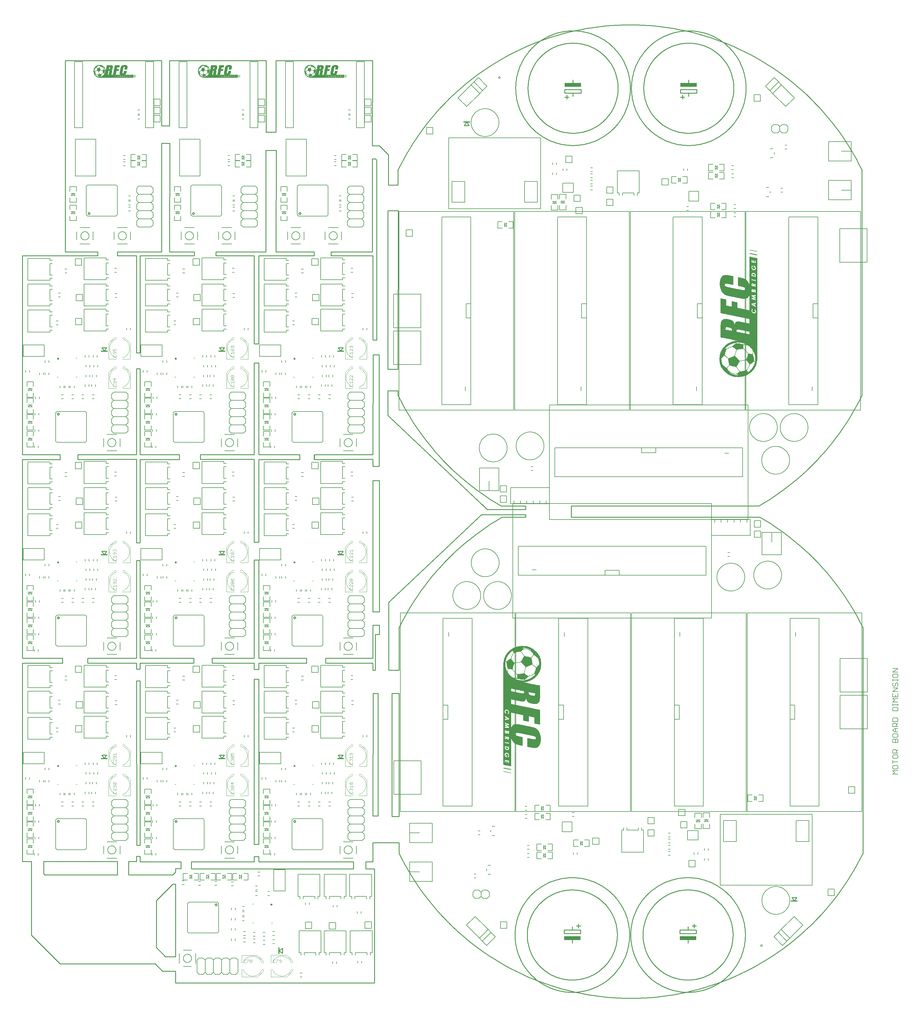
<source format=gto>
G75*
%MOIN*%
%OFA0B0*%
%FSLAX25Y25*%
%IPPOS*%
%LPD*%
%AMOC8*
5,1,8,0,0,1.08239X$1,22.5*
%
%ADD10C,0.01000*%
%ADD11R,0.00150X1.25250*%
%ADD12R,0.00150X0.00900*%
%ADD13R,0.00150X0.00300*%
%ADD14R,0.00150X1.25850*%
%ADD15R,0.00150X1.26300*%
%ADD16R,0.00150X1.27050*%
%ADD17R,0.00150X0.00450*%
%ADD18R,0.00150X1.27950*%
%ADD19R,0.00150X1.28700*%
%ADD20R,0.00150X1.29300*%
%ADD21R,0.00150X1.29900*%
%ADD22R,0.00150X1.30350*%
%ADD23R,0.00150X0.01050*%
%ADD24R,0.00150X1.30800*%
%ADD25R,0.00150X0.65250*%
%ADD26R,0.00150X0.51600*%
%ADD27R,0.00150X0.11850*%
%ADD28R,0.00150X0.65100*%
%ADD29R,0.00150X0.04200*%
%ADD30R,0.00150X0.02550*%
%ADD31R,0.00150X0.03000*%
%ADD32R,0.00150X0.01350*%
%ADD33R,0.00150X0.03600*%
%ADD34R,0.00150X0.05100*%
%ADD35R,0.00150X0.03450*%
%ADD36R,0.00150X0.03900*%
%ADD37R,0.00150X0.07200*%
%ADD38R,0.00150X0.03150*%
%ADD39R,0.00150X0.02400*%
%ADD40R,0.00150X0.01200*%
%ADD41R,0.00150X0.04500*%
%ADD42R,0.00150X0.03750*%
%ADD43R,0.00150X0.06150*%
%ADD44R,0.00150X0.04800*%
%ADD45R,0.00150X0.03300*%
%ADD46R,0.00150X0.65400*%
%ADD47R,0.00150X0.02250*%
%ADD48R,0.00150X0.00750*%
%ADD49R,0.00150X0.05700*%
%ADD50R,0.00150X0.65550*%
%ADD51R,0.00150X0.05250*%
%ADD52R,0.00150X0.04350*%
%ADD53R,0.00150X0.09450*%
%ADD54R,0.00150X0.55350*%
%ADD55R,0.00150X0.02100*%
%ADD56R,0.00150X0.04050*%
%ADD57R,0.00150X0.00600*%
%ADD58R,0.00150X0.04950*%
%ADD59R,0.00150X0.06900*%
%ADD60R,0.00150X0.53700*%
%ADD61R,0.00150X0.04650*%
%ADD62R,0.00150X0.52200*%
%ADD63R,0.00150X0.01800*%
%ADD64R,0.00150X0.06450*%
%ADD65R,0.00150X0.51450*%
%ADD66R,0.00150X0.05850*%
%ADD67R,0.00150X0.50700*%
%ADD68R,0.00150X0.01950*%
%ADD69R,0.00150X0.05400*%
%ADD70R,0.00150X0.50250*%
%ADD71R,0.00150X0.01500*%
%ADD72R,0.00150X0.49650*%
%ADD73R,0.00150X0.00150*%
%ADD74R,0.00150X0.49050*%
%ADD75R,0.00150X0.07500*%
%ADD76R,0.00150X0.48750*%
%ADD77R,0.00150X0.01650*%
%ADD78R,0.00150X0.48300*%
%ADD79R,0.00150X0.07650*%
%ADD80R,0.00150X0.47850*%
%ADD81R,0.00150X0.47700*%
%ADD82R,0.00150X0.07800*%
%ADD83R,0.00150X0.47400*%
%ADD84R,0.00150X0.47100*%
%ADD85R,0.00150X0.07950*%
%ADD86R,0.00150X0.46800*%
%ADD87R,0.00150X0.06300*%
%ADD88R,0.00150X0.46500*%
%ADD89R,0.00150X0.46350*%
%ADD90R,0.00150X0.08100*%
%ADD91R,0.00150X0.47550*%
%ADD92R,0.00150X0.08850*%
%ADD93R,0.00150X0.02850*%
%ADD94R,0.00150X0.45750*%
%ADD95R,0.00150X0.45450*%
%ADD96R,0.00150X0.02700*%
%ADD97R,0.00150X0.12450*%
%ADD98R,0.00150X0.11550*%
%ADD99R,0.00150X0.45150*%
%ADD100R,0.00150X0.10650*%
%ADD101R,0.00150X0.10500*%
%ADD102R,0.00150X0.45000*%
%ADD103R,0.00150X0.10800*%
%ADD104R,0.00150X0.10950*%
%ADD105R,0.00150X0.11100*%
%ADD106R,0.00150X0.44850*%
%ADD107R,0.00150X0.05550*%
%ADD108R,0.00150X0.11400*%
%ADD109R,0.00150X0.06000*%
%ADD110R,0.00150X0.06750*%
%ADD111R,0.00150X0.45300*%
%ADD112R,0.00150X0.51000*%
%ADD113R,0.00150X0.11700*%
%ADD114R,0.00150X1.11600*%
%ADD115R,0.00150X1.11450*%
%ADD116R,0.00150X1.11300*%
%ADD117R,0.00150X0.12000*%
%ADD118R,0.00150X1.11150*%
%ADD119R,0.00150X0.12150*%
%ADD120R,0.00150X0.12300*%
%ADD121R,0.00150X1.11000*%
%ADD122R,0.00150X1.10850*%
%ADD123R,0.00150X1.10700*%
%ADD124R,0.00150X1.10550*%
%ADD125R,0.00150X0.12600*%
%ADD126R,0.00150X1.10400*%
%ADD127R,0.00150X0.12900*%
%ADD128R,0.00150X1.10250*%
%ADD129R,0.00150X1.10100*%
%ADD130R,0.00150X0.13200*%
%ADD131R,0.00150X1.09950*%
%ADD132R,0.00150X0.13800*%
%ADD133R,0.00150X0.14250*%
%ADD134R,0.00150X0.14850*%
%ADD135R,0.00150X0.10050*%
%ADD136R,0.00150X0.14700*%
%ADD137R,0.00150X0.12750*%
%ADD138R,0.00150X0.13350*%
%ADD139R,0.00150X0.09900*%
%ADD140R,0.00150X0.14100*%
%ADD141R,0.00150X0.14550*%
%ADD142R,0.00150X0.14400*%
%ADD143R,0.00150X0.15450*%
%ADD144R,0.00150X0.16050*%
%ADD145R,0.00150X0.16500*%
%ADD146R,0.00150X0.11250*%
%ADD147R,0.00150X0.16950*%
%ADD148R,0.00150X0.17400*%
%ADD149R,0.00150X0.18000*%
%ADD150R,0.00150X0.13950*%
%ADD151R,0.00150X0.18450*%
%ADD152R,0.00150X0.18750*%
%ADD153R,0.00150X0.09150*%
%ADD154R,0.00150X0.19200*%
%ADD155R,0.00150X0.08550*%
%ADD156R,0.00150X0.19500*%
%ADD157R,0.00150X0.19950*%
%ADD158R,0.00150X0.07050*%
%ADD159R,0.00150X0.20250*%
%ADD160R,0.00150X0.20400*%
%ADD161R,0.00150X0.20700*%
%ADD162R,0.00150X0.21150*%
%ADD163R,0.00150X0.21300*%
%ADD164R,0.00150X0.21600*%
%ADD165R,0.00150X0.21750*%
%ADD166R,0.00150X0.06600*%
%ADD167R,0.00150X0.22050*%
%ADD168R,0.00150X0.22200*%
%ADD169R,0.00150X0.22500*%
%ADD170R,0.00150X0.22650*%
%ADD171R,0.00150X0.22800*%
%ADD172R,0.00150X0.22950*%
%ADD173R,0.00150X0.23100*%
%ADD174R,0.00150X0.23250*%
%ADD175R,0.00150X0.23550*%
%ADD176R,0.00150X0.23700*%
%ADD177R,0.00150X0.10350*%
%ADD178R,0.00150X0.07350*%
%ADD179R,0.00150X0.13050*%
%ADD180R,0.00150X0.09600*%
%ADD181R,0.00150X0.10200*%
%ADD182R,0.00150X0.17550*%
%ADD183R,0.00150X0.22350*%
%ADD184R,0.00150X0.21900*%
%ADD185R,0.00150X0.21450*%
%ADD186R,0.00150X0.20850*%
%ADD187R,0.00150X0.20100*%
%ADD188R,0.00150X0.19650*%
%ADD189R,0.00150X0.13650*%
%ADD190R,0.00150X0.19050*%
%ADD191R,0.00150X0.20550*%
%ADD192R,0.00150X0.21000*%
%ADD193R,0.00150X0.23400*%
%ADD194R,0.00150X0.09750*%
%ADD195R,0.00150X0.09000*%
%ADD196R,0.00150X0.08700*%
%ADD197R,0.00150X0.18150*%
%ADD198R,0.00150X0.18300*%
%ADD199R,0.00150X0.08400*%
%ADD200R,0.00150X0.09300*%
%ADD201R,0.00150X0.23850*%
%ADD202R,0.00150X0.19800*%
%ADD203R,0.00150X0.17850*%
%ADD204R,0.00150X0.15900*%
%ADD205R,0.00150X0.15300*%
%ADD206R,0.00150X0.18600*%
%ADD207R,0.00150X0.17700*%
%ADD208R,0.00150X0.17250*%
%ADD209R,0.00150X0.16350*%
%ADD210R,0.00150X0.15600*%
%ADD211R,0.00150X0.08250*%
%ADD212R,0.41750X0.00050*%
%ADD213R,0.00300X0.00050*%
%ADD214R,0.00100X0.00050*%
%ADD215R,0.41950X0.00050*%
%ADD216R,0.42100X0.00050*%
%ADD217R,0.42350X0.00050*%
%ADD218R,0.00150X0.00050*%
%ADD219R,0.42650X0.00050*%
%ADD220R,0.42900X0.00050*%
%ADD221R,0.43100X0.00050*%
%ADD222R,0.43300X0.00050*%
%ADD223R,0.43450X0.00050*%
%ADD224R,0.00350X0.00050*%
%ADD225R,0.43600X0.00050*%
%ADD226R,0.21750X0.00050*%
%ADD227R,0.17200X0.00050*%
%ADD228R,0.03950X0.00050*%
%ADD229R,0.21700X0.00050*%
%ADD230R,0.01400X0.00050*%
%ADD231R,0.00850X0.00050*%
%ADD232R,0.01000X0.00050*%
%ADD233R,0.00450X0.00050*%
%ADD234R,0.01200X0.00050*%
%ADD235R,0.01700X0.00050*%
%ADD236R,0.01150X0.00050*%
%ADD237R,0.01300X0.00050*%
%ADD238R,0.02400X0.00050*%
%ADD239R,0.01050X0.00050*%
%ADD240R,0.00800X0.00050*%
%ADD241R,0.00400X0.00050*%
%ADD242R,0.01500X0.00050*%
%ADD243R,0.01250X0.00050*%
%ADD244R,0.02050X0.00050*%
%ADD245R,0.01600X0.00050*%
%ADD246R,0.01100X0.00050*%
%ADD247R,0.21800X0.00050*%
%ADD248R,0.00750X0.00050*%
%ADD249R,0.00250X0.00050*%
%ADD250R,0.01900X0.00050*%
%ADD251R,0.21850X0.00050*%
%ADD252R,0.01750X0.00050*%
%ADD253R,0.01450X0.00050*%
%ADD254R,0.03150X0.00050*%
%ADD255R,0.18450X0.00050*%
%ADD256R,0.00700X0.00050*%
%ADD257R,0.01350X0.00050*%
%ADD258R,0.00200X0.00050*%
%ADD259R,0.01650X0.00050*%
%ADD260R,0.02300X0.00050*%
%ADD261R,0.17900X0.00050*%
%ADD262R,0.01550X0.00050*%
%ADD263R,0.17400X0.00050*%
%ADD264R,0.00600X0.00050*%
%ADD265R,0.02150X0.00050*%
%ADD266R,0.17150X0.00050*%
%ADD267R,0.01950X0.00050*%
%ADD268R,0.16900X0.00050*%
%ADD269R,0.00650X0.00050*%
%ADD270R,0.01800X0.00050*%
%ADD271R,0.16750X0.00050*%
%ADD272R,0.00500X0.00050*%
%ADD273R,0.16550X0.00050*%
%ADD274R,0.00050X0.00050*%
%ADD275R,0.16350X0.00050*%
%ADD276R,0.02500X0.00050*%
%ADD277R,0.16250X0.00050*%
%ADD278R,0.00550X0.00050*%
%ADD279R,0.16100X0.00050*%
%ADD280R,0.02550X0.00050*%
%ADD281R,0.15950X0.00050*%
%ADD282R,0.15900X0.00050*%
%ADD283R,0.02600X0.00050*%
%ADD284R,0.15800X0.00050*%
%ADD285R,0.15700X0.00050*%
%ADD286R,0.02650X0.00050*%
%ADD287R,0.15600X0.00050*%
%ADD288R,0.02100X0.00050*%
%ADD289R,0.15500X0.00050*%
%ADD290R,0.15450X0.00050*%
%ADD291R,0.02700X0.00050*%
%ADD292R,0.15850X0.00050*%
%ADD293R,0.02950X0.00050*%
%ADD294R,0.00950X0.00050*%
%ADD295R,0.15250X0.00050*%
%ADD296R,0.15150X0.00050*%
%ADD297R,0.00900X0.00050*%
%ADD298R,0.04150X0.00050*%
%ADD299R,0.03850X0.00050*%
%ADD300R,0.15050X0.00050*%
%ADD301R,0.03550X0.00050*%
%ADD302R,0.03500X0.00050*%
%ADD303R,0.15000X0.00050*%
%ADD304R,0.03600X0.00050*%
%ADD305R,0.03650X0.00050*%
%ADD306R,0.03700X0.00050*%
%ADD307R,0.14950X0.00050*%
%ADD308R,0.01850X0.00050*%
%ADD309R,0.03800X0.00050*%
%ADD310R,0.02000X0.00050*%
%ADD311R,0.02250X0.00050*%
%ADD312R,0.15100X0.00050*%
%ADD313R,0.17000X0.00050*%
%ADD314R,0.03900X0.00050*%
%ADD315R,0.37200X0.00050*%
%ADD316R,0.37150X0.00050*%
%ADD317R,0.37100X0.00050*%
%ADD318R,0.04000X0.00050*%
%ADD319R,0.37050X0.00050*%
%ADD320R,0.04050X0.00050*%
%ADD321R,0.04100X0.00050*%
%ADD322R,0.37000X0.00050*%
%ADD323R,0.36950X0.00050*%
%ADD324R,0.36900X0.00050*%
%ADD325R,0.36850X0.00050*%
%ADD326R,0.04200X0.00050*%
%ADD327R,0.36800X0.00050*%
%ADD328R,0.04300X0.00050*%
%ADD329R,0.36750X0.00050*%
%ADD330R,0.36700X0.00050*%
%ADD331R,0.04400X0.00050*%
%ADD332R,0.36650X0.00050*%
%ADD333R,0.04600X0.00050*%
%ADD334R,0.04750X0.00050*%
%ADD335R,0.04950X0.00050*%
%ADD336R,0.03350X0.00050*%
%ADD337R,0.04900X0.00050*%
%ADD338R,0.04250X0.00050*%
%ADD339R,0.04450X0.00050*%
%ADD340R,0.03300X0.00050*%
%ADD341R,0.04700X0.00050*%
%ADD342R,0.04850X0.00050*%
%ADD343R,0.04800X0.00050*%
%ADD344R,0.05150X0.00050*%
%ADD345R,0.05350X0.00050*%
%ADD346R,0.05500X0.00050*%
%ADD347R,0.03750X0.00050*%
%ADD348R,0.05650X0.00050*%
%ADD349R,0.05800X0.00050*%
%ADD350R,0.06000X0.00050*%
%ADD351R,0.04650X0.00050*%
%ADD352R,0.06150X0.00050*%
%ADD353R,0.06250X0.00050*%
%ADD354R,0.03050X0.00050*%
%ADD355R,0.06400X0.00050*%
%ADD356R,0.02850X0.00050*%
%ADD357R,0.06500X0.00050*%
%ADD358R,0.06650X0.00050*%
%ADD359R,0.02350X0.00050*%
%ADD360R,0.06750X0.00050*%
%ADD361R,0.06800X0.00050*%
%ADD362R,0.06900X0.00050*%
%ADD363R,0.07050X0.00050*%
%ADD364R,0.07100X0.00050*%
%ADD365R,0.07200X0.00050*%
%ADD366R,0.07250X0.00050*%
%ADD367R,0.02200X0.00050*%
%ADD368R,0.07350X0.00050*%
%ADD369R,0.07400X0.00050*%
%ADD370R,0.07500X0.00050*%
%ADD371R,0.07550X0.00050*%
%ADD372R,0.07600X0.00050*%
%ADD373R,0.07650X0.00050*%
%ADD374R,0.07700X0.00050*%
%ADD375R,0.07750X0.00050*%
%ADD376R,0.07850X0.00050*%
%ADD377R,0.07900X0.00050*%
%ADD378R,0.03450X0.00050*%
%ADD379R,0.02450X0.00050*%
%ADD380R,0.04350X0.00050*%
%ADD381R,0.03200X0.00050*%
%ADD382R,0.03400X0.00050*%
%ADD383R,0.05850X0.00050*%
%ADD384R,0.07450X0.00050*%
%ADD385R,0.07300X0.00050*%
%ADD386R,0.07150X0.00050*%
%ADD387R,0.06950X0.00050*%
%ADD388R,0.06700X0.00050*%
%ADD389R,0.06550X0.00050*%
%ADD390R,0.04550X0.00050*%
%ADD391R,0.06350X0.00050*%
%ADD392R,0.06850X0.00050*%
%ADD393R,0.07000X0.00050*%
%ADD394R,0.07800X0.00050*%
%ADD395R,0.03250X0.00050*%
%ADD396R,0.03000X0.00050*%
%ADD397R,0.02900X0.00050*%
%ADD398R,0.06050X0.00050*%
%ADD399R,0.06100X0.00050*%
%ADD400R,0.02800X0.00050*%
%ADD401R,0.03100X0.00050*%
%ADD402R,0.07950X0.00050*%
%ADD403R,0.06600X0.00050*%
%ADD404R,0.05950X0.00050*%
%ADD405R,0.05300X0.00050*%
%ADD406R,0.05100X0.00050*%
%ADD407R,0.06200X0.00050*%
%ADD408R,0.05900X0.00050*%
%ADD409R,0.05750X0.00050*%
%ADD410R,0.05450X0.00050*%
%ADD411R,0.05200X0.00050*%
%ADD412R,0.02750X0.00050*%
%ADD413C,0.00600*%
%ADD414C,0.00500*%
%ADD415C,0.00800*%
%ADD416C,0.00400*%
%ADD417C,0.00300*%
%ADD418R,0.08268X0.01181*%
%ADD419R,0.01969X0.01969*%
%ADD420R,0.01181X0.08268*%
%ADD421R,0.20000X0.05000*%
%ADD422C,0.00700*%
D10*
X0054042Y0043461D02*
X0019042Y0078461D01*
X0019042Y0168475D01*
X0007930Y0168475D01*
X0007930Y0410926D01*
X0057042Y0410926D01*
X0057042Y0416961D01*
X0057042Y0416925D02*
X0007930Y0416925D01*
X0007930Y0659676D01*
X0053942Y0659676D01*
X0053942Y0665661D01*
X0007930Y0665675D01*
X0007930Y0908426D01*
X0099842Y0908461D01*
X0099842Y0913205D01*
X0060317Y0913205D01*
X0060317Y1146984D01*
X0178028Y1146984D01*
X0178028Y1067211D01*
X0187817Y1067211D01*
X0187842Y1067211D01*
X0187817Y1067211D02*
X0187817Y1146984D01*
X0305528Y1146984D01*
X0305528Y1059711D01*
X0317792Y1059711D01*
X0317792Y1059661D01*
X0305442Y1059661D01*
X0305492Y1059711D02*
X0317817Y1059711D01*
X0317817Y1146984D01*
X0435528Y1146984D01*
X0435442Y1043061D01*
X0443842Y1043061D01*
X0454942Y1031961D01*
X0454942Y0994861D01*
X0466827Y0994861D01*
X0466827Y1013506D01*
X0440742Y1025461D02*
X0440742Y0805661D01*
X0436242Y0805661D01*
X0436138Y0805761D02*
X0436138Y0908519D01*
X0384742Y0908519D01*
X0384842Y0908461D02*
X0384842Y0913261D01*
X0435428Y0913205D01*
X0435428Y1027061D01*
X0439142Y1027061D01*
X0440742Y1025461D01*
X0454342Y0963461D02*
X0454342Y0769761D01*
X0466742Y0769761D01*
X0466842Y0963461D01*
X0454942Y0963461D01*
X0364442Y0913205D02*
X0364442Y0908461D01*
X0296642Y0908419D01*
X0296680Y0908426D02*
X0296742Y0800961D01*
X0291138Y0800961D01*
X0291138Y0908519D01*
X0244242Y0908461D01*
X0244242Y0913261D01*
X0305428Y0913205D01*
X0305442Y1037161D01*
X0317842Y1037161D01*
X0317817Y0913205D01*
X0364442Y0913205D01*
X0345681Y0960213D02*
X0345683Y0960280D01*
X0345689Y0960346D01*
X0345699Y0960412D01*
X0345713Y0960477D01*
X0345730Y0960541D01*
X0345752Y0960604D01*
X0345777Y0960666D01*
X0345806Y0960726D01*
X0345839Y0960784D01*
X0345874Y0960840D01*
X0345914Y0960894D01*
X0345956Y0960945D01*
X0346001Y0960994D01*
X0346049Y0961040D01*
X0346100Y0961083D01*
X0346153Y0961123D01*
X0346209Y0961160D01*
X0346267Y0961193D01*
X0346326Y0961223D01*
X0346387Y0961249D01*
X0346450Y0961272D01*
X0346514Y0961290D01*
X0346579Y0961305D01*
X0346645Y0961316D01*
X0346711Y0961323D01*
X0346777Y0961326D01*
X0346844Y0961325D01*
X0346910Y0961320D01*
X0346976Y0961311D01*
X0347042Y0961298D01*
X0347106Y0961281D01*
X0347169Y0961261D01*
X0347231Y0961236D01*
X0347292Y0961208D01*
X0347351Y0961177D01*
X0347407Y0961142D01*
X0347462Y0961104D01*
X0347514Y0961062D01*
X0347563Y0961017D01*
X0347610Y0960970D01*
X0347654Y0960920D01*
X0347694Y0960867D01*
X0347732Y0960812D01*
X0347766Y0960755D01*
X0347797Y0960696D01*
X0347824Y0960635D01*
X0347847Y0960573D01*
X0347867Y0960509D01*
X0347883Y0960444D01*
X0347895Y0960379D01*
X0347903Y0960313D01*
X0347907Y0960246D01*
X0347907Y0960180D01*
X0347903Y0960113D01*
X0347895Y0960047D01*
X0347883Y0959982D01*
X0347867Y0959917D01*
X0347847Y0959853D01*
X0347824Y0959791D01*
X0347797Y0959730D01*
X0347766Y0959671D01*
X0347732Y0959614D01*
X0347694Y0959559D01*
X0347654Y0959506D01*
X0347610Y0959456D01*
X0347563Y0959409D01*
X0347514Y0959364D01*
X0347462Y0959322D01*
X0347407Y0959284D01*
X0347350Y0959249D01*
X0347292Y0959218D01*
X0347231Y0959190D01*
X0347169Y0959165D01*
X0347106Y0959145D01*
X0347042Y0959128D01*
X0346976Y0959115D01*
X0346910Y0959106D01*
X0346844Y0959101D01*
X0346777Y0959100D01*
X0346711Y0959103D01*
X0346645Y0959110D01*
X0346579Y0959121D01*
X0346514Y0959136D01*
X0346450Y0959154D01*
X0346387Y0959177D01*
X0346326Y0959203D01*
X0346267Y0959233D01*
X0346209Y0959266D01*
X0346153Y0959303D01*
X0346100Y0959343D01*
X0346049Y0959386D01*
X0346001Y0959432D01*
X0345956Y0959481D01*
X0345914Y0959532D01*
X0345874Y0959586D01*
X0345839Y0959642D01*
X0345806Y0959700D01*
X0345777Y0959760D01*
X0345752Y0959822D01*
X0345730Y0959885D01*
X0345713Y0959949D01*
X0345699Y0960014D01*
X0345689Y0960080D01*
X0345683Y0960146D01*
X0345681Y0960213D01*
X0215681Y0960213D02*
X0215683Y0960280D01*
X0215689Y0960346D01*
X0215699Y0960412D01*
X0215713Y0960477D01*
X0215730Y0960541D01*
X0215752Y0960604D01*
X0215777Y0960666D01*
X0215806Y0960726D01*
X0215839Y0960784D01*
X0215874Y0960840D01*
X0215914Y0960894D01*
X0215956Y0960945D01*
X0216001Y0960994D01*
X0216049Y0961040D01*
X0216100Y0961083D01*
X0216153Y0961123D01*
X0216209Y0961160D01*
X0216267Y0961193D01*
X0216326Y0961223D01*
X0216387Y0961249D01*
X0216450Y0961272D01*
X0216514Y0961290D01*
X0216579Y0961305D01*
X0216645Y0961316D01*
X0216711Y0961323D01*
X0216777Y0961326D01*
X0216844Y0961325D01*
X0216910Y0961320D01*
X0216976Y0961311D01*
X0217042Y0961298D01*
X0217106Y0961281D01*
X0217169Y0961261D01*
X0217231Y0961236D01*
X0217292Y0961208D01*
X0217351Y0961177D01*
X0217407Y0961142D01*
X0217462Y0961104D01*
X0217514Y0961062D01*
X0217563Y0961017D01*
X0217610Y0960970D01*
X0217654Y0960920D01*
X0217694Y0960867D01*
X0217732Y0960812D01*
X0217766Y0960755D01*
X0217797Y0960696D01*
X0217824Y0960635D01*
X0217847Y0960573D01*
X0217867Y0960509D01*
X0217883Y0960444D01*
X0217895Y0960379D01*
X0217903Y0960313D01*
X0217907Y0960246D01*
X0217907Y0960180D01*
X0217903Y0960113D01*
X0217895Y0960047D01*
X0217883Y0959982D01*
X0217867Y0959917D01*
X0217847Y0959853D01*
X0217824Y0959791D01*
X0217797Y0959730D01*
X0217766Y0959671D01*
X0217732Y0959614D01*
X0217694Y0959559D01*
X0217654Y0959506D01*
X0217610Y0959456D01*
X0217563Y0959409D01*
X0217514Y0959364D01*
X0217462Y0959322D01*
X0217407Y0959284D01*
X0217350Y0959249D01*
X0217292Y0959218D01*
X0217231Y0959190D01*
X0217169Y0959165D01*
X0217106Y0959145D01*
X0217042Y0959128D01*
X0216976Y0959115D01*
X0216910Y0959106D01*
X0216844Y0959101D01*
X0216777Y0959100D01*
X0216711Y0959103D01*
X0216645Y0959110D01*
X0216579Y0959121D01*
X0216514Y0959136D01*
X0216450Y0959154D01*
X0216387Y0959177D01*
X0216326Y0959203D01*
X0216267Y0959233D01*
X0216209Y0959266D01*
X0216153Y0959303D01*
X0216100Y0959343D01*
X0216049Y0959386D01*
X0216001Y0959432D01*
X0215956Y0959481D01*
X0215914Y0959532D01*
X0215874Y0959586D01*
X0215839Y0959642D01*
X0215806Y0959700D01*
X0215777Y0959760D01*
X0215752Y0959822D01*
X0215730Y0959885D01*
X0215713Y0959949D01*
X0215699Y0960014D01*
X0215689Y0960080D01*
X0215683Y0960146D01*
X0215681Y0960213D01*
X0217842Y0913205D02*
X0187817Y0913205D01*
X0187842Y1046061D01*
X0178042Y1046061D01*
X0177928Y0913205D01*
X0124042Y0913161D01*
X0124042Y0908461D01*
X0124042Y0908419D02*
X0147388Y0908419D01*
X0147388Y0789861D01*
X0151642Y0789861D01*
X0151680Y0789861D02*
X0151680Y0908526D01*
X0217842Y0908461D01*
X0217842Y0913205D01*
X0248806Y0796211D02*
X0254514Y0796211D01*
X0251758Y0792078D01*
X0248806Y0796211D01*
X0291142Y0777711D02*
X0296680Y0777711D01*
X0296680Y0665675D01*
X0346642Y0665661D01*
X0346642Y0659676D01*
X0296680Y0659676D01*
X0296742Y0558461D01*
X0291138Y0558461D01*
X0291042Y0558461D01*
X0291138Y0558461D02*
X0291138Y0659769D01*
X0225242Y0659761D01*
X0225242Y0665675D01*
X0291138Y0665675D01*
X0291142Y0777711D01*
X0296680Y0777711D02*
X0296742Y0777711D01*
X0339381Y0715134D02*
X0339383Y0715201D01*
X0339389Y0715267D01*
X0339399Y0715333D01*
X0339413Y0715398D01*
X0339430Y0715462D01*
X0339452Y0715525D01*
X0339477Y0715587D01*
X0339506Y0715647D01*
X0339539Y0715705D01*
X0339574Y0715761D01*
X0339614Y0715815D01*
X0339656Y0715866D01*
X0339701Y0715915D01*
X0339749Y0715961D01*
X0339800Y0716004D01*
X0339853Y0716044D01*
X0339909Y0716081D01*
X0339967Y0716114D01*
X0340026Y0716144D01*
X0340087Y0716170D01*
X0340150Y0716193D01*
X0340214Y0716211D01*
X0340279Y0716226D01*
X0340345Y0716237D01*
X0340411Y0716244D01*
X0340477Y0716247D01*
X0340544Y0716246D01*
X0340610Y0716241D01*
X0340676Y0716232D01*
X0340742Y0716219D01*
X0340806Y0716202D01*
X0340869Y0716182D01*
X0340931Y0716157D01*
X0340992Y0716129D01*
X0341051Y0716098D01*
X0341107Y0716063D01*
X0341162Y0716025D01*
X0341214Y0715983D01*
X0341263Y0715938D01*
X0341310Y0715891D01*
X0341354Y0715841D01*
X0341394Y0715788D01*
X0341432Y0715733D01*
X0341466Y0715676D01*
X0341497Y0715617D01*
X0341524Y0715556D01*
X0341547Y0715494D01*
X0341567Y0715430D01*
X0341583Y0715365D01*
X0341595Y0715300D01*
X0341603Y0715234D01*
X0341607Y0715167D01*
X0341607Y0715101D01*
X0341603Y0715034D01*
X0341595Y0714968D01*
X0341583Y0714903D01*
X0341567Y0714838D01*
X0341547Y0714774D01*
X0341524Y0714712D01*
X0341497Y0714651D01*
X0341466Y0714592D01*
X0341432Y0714535D01*
X0341394Y0714480D01*
X0341354Y0714427D01*
X0341310Y0714377D01*
X0341263Y0714330D01*
X0341214Y0714285D01*
X0341162Y0714243D01*
X0341107Y0714205D01*
X0341050Y0714170D01*
X0340992Y0714139D01*
X0340931Y0714111D01*
X0340869Y0714086D01*
X0340806Y0714066D01*
X0340742Y0714049D01*
X0340676Y0714036D01*
X0340610Y0714027D01*
X0340544Y0714022D01*
X0340477Y0714021D01*
X0340411Y0714024D01*
X0340345Y0714031D01*
X0340279Y0714042D01*
X0340214Y0714057D01*
X0340150Y0714075D01*
X0340087Y0714098D01*
X0340026Y0714124D01*
X0339967Y0714154D01*
X0339909Y0714187D01*
X0339853Y0714224D01*
X0339800Y0714264D01*
X0339749Y0714307D01*
X0339701Y0714353D01*
X0339656Y0714402D01*
X0339614Y0714453D01*
X0339574Y0714507D01*
X0339539Y0714563D01*
X0339506Y0714621D01*
X0339477Y0714681D01*
X0339452Y0714743D01*
X0339430Y0714806D01*
X0339413Y0714870D01*
X0339399Y0714935D01*
X0339389Y0715001D01*
X0339383Y0715067D01*
X0339381Y0715134D01*
X0364442Y0665661D02*
X0364442Y0659661D01*
X0436138Y0659769D01*
X0436138Y0651361D01*
X0436142Y0651261D02*
X0436142Y0651161D01*
X0443742Y0651161D01*
X0443742Y0787561D01*
X0436342Y0787561D01*
X0436242Y0787561D02*
X0436138Y0665675D01*
X0364542Y0665675D01*
X0364542Y0659661D01*
X0346642Y0659661D02*
X0346642Y0659676D01*
X0436142Y0634061D02*
X0443942Y0634061D01*
X0444042Y0473461D01*
X0436142Y0473461D01*
X0436142Y0634061D01*
X0454342Y0713461D02*
X0454342Y0743461D01*
X0466827Y0743461D01*
X0466827Y0737916D01*
X0454342Y0713461D02*
X0569492Y0604561D01*
X0569542Y0604561D02*
X0575642Y0598461D01*
X0622792Y0598461D01*
X0622792Y0602947D01*
X0592565Y0602947D01*
X0593809Y0589225D02*
X0622792Y0589225D01*
X0622792Y0592211D01*
X0568542Y0592211D01*
X0568542Y0592111D01*
X0568542Y0592211D02*
X0455342Y0485261D01*
X0455342Y0402161D01*
X0468042Y0402161D01*
X0468092Y0402161D01*
X0468042Y0402161D02*
X0468070Y0454256D01*
X0444042Y0457211D02*
X0444042Y0445961D01*
X0439042Y0445961D01*
X0438992Y0402261D01*
X0436142Y0402311D01*
X0436142Y0411019D01*
X0436138Y0411019D01*
X0378442Y0411061D01*
X0378442Y0416925D01*
X0378442Y0416961D01*
X0378442Y0416925D02*
X0436138Y0416925D01*
X0436138Y0457211D01*
X0444042Y0457211D01*
X0442242Y0373861D02*
X0442242Y0224161D01*
X0436042Y0224161D01*
X0436242Y0373811D01*
X0436242Y0373861D02*
X0442242Y0373861D01*
X0459442Y0373761D02*
X0459442Y0223461D01*
X0468042Y0223461D01*
X0468042Y0373761D01*
X0459442Y0373761D01*
X0468042Y0373761D02*
X0468070Y0373761D01*
X0399514Y0298711D02*
X0396758Y0294578D01*
X0393806Y0298711D01*
X0399514Y0298711D01*
X0339381Y0217634D02*
X0339383Y0217701D01*
X0339389Y0217767D01*
X0339399Y0217833D01*
X0339413Y0217898D01*
X0339430Y0217962D01*
X0339452Y0218025D01*
X0339477Y0218087D01*
X0339506Y0218147D01*
X0339539Y0218205D01*
X0339574Y0218261D01*
X0339614Y0218315D01*
X0339656Y0218366D01*
X0339701Y0218415D01*
X0339749Y0218461D01*
X0339800Y0218504D01*
X0339853Y0218544D01*
X0339909Y0218581D01*
X0339967Y0218614D01*
X0340026Y0218644D01*
X0340087Y0218670D01*
X0340150Y0218693D01*
X0340214Y0218711D01*
X0340279Y0218726D01*
X0340345Y0218737D01*
X0340411Y0218744D01*
X0340477Y0218747D01*
X0340544Y0218746D01*
X0340610Y0218741D01*
X0340676Y0218732D01*
X0340742Y0218719D01*
X0340806Y0218702D01*
X0340869Y0218682D01*
X0340931Y0218657D01*
X0340992Y0218629D01*
X0341051Y0218598D01*
X0341107Y0218563D01*
X0341162Y0218525D01*
X0341214Y0218483D01*
X0341263Y0218438D01*
X0341310Y0218391D01*
X0341354Y0218341D01*
X0341394Y0218288D01*
X0341432Y0218233D01*
X0341466Y0218176D01*
X0341497Y0218117D01*
X0341524Y0218056D01*
X0341547Y0217994D01*
X0341567Y0217930D01*
X0341583Y0217865D01*
X0341595Y0217800D01*
X0341603Y0217734D01*
X0341607Y0217667D01*
X0341607Y0217601D01*
X0341603Y0217534D01*
X0341595Y0217468D01*
X0341583Y0217403D01*
X0341567Y0217338D01*
X0341547Y0217274D01*
X0341524Y0217212D01*
X0341497Y0217151D01*
X0341466Y0217092D01*
X0341432Y0217035D01*
X0341394Y0216980D01*
X0341354Y0216927D01*
X0341310Y0216877D01*
X0341263Y0216830D01*
X0341214Y0216785D01*
X0341162Y0216743D01*
X0341107Y0216705D01*
X0341050Y0216670D01*
X0340992Y0216639D01*
X0340931Y0216611D01*
X0340869Y0216586D01*
X0340806Y0216566D01*
X0340742Y0216549D01*
X0340676Y0216536D01*
X0340610Y0216527D01*
X0340544Y0216522D01*
X0340477Y0216521D01*
X0340411Y0216524D01*
X0340345Y0216531D01*
X0340279Y0216542D01*
X0340214Y0216557D01*
X0340150Y0216575D01*
X0340087Y0216598D01*
X0340026Y0216624D01*
X0339967Y0216654D01*
X0339909Y0216687D01*
X0339853Y0216724D01*
X0339800Y0216764D01*
X0339749Y0216807D01*
X0339701Y0216853D01*
X0339656Y0216902D01*
X0339614Y0216953D01*
X0339574Y0217007D01*
X0339539Y0217063D01*
X0339506Y0217121D01*
X0339477Y0217181D01*
X0339452Y0217243D01*
X0339430Y0217306D01*
X0339413Y0217370D01*
X0339399Y0217435D01*
X0339389Y0217501D01*
X0339383Y0217567D01*
X0339381Y0217634D01*
X0296742Y0189561D02*
X0296542Y0391261D01*
X0291142Y0391261D01*
X0291142Y0189561D01*
X0296742Y0189561D01*
X0296680Y0174561D02*
X0291142Y0174561D01*
X0291142Y0168175D01*
X0291138Y0168175D01*
X0214342Y0168161D01*
X0214342Y0160111D01*
X0214442Y0159761D01*
X0214542Y0159661D01*
X0412342Y0159661D01*
X0412342Y0168161D01*
X0296680Y0168175D01*
X0296680Y0174561D01*
X0296742Y0174461D01*
X0291142Y0168175D02*
X0291142Y0168161D01*
X0243352Y0115759D02*
X0243354Y0115826D01*
X0243360Y0115892D01*
X0243370Y0115958D01*
X0243384Y0116023D01*
X0243401Y0116087D01*
X0243423Y0116150D01*
X0243448Y0116212D01*
X0243477Y0116272D01*
X0243510Y0116330D01*
X0243545Y0116386D01*
X0243585Y0116440D01*
X0243627Y0116491D01*
X0243672Y0116540D01*
X0243720Y0116586D01*
X0243771Y0116629D01*
X0243824Y0116669D01*
X0243880Y0116706D01*
X0243938Y0116739D01*
X0243997Y0116769D01*
X0244058Y0116795D01*
X0244121Y0116818D01*
X0244185Y0116836D01*
X0244250Y0116851D01*
X0244316Y0116862D01*
X0244382Y0116869D01*
X0244448Y0116872D01*
X0244515Y0116871D01*
X0244581Y0116866D01*
X0244647Y0116857D01*
X0244713Y0116844D01*
X0244777Y0116827D01*
X0244840Y0116807D01*
X0244902Y0116782D01*
X0244963Y0116754D01*
X0245022Y0116723D01*
X0245078Y0116688D01*
X0245133Y0116650D01*
X0245185Y0116608D01*
X0245234Y0116563D01*
X0245281Y0116516D01*
X0245325Y0116466D01*
X0245365Y0116413D01*
X0245403Y0116358D01*
X0245437Y0116301D01*
X0245468Y0116242D01*
X0245495Y0116181D01*
X0245518Y0116119D01*
X0245538Y0116055D01*
X0245554Y0115990D01*
X0245566Y0115925D01*
X0245574Y0115859D01*
X0245578Y0115792D01*
X0245578Y0115726D01*
X0245574Y0115659D01*
X0245566Y0115593D01*
X0245554Y0115528D01*
X0245538Y0115463D01*
X0245518Y0115399D01*
X0245495Y0115337D01*
X0245468Y0115276D01*
X0245437Y0115217D01*
X0245403Y0115160D01*
X0245365Y0115105D01*
X0245325Y0115052D01*
X0245281Y0115002D01*
X0245234Y0114955D01*
X0245185Y0114910D01*
X0245133Y0114868D01*
X0245078Y0114830D01*
X0245021Y0114795D01*
X0244963Y0114764D01*
X0244902Y0114736D01*
X0244840Y0114711D01*
X0244777Y0114691D01*
X0244713Y0114674D01*
X0244647Y0114661D01*
X0244581Y0114652D01*
X0244515Y0114647D01*
X0244448Y0114646D01*
X0244382Y0114649D01*
X0244316Y0114656D01*
X0244250Y0114667D01*
X0244185Y0114682D01*
X0244121Y0114700D01*
X0244058Y0114723D01*
X0243997Y0114749D01*
X0243938Y0114779D01*
X0243880Y0114812D01*
X0243824Y0114849D01*
X0243771Y0114889D01*
X0243720Y0114932D01*
X0243672Y0114978D01*
X0243627Y0115027D01*
X0243585Y0115078D01*
X0243545Y0115132D01*
X0243510Y0115188D01*
X0243477Y0115246D01*
X0243448Y0115306D01*
X0243423Y0115368D01*
X0243401Y0115431D01*
X0243384Y0115495D01*
X0243370Y0115560D01*
X0243360Y0115626D01*
X0243354Y0115692D01*
X0243352Y0115759D01*
X0195042Y0140961D02*
X0191542Y0140961D01*
X0171542Y0120961D01*
X0171542Y0063461D01*
X0182792Y0052211D01*
X0195092Y0052211D01*
X0195042Y0140961D01*
X0191542Y0152161D02*
X0195006Y0155625D01*
X0195006Y0159773D01*
X0201542Y0159773D01*
X0201542Y0168175D01*
X0151642Y0168175D01*
X0151592Y0174961D01*
X0147488Y0174961D01*
X0147488Y0168475D01*
X0137792Y0168461D01*
X0137792Y0152211D01*
X0191542Y0152211D01*
X0191542Y0152161D01*
X0151642Y0188111D02*
X0151742Y0389361D01*
X0147442Y0389361D01*
X0147542Y0188111D01*
X0151642Y0188111D01*
X0124042Y0168461D02*
X0124042Y0152211D01*
X0035292Y0152211D01*
X0034042Y0153461D01*
X0034042Y0168461D01*
X0124042Y0168461D01*
X0194381Y0217634D02*
X0194383Y0217701D01*
X0194389Y0217767D01*
X0194399Y0217833D01*
X0194413Y0217898D01*
X0194430Y0217962D01*
X0194452Y0218025D01*
X0194477Y0218087D01*
X0194506Y0218147D01*
X0194539Y0218205D01*
X0194574Y0218261D01*
X0194614Y0218315D01*
X0194656Y0218366D01*
X0194701Y0218415D01*
X0194749Y0218461D01*
X0194800Y0218504D01*
X0194853Y0218544D01*
X0194909Y0218581D01*
X0194967Y0218614D01*
X0195026Y0218644D01*
X0195087Y0218670D01*
X0195150Y0218693D01*
X0195214Y0218711D01*
X0195279Y0218726D01*
X0195345Y0218737D01*
X0195411Y0218744D01*
X0195477Y0218747D01*
X0195544Y0218746D01*
X0195610Y0218741D01*
X0195676Y0218732D01*
X0195742Y0218719D01*
X0195806Y0218702D01*
X0195869Y0218682D01*
X0195931Y0218657D01*
X0195992Y0218629D01*
X0196051Y0218598D01*
X0196107Y0218563D01*
X0196162Y0218525D01*
X0196214Y0218483D01*
X0196263Y0218438D01*
X0196310Y0218391D01*
X0196354Y0218341D01*
X0196394Y0218288D01*
X0196432Y0218233D01*
X0196466Y0218176D01*
X0196497Y0218117D01*
X0196524Y0218056D01*
X0196547Y0217994D01*
X0196567Y0217930D01*
X0196583Y0217865D01*
X0196595Y0217800D01*
X0196603Y0217734D01*
X0196607Y0217667D01*
X0196607Y0217601D01*
X0196603Y0217534D01*
X0196595Y0217468D01*
X0196583Y0217403D01*
X0196567Y0217338D01*
X0196547Y0217274D01*
X0196524Y0217212D01*
X0196497Y0217151D01*
X0196466Y0217092D01*
X0196432Y0217035D01*
X0196394Y0216980D01*
X0196354Y0216927D01*
X0196310Y0216877D01*
X0196263Y0216830D01*
X0196214Y0216785D01*
X0196162Y0216743D01*
X0196107Y0216705D01*
X0196050Y0216670D01*
X0195992Y0216639D01*
X0195931Y0216611D01*
X0195869Y0216586D01*
X0195806Y0216566D01*
X0195742Y0216549D01*
X0195676Y0216536D01*
X0195610Y0216527D01*
X0195544Y0216522D01*
X0195477Y0216521D01*
X0195411Y0216524D01*
X0195345Y0216531D01*
X0195279Y0216542D01*
X0195214Y0216557D01*
X0195150Y0216575D01*
X0195087Y0216598D01*
X0195026Y0216624D01*
X0194967Y0216654D01*
X0194909Y0216687D01*
X0194853Y0216724D01*
X0194800Y0216764D01*
X0194749Y0216807D01*
X0194701Y0216853D01*
X0194656Y0216902D01*
X0194614Y0216953D01*
X0194574Y0217007D01*
X0194539Y0217063D01*
X0194506Y0217121D01*
X0194477Y0217181D01*
X0194452Y0217243D01*
X0194430Y0217306D01*
X0194413Y0217370D01*
X0194399Y0217435D01*
X0194389Y0217501D01*
X0194383Y0217567D01*
X0194381Y0217634D01*
X0251758Y0294578D02*
X0254514Y0298711D01*
X0248806Y0298711D01*
X0251758Y0294578D01*
X0296542Y0391261D02*
X0296642Y0391261D01*
X0296642Y0403161D02*
X0291138Y0403161D01*
X0291138Y0411019D01*
X0239542Y0411019D01*
X0239542Y0416961D01*
X0291138Y0416925D01*
X0291042Y0536961D01*
X0296680Y0536961D01*
X0296680Y0416925D01*
X0355142Y0416961D01*
X0355142Y0410926D01*
X0296680Y0410926D01*
X0296680Y0403161D01*
X0291142Y0403161D01*
X0239542Y0410961D02*
X0239542Y0411019D01*
X0217442Y0410961D02*
X0151680Y0410926D01*
X0151642Y0410926D01*
X0151642Y0403461D01*
X0147442Y0403461D01*
X0147442Y0411019D01*
X0147388Y0411019D01*
X0087642Y0411061D01*
X0087642Y0416961D01*
X0087742Y0416861D02*
X0087742Y0410961D01*
X0087742Y0416861D02*
X0147388Y0416925D01*
X0147442Y0536161D01*
X0147342Y0536161D01*
X0147442Y0536161D02*
X0151642Y0536161D01*
X0151680Y0416925D01*
X0217442Y0416925D01*
X0217442Y0416961D01*
X0217442Y0416925D02*
X0217442Y0410961D01*
X0194381Y0466384D02*
X0194383Y0466451D01*
X0194389Y0466517D01*
X0194399Y0466583D01*
X0194413Y0466648D01*
X0194430Y0466712D01*
X0194452Y0466775D01*
X0194477Y0466837D01*
X0194506Y0466897D01*
X0194539Y0466955D01*
X0194574Y0467011D01*
X0194614Y0467065D01*
X0194656Y0467116D01*
X0194701Y0467165D01*
X0194749Y0467211D01*
X0194800Y0467254D01*
X0194853Y0467294D01*
X0194909Y0467331D01*
X0194967Y0467364D01*
X0195026Y0467394D01*
X0195087Y0467420D01*
X0195150Y0467443D01*
X0195214Y0467461D01*
X0195279Y0467476D01*
X0195345Y0467487D01*
X0195411Y0467494D01*
X0195477Y0467497D01*
X0195544Y0467496D01*
X0195610Y0467491D01*
X0195676Y0467482D01*
X0195742Y0467469D01*
X0195806Y0467452D01*
X0195869Y0467432D01*
X0195931Y0467407D01*
X0195992Y0467379D01*
X0196051Y0467348D01*
X0196107Y0467313D01*
X0196162Y0467275D01*
X0196214Y0467233D01*
X0196263Y0467188D01*
X0196310Y0467141D01*
X0196354Y0467091D01*
X0196394Y0467038D01*
X0196432Y0466983D01*
X0196466Y0466926D01*
X0196497Y0466867D01*
X0196524Y0466806D01*
X0196547Y0466744D01*
X0196567Y0466680D01*
X0196583Y0466615D01*
X0196595Y0466550D01*
X0196603Y0466484D01*
X0196607Y0466417D01*
X0196607Y0466351D01*
X0196603Y0466284D01*
X0196595Y0466218D01*
X0196583Y0466153D01*
X0196567Y0466088D01*
X0196547Y0466024D01*
X0196524Y0465962D01*
X0196497Y0465901D01*
X0196466Y0465842D01*
X0196432Y0465785D01*
X0196394Y0465730D01*
X0196354Y0465677D01*
X0196310Y0465627D01*
X0196263Y0465580D01*
X0196214Y0465535D01*
X0196162Y0465493D01*
X0196107Y0465455D01*
X0196050Y0465420D01*
X0195992Y0465389D01*
X0195931Y0465361D01*
X0195869Y0465336D01*
X0195806Y0465316D01*
X0195742Y0465299D01*
X0195676Y0465286D01*
X0195610Y0465277D01*
X0195544Y0465272D01*
X0195477Y0465271D01*
X0195411Y0465274D01*
X0195345Y0465281D01*
X0195279Y0465292D01*
X0195214Y0465307D01*
X0195150Y0465325D01*
X0195087Y0465348D01*
X0195026Y0465374D01*
X0194967Y0465404D01*
X0194909Y0465437D01*
X0194853Y0465474D01*
X0194800Y0465514D01*
X0194749Y0465557D01*
X0194701Y0465603D01*
X0194656Y0465652D01*
X0194614Y0465703D01*
X0194574Y0465757D01*
X0194539Y0465813D01*
X0194506Y0465871D01*
X0194477Y0465931D01*
X0194452Y0465993D01*
X0194430Y0466056D01*
X0194413Y0466120D01*
X0194399Y0466185D01*
X0194389Y0466251D01*
X0194383Y0466317D01*
X0194381Y0466384D01*
X0251758Y0543328D02*
X0254514Y0547461D01*
X0248806Y0547461D01*
X0251758Y0543328D01*
X0296680Y0536961D02*
X0296742Y0536961D01*
X0339381Y0466384D02*
X0339383Y0466451D01*
X0339389Y0466517D01*
X0339399Y0466583D01*
X0339413Y0466648D01*
X0339430Y0466712D01*
X0339452Y0466775D01*
X0339477Y0466837D01*
X0339506Y0466897D01*
X0339539Y0466955D01*
X0339574Y0467011D01*
X0339614Y0467065D01*
X0339656Y0467116D01*
X0339701Y0467165D01*
X0339749Y0467211D01*
X0339800Y0467254D01*
X0339853Y0467294D01*
X0339909Y0467331D01*
X0339967Y0467364D01*
X0340026Y0467394D01*
X0340087Y0467420D01*
X0340150Y0467443D01*
X0340214Y0467461D01*
X0340279Y0467476D01*
X0340345Y0467487D01*
X0340411Y0467494D01*
X0340477Y0467497D01*
X0340544Y0467496D01*
X0340610Y0467491D01*
X0340676Y0467482D01*
X0340742Y0467469D01*
X0340806Y0467452D01*
X0340869Y0467432D01*
X0340931Y0467407D01*
X0340992Y0467379D01*
X0341051Y0467348D01*
X0341107Y0467313D01*
X0341162Y0467275D01*
X0341214Y0467233D01*
X0341263Y0467188D01*
X0341310Y0467141D01*
X0341354Y0467091D01*
X0341394Y0467038D01*
X0341432Y0466983D01*
X0341466Y0466926D01*
X0341497Y0466867D01*
X0341524Y0466806D01*
X0341547Y0466744D01*
X0341567Y0466680D01*
X0341583Y0466615D01*
X0341595Y0466550D01*
X0341603Y0466484D01*
X0341607Y0466417D01*
X0341607Y0466351D01*
X0341603Y0466284D01*
X0341595Y0466218D01*
X0341583Y0466153D01*
X0341567Y0466088D01*
X0341547Y0466024D01*
X0341524Y0465962D01*
X0341497Y0465901D01*
X0341466Y0465842D01*
X0341432Y0465785D01*
X0341394Y0465730D01*
X0341354Y0465677D01*
X0341310Y0465627D01*
X0341263Y0465580D01*
X0341214Y0465535D01*
X0341162Y0465493D01*
X0341107Y0465455D01*
X0341050Y0465420D01*
X0340992Y0465389D01*
X0340931Y0465361D01*
X0340869Y0465336D01*
X0340806Y0465316D01*
X0340742Y0465299D01*
X0340676Y0465286D01*
X0340610Y0465277D01*
X0340544Y0465272D01*
X0340477Y0465271D01*
X0340411Y0465274D01*
X0340345Y0465281D01*
X0340279Y0465292D01*
X0340214Y0465307D01*
X0340150Y0465325D01*
X0340087Y0465348D01*
X0340026Y0465374D01*
X0339967Y0465404D01*
X0339909Y0465437D01*
X0339853Y0465474D01*
X0339800Y0465514D01*
X0339749Y0465557D01*
X0339701Y0465603D01*
X0339656Y0465652D01*
X0339614Y0465703D01*
X0339574Y0465757D01*
X0339539Y0465813D01*
X0339506Y0465871D01*
X0339477Y0465931D01*
X0339452Y0465993D01*
X0339430Y0466056D01*
X0339413Y0466120D01*
X0339399Y0466185D01*
X0339389Y0466251D01*
X0339383Y0466317D01*
X0339381Y0466384D01*
X0396758Y0543328D02*
X0399514Y0547461D01*
X0393806Y0547461D01*
X0396758Y0543328D01*
X0199642Y0659676D02*
X0151680Y0659676D01*
X0151680Y0557911D01*
X0147388Y0557911D01*
X0147342Y0557911D01*
X0147388Y0557911D02*
X0147388Y0659769D01*
X0075642Y0659661D01*
X0075642Y0665661D01*
X0075742Y0665675D02*
X0075742Y0659661D01*
X0075742Y0665675D02*
X0147388Y0665675D01*
X0147342Y0770461D01*
X0151642Y0770461D01*
X0151680Y0665675D01*
X0199642Y0665661D01*
X0199642Y0659676D01*
X0194381Y0715134D02*
X0194383Y0715201D01*
X0194389Y0715267D01*
X0194399Y0715333D01*
X0194413Y0715398D01*
X0194430Y0715462D01*
X0194452Y0715525D01*
X0194477Y0715587D01*
X0194506Y0715647D01*
X0194539Y0715705D01*
X0194574Y0715761D01*
X0194614Y0715815D01*
X0194656Y0715866D01*
X0194701Y0715915D01*
X0194749Y0715961D01*
X0194800Y0716004D01*
X0194853Y0716044D01*
X0194909Y0716081D01*
X0194967Y0716114D01*
X0195026Y0716144D01*
X0195087Y0716170D01*
X0195150Y0716193D01*
X0195214Y0716211D01*
X0195279Y0716226D01*
X0195345Y0716237D01*
X0195411Y0716244D01*
X0195477Y0716247D01*
X0195544Y0716246D01*
X0195610Y0716241D01*
X0195676Y0716232D01*
X0195742Y0716219D01*
X0195806Y0716202D01*
X0195869Y0716182D01*
X0195931Y0716157D01*
X0195992Y0716129D01*
X0196051Y0716098D01*
X0196107Y0716063D01*
X0196162Y0716025D01*
X0196214Y0715983D01*
X0196263Y0715938D01*
X0196310Y0715891D01*
X0196354Y0715841D01*
X0196394Y0715788D01*
X0196432Y0715733D01*
X0196466Y0715676D01*
X0196497Y0715617D01*
X0196524Y0715556D01*
X0196547Y0715494D01*
X0196567Y0715430D01*
X0196583Y0715365D01*
X0196595Y0715300D01*
X0196603Y0715234D01*
X0196607Y0715167D01*
X0196607Y0715101D01*
X0196603Y0715034D01*
X0196595Y0714968D01*
X0196583Y0714903D01*
X0196567Y0714838D01*
X0196547Y0714774D01*
X0196524Y0714712D01*
X0196497Y0714651D01*
X0196466Y0714592D01*
X0196432Y0714535D01*
X0196394Y0714480D01*
X0196354Y0714427D01*
X0196310Y0714377D01*
X0196263Y0714330D01*
X0196214Y0714285D01*
X0196162Y0714243D01*
X0196107Y0714205D01*
X0196050Y0714170D01*
X0195992Y0714139D01*
X0195931Y0714111D01*
X0195869Y0714086D01*
X0195806Y0714066D01*
X0195742Y0714049D01*
X0195676Y0714036D01*
X0195610Y0714027D01*
X0195544Y0714022D01*
X0195477Y0714021D01*
X0195411Y0714024D01*
X0195345Y0714031D01*
X0195279Y0714042D01*
X0195214Y0714057D01*
X0195150Y0714075D01*
X0195087Y0714098D01*
X0195026Y0714124D01*
X0194967Y0714154D01*
X0194909Y0714187D01*
X0194853Y0714224D01*
X0194800Y0714264D01*
X0194749Y0714307D01*
X0194701Y0714353D01*
X0194656Y0714402D01*
X0194614Y0714453D01*
X0194574Y0714507D01*
X0194539Y0714563D01*
X0194506Y0714621D01*
X0194477Y0714681D01*
X0194452Y0714743D01*
X0194430Y0714806D01*
X0194413Y0714870D01*
X0194399Y0714935D01*
X0194389Y0715001D01*
X0194383Y0715067D01*
X0194381Y0715134D01*
X0151680Y0789861D02*
X0147342Y0789861D01*
X0110764Y0796211D02*
X0108008Y0792078D01*
X0105056Y0796211D01*
X0110764Y0796211D01*
X0050631Y0715134D02*
X0050633Y0715201D01*
X0050639Y0715267D01*
X0050649Y0715333D01*
X0050663Y0715398D01*
X0050680Y0715462D01*
X0050702Y0715525D01*
X0050727Y0715587D01*
X0050756Y0715647D01*
X0050789Y0715705D01*
X0050824Y0715761D01*
X0050864Y0715815D01*
X0050906Y0715866D01*
X0050951Y0715915D01*
X0050999Y0715961D01*
X0051050Y0716004D01*
X0051103Y0716044D01*
X0051159Y0716081D01*
X0051217Y0716114D01*
X0051276Y0716144D01*
X0051337Y0716170D01*
X0051400Y0716193D01*
X0051464Y0716211D01*
X0051529Y0716226D01*
X0051595Y0716237D01*
X0051661Y0716244D01*
X0051727Y0716247D01*
X0051794Y0716246D01*
X0051860Y0716241D01*
X0051926Y0716232D01*
X0051992Y0716219D01*
X0052056Y0716202D01*
X0052119Y0716182D01*
X0052181Y0716157D01*
X0052242Y0716129D01*
X0052301Y0716098D01*
X0052357Y0716063D01*
X0052412Y0716025D01*
X0052464Y0715983D01*
X0052513Y0715938D01*
X0052560Y0715891D01*
X0052604Y0715841D01*
X0052644Y0715788D01*
X0052682Y0715733D01*
X0052716Y0715676D01*
X0052747Y0715617D01*
X0052774Y0715556D01*
X0052797Y0715494D01*
X0052817Y0715430D01*
X0052833Y0715365D01*
X0052845Y0715300D01*
X0052853Y0715234D01*
X0052857Y0715167D01*
X0052857Y0715101D01*
X0052853Y0715034D01*
X0052845Y0714968D01*
X0052833Y0714903D01*
X0052817Y0714838D01*
X0052797Y0714774D01*
X0052774Y0714712D01*
X0052747Y0714651D01*
X0052716Y0714592D01*
X0052682Y0714535D01*
X0052644Y0714480D01*
X0052604Y0714427D01*
X0052560Y0714377D01*
X0052513Y0714330D01*
X0052464Y0714285D01*
X0052412Y0714243D01*
X0052357Y0714205D01*
X0052300Y0714170D01*
X0052242Y0714139D01*
X0052181Y0714111D01*
X0052119Y0714086D01*
X0052056Y0714066D01*
X0051992Y0714049D01*
X0051926Y0714036D01*
X0051860Y0714027D01*
X0051794Y0714022D01*
X0051727Y0714021D01*
X0051661Y0714024D01*
X0051595Y0714031D01*
X0051529Y0714042D01*
X0051464Y0714057D01*
X0051400Y0714075D01*
X0051337Y0714098D01*
X0051276Y0714124D01*
X0051217Y0714154D01*
X0051159Y0714187D01*
X0051103Y0714224D01*
X0051050Y0714264D01*
X0050999Y0714307D01*
X0050951Y0714353D01*
X0050906Y0714402D01*
X0050864Y0714453D01*
X0050824Y0714507D01*
X0050789Y0714563D01*
X0050756Y0714621D01*
X0050727Y0714681D01*
X0050702Y0714743D01*
X0050680Y0714806D01*
X0050663Y0714870D01*
X0050649Y0714935D01*
X0050639Y0715001D01*
X0050633Y0715067D01*
X0050631Y0715134D01*
X0053942Y0659676D02*
X0053942Y0659661D01*
X0105056Y0547461D02*
X0110764Y0547461D01*
X0108008Y0543328D01*
X0105056Y0547461D01*
X0050631Y0466384D02*
X0050633Y0466451D01*
X0050639Y0466517D01*
X0050649Y0466583D01*
X0050663Y0466648D01*
X0050680Y0466712D01*
X0050702Y0466775D01*
X0050727Y0466837D01*
X0050756Y0466897D01*
X0050789Y0466955D01*
X0050824Y0467011D01*
X0050864Y0467065D01*
X0050906Y0467116D01*
X0050951Y0467165D01*
X0050999Y0467211D01*
X0051050Y0467254D01*
X0051103Y0467294D01*
X0051159Y0467331D01*
X0051217Y0467364D01*
X0051276Y0467394D01*
X0051337Y0467420D01*
X0051400Y0467443D01*
X0051464Y0467461D01*
X0051529Y0467476D01*
X0051595Y0467487D01*
X0051661Y0467494D01*
X0051727Y0467497D01*
X0051794Y0467496D01*
X0051860Y0467491D01*
X0051926Y0467482D01*
X0051992Y0467469D01*
X0052056Y0467452D01*
X0052119Y0467432D01*
X0052181Y0467407D01*
X0052242Y0467379D01*
X0052301Y0467348D01*
X0052357Y0467313D01*
X0052412Y0467275D01*
X0052464Y0467233D01*
X0052513Y0467188D01*
X0052560Y0467141D01*
X0052604Y0467091D01*
X0052644Y0467038D01*
X0052682Y0466983D01*
X0052716Y0466926D01*
X0052747Y0466867D01*
X0052774Y0466806D01*
X0052797Y0466744D01*
X0052817Y0466680D01*
X0052833Y0466615D01*
X0052845Y0466550D01*
X0052853Y0466484D01*
X0052857Y0466417D01*
X0052857Y0466351D01*
X0052853Y0466284D01*
X0052845Y0466218D01*
X0052833Y0466153D01*
X0052817Y0466088D01*
X0052797Y0466024D01*
X0052774Y0465962D01*
X0052747Y0465901D01*
X0052716Y0465842D01*
X0052682Y0465785D01*
X0052644Y0465730D01*
X0052604Y0465677D01*
X0052560Y0465627D01*
X0052513Y0465580D01*
X0052464Y0465535D01*
X0052412Y0465493D01*
X0052357Y0465455D01*
X0052300Y0465420D01*
X0052242Y0465389D01*
X0052181Y0465361D01*
X0052119Y0465336D01*
X0052056Y0465316D01*
X0051992Y0465299D01*
X0051926Y0465286D01*
X0051860Y0465277D01*
X0051794Y0465272D01*
X0051727Y0465271D01*
X0051661Y0465274D01*
X0051595Y0465281D01*
X0051529Y0465292D01*
X0051464Y0465307D01*
X0051400Y0465325D01*
X0051337Y0465348D01*
X0051276Y0465374D01*
X0051217Y0465404D01*
X0051159Y0465437D01*
X0051103Y0465474D01*
X0051050Y0465514D01*
X0050999Y0465557D01*
X0050951Y0465603D01*
X0050906Y0465652D01*
X0050864Y0465703D01*
X0050824Y0465757D01*
X0050789Y0465813D01*
X0050756Y0465871D01*
X0050727Y0465931D01*
X0050702Y0465993D01*
X0050680Y0466056D01*
X0050663Y0466120D01*
X0050649Y0466185D01*
X0050639Y0466251D01*
X0050633Y0466317D01*
X0050631Y0466384D01*
X0057042Y0416925D02*
X0057042Y0410961D01*
X0105056Y0298711D02*
X0110764Y0298711D01*
X0108008Y0294578D01*
X0105056Y0298711D01*
X0050631Y0217634D02*
X0050633Y0217701D01*
X0050639Y0217767D01*
X0050649Y0217833D01*
X0050663Y0217898D01*
X0050680Y0217962D01*
X0050702Y0218025D01*
X0050727Y0218087D01*
X0050756Y0218147D01*
X0050789Y0218205D01*
X0050824Y0218261D01*
X0050864Y0218315D01*
X0050906Y0218366D01*
X0050951Y0218415D01*
X0050999Y0218461D01*
X0051050Y0218504D01*
X0051103Y0218544D01*
X0051159Y0218581D01*
X0051217Y0218614D01*
X0051276Y0218644D01*
X0051337Y0218670D01*
X0051400Y0218693D01*
X0051464Y0218711D01*
X0051529Y0218726D01*
X0051595Y0218737D01*
X0051661Y0218744D01*
X0051727Y0218747D01*
X0051794Y0218746D01*
X0051860Y0218741D01*
X0051926Y0218732D01*
X0051992Y0218719D01*
X0052056Y0218702D01*
X0052119Y0218682D01*
X0052181Y0218657D01*
X0052242Y0218629D01*
X0052301Y0218598D01*
X0052357Y0218563D01*
X0052412Y0218525D01*
X0052464Y0218483D01*
X0052513Y0218438D01*
X0052560Y0218391D01*
X0052604Y0218341D01*
X0052644Y0218288D01*
X0052682Y0218233D01*
X0052716Y0218176D01*
X0052747Y0218117D01*
X0052774Y0218056D01*
X0052797Y0217994D01*
X0052817Y0217930D01*
X0052833Y0217865D01*
X0052845Y0217800D01*
X0052853Y0217734D01*
X0052857Y0217667D01*
X0052857Y0217601D01*
X0052853Y0217534D01*
X0052845Y0217468D01*
X0052833Y0217403D01*
X0052817Y0217338D01*
X0052797Y0217274D01*
X0052774Y0217212D01*
X0052747Y0217151D01*
X0052716Y0217092D01*
X0052682Y0217035D01*
X0052644Y0216980D01*
X0052604Y0216927D01*
X0052560Y0216877D01*
X0052513Y0216830D01*
X0052464Y0216785D01*
X0052412Y0216743D01*
X0052357Y0216705D01*
X0052300Y0216670D01*
X0052242Y0216639D01*
X0052181Y0216611D01*
X0052119Y0216586D01*
X0052056Y0216566D01*
X0051992Y0216549D01*
X0051926Y0216536D01*
X0051860Y0216527D01*
X0051794Y0216522D01*
X0051727Y0216521D01*
X0051661Y0216524D01*
X0051595Y0216531D01*
X0051529Y0216542D01*
X0051464Y0216557D01*
X0051400Y0216575D01*
X0051337Y0216598D01*
X0051276Y0216624D01*
X0051217Y0216654D01*
X0051159Y0216687D01*
X0051103Y0216724D01*
X0051050Y0216764D01*
X0050999Y0216807D01*
X0050951Y0216853D01*
X0050906Y0216902D01*
X0050864Y0216953D01*
X0050824Y0217007D01*
X0050789Y0217063D01*
X0050756Y0217121D01*
X0050727Y0217181D01*
X0050702Y0217243D01*
X0050680Y0217306D01*
X0050663Y0217370D01*
X0050649Y0217435D01*
X0050639Y0217501D01*
X0050633Y0217567D01*
X0050631Y0217634D01*
X0054042Y0043461D02*
X0170292Y0043461D01*
X0179042Y0034711D01*
X0195006Y0034711D01*
X0195006Y0020114D01*
X0437851Y0020114D01*
X0437857Y0020111D02*
X0437957Y0159573D01*
X0427242Y0159573D01*
X0427242Y0159861D01*
X0427242Y0159661D02*
X0427242Y0168161D01*
X0427242Y0168175D02*
X0427242Y0159561D01*
X0427242Y0168175D02*
X0436138Y0168175D01*
X0436138Y0191661D01*
X0436142Y0191661D02*
X0468070Y0191661D01*
X0468070Y0178666D01*
X0325542Y0062447D02*
X0325542Y0056738D01*
X0321409Y0059494D01*
X0325542Y0062447D01*
X0669532Y0080535D02*
X0669532Y0085035D01*
X0679532Y0085035D01*
X0689532Y0085035D01*
X0689532Y0080535D01*
X0669532Y0080535D01*
X0624532Y0078835D02*
X0624549Y0080185D01*
X0624598Y0081534D01*
X0624681Y0082881D01*
X0624797Y0084226D01*
X0624946Y0085568D01*
X0625127Y0086905D01*
X0625342Y0088238D01*
X0625589Y0089565D01*
X0625868Y0090886D01*
X0626180Y0092199D01*
X0626524Y0093504D01*
X0626900Y0094801D01*
X0627308Y0096087D01*
X0627747Y0097364D01*
X0628217Y0098629D01*
X0628719Y0099883D01*
X0629250Y0101123D01*
X0629813Y0102351D01*
X0630405Y0103564D01*
X0631026Y0104762D01*
X0631677Y0105944D01*
X0632357Y0107111D01*
X0633065Y0108260D01*
X0633801Y0109391D01*
X0634565Y0110504D01*
X0635356Y0111598D01*
X0636173Y0112673D01*
X0637016Y0113727D01*
X0637886Y0114760D01*
X0638780Y0115771D01*
X0639698Y0116760D01*
X0640641Y0117726D01*
X0641607Y0118669D01*
X0642596Y0119587D01*
X0643607Y0120481D01*
X0644640Y0121351D01*
X0645694Y0122194D01*
X0646769Y0123011D01*
X0647863Y0123802D01*
X0648976Y0124566D01*
X0650107Y0125302D01*
X0651256Y0126010D01*
X0652423Y0126690D01*
X0653605Y0127341D01*
X0654803Y0127962D01*
X0656016Y0128554D01*
X0657244Y0129117D01*
X0658484Y0129648D01*
X0659738Y0130150D01*
X0661003Y0130620D01*
X0662280Y0131059D01*
X0663566Y0131467D01*
X0664863Y0131843D01*
X0666168Y0132187D01*
X0667481Y0132499D01*
X0668802Y0132778D01*
X0670129Y0133025D01*
X0671462Y0133240D01*
X0672799Y0133421D01*
X0674141Y0133570D01*
X0675486Y0133686D01*
X0676833Y0133769D01*
X0678182Y0133818D01*
X0679532Y0133835D01*
X0680882Y0133818D01*
X0682231Y0133769D01*
X0683578Y0133686D01*
X0684923Y0133570D01*
X0686265Y0133421D01*
X0687602Y0133240D01*
X0688935Y0133025D01*
X0690262Y0132778D01*
X0691583Y0132499D01*
X0692896Y0132187D01*
X0694201Y0131843D01*
X0695498Y0131467D01*
X0696784Y0131059D01*
X0698061Y0130620D01*
X0699326Y0130150D01*
X0700580Y0129648D01*
X0701820Y0129117D01*
X0703048Y0128554D01*
X0704261Y0127962D01*
X0705459Y0127341D01*
X0706641Y0126690D01*
X0707808Y0126010D01*
X0708957Y0125302D01*
X0710088Y0124566D01*
X0711201Y0123802D01*
X0712295Y0123011D01*
X0713370Y0122194D01*
X0714424Y0121351D01*
X0715457Y0120481D01*
X0716468Y0119587D01*
X0717457Y0118669D01*
X0718423Y0117726D01*
X0719366Y0116760D01*
X0720284Y0115771D01*
X0721178Y0114760D01*
X0722048Y0113727D01*
X0722891Y0112673D01*
X0723708Y0111598D01*
X0724499Y0110504D01*
X0725263Y0109391D01*
X0725999Y0108260D01*
X0726707Y0107111D01*
X0727387Y0105944D01*
X0728038Y0104762D01*
X0728659Y0103564D01*
X0729251Y0102351D01*
X0729814Y0101123D01*
X0730345Y0099883D01*
X0730847Y0098629D01*
X0731317Y0097364D01*
X0731756Y0096087D01*
X0732164Y0094801D01*
X0732540Y0093504D01*
X0732884Y0092199D01*
X0733196Y0090886D01*
X0733475Y0089565D01*
X0733722Y0088238D01*
X0733937Y0086905D01*
X0734118Y0085568D01*
X0734267Y0084226D01*
X0734383Y0082881D01*
X0734466Y0081534D01*
X0734515Y0080185D01*
X0734532Y0078835D01*
X0734515Y0077485D01*
X0734466Y0076136D01*
X0734383Y0074789D01*
X0734267Y0073444D01*
X0734118Y0072102D01*
X0733937Y0070765D01*
X0733722Y0069432D01*
X0733475Y0068105D01*
X0733196Y0066784D01*
X0732884Y0065471D01*
X0732540Y0064166D01*
X0732164Y0062869D01*
X0731756Y0061583D01*
X0731317Y0060306D01*
X0730847Y0059041D01*
X0730345Y0057787D01*
X0729814Y0056547D01*
X0729251Y0055319D01*
X0728659Y0054106D01*
X0728038Y0052908D01*
X0727387Y0051726D01*
X0726707Y0050559D01*
X0725999Y0049410D01*
X0725263Y0048279D01*
X0724499Y0047166D01*
X0723708Y0046072D01*
X0722891Y0044997D01*
X0722048Y0043943D01*
X0721178Y0042910D01*
X0720284Y0041899D01*
X0719366Y0040910D01*
X0718423Y0039944D01*
X0717457Y0039001D01*
X0716468Y0038083D01*
X0715457Y0037189D01*
X0714424Y0036319D01*
X0713370Y0035476D01*
X0712295Y0034659D01*
X0711201Y0033868D01*
X0710088Y0033104D01*
X0708957Y0032368D01*
X0707808Y0031660D01*
X0706641Y0030980D01*
X0705459Y0030329D01*
X0704261Y0029708D01*
X0703048Y0029116D01*
X0701820Y0028553D01*
X0700580Y0028022D01*
X0699326Y0027520D01*
X0698061Y0027050D01*
X0696784Y0026611D01*
X0695498Y0026203D01*
X0694201Y0025827D01*
X0692896Y0025483D01*
X0691583Y0025171D01*
X0690262Y0024892D01*
X0688935Y0024645D01*
X0687602Y0024430D01*
X0686265Y0024249D01*
X0684923Y0024100D01*
X0683578Y0023984D01*
X0682231Y0023901D01*
X0680882Y0023852D01*
X0679532Y0023835D01*
X0678182Y0023852D01*
X0676833Y0023901D01*
X0675486Y0023984D01*
X0674141Y0024100D01*
X0672799Y0024249D01*
X0671462Y0024430D01*
X0670129Y0024645D01*
X0668802Y0024892D01*
X0667481Y0025171D01*
X0666168Y0025483D01*
X0664863Y0025827D01*
X0663566Y0026203D01*
X0662280Y0026611D01*
X0661003Y0027050D01*
X0659738Y0027520D01*
X0658484Y0028022D01*
X0657244Y0028553D01*
X0656016Y0029116D01*
X0654803Y0029708D01*
X0653605Y0030329D01*
X0652423Y0030980D01*
X0651256Y0031660D01*
X0650107Y0032368D01*
X0648976Y0033104D01*
X0647863Y0033868D01*
X0646769Y0034659D01*
X0645694Y0035476D01*
X0644640Y0036319D01*
X0643607Y0037189D01*
X0642596Y0038083D01*
X0641607Y0039001D01*
X0640641Y0039944D01*
X0639698Y0040910D01*
X0638780Y0041899D01*
X0637886Y0042910D01*
X0637016Y0043943D01*
X0636173Y0044997D01*
X0635356Y0046072D01*
X0634565Y0047166D01*
X0633801Y0048279D01*
X0633065Y0049410D01*
X0632357Y0050559D01*
X0631677Y0051726D01*
X0631026Y0052908D01*
X0630405Y0054106D01*
X0629813Y0055319D01*
X0629250Y0056547D01*
X0628719Y0057787D01*
X0628217Y0059041D01*
X0627747Y0060306D01*
X0627308Y0061583D01*
X0626900Y0062869D01*
X0626524Y0064166D01*
X0626180Y0065471D01*
X0625868Y0066784D01*
X0625589Y0068105D01*
X0625342Y0069432D01*
X0625127Y0070765D01*
X0624946Y0072102D01*
X0624797Y0073444D01*
X0624681Y0074789D01*
X0624598Y0076136D01*
X0624549Y0077485D01*
X0624532Y0078835D01*
X0609532Y0078835D02*
X0609553Y0080553D01*
X0609616Y0082270D01*
X0609722Y0083985D01*
X0609869Y0085696D01*
X0610058Y0087404D01*
X0610290Y0089106D01*
X0610563Y0090802D01*
X0610877Y0092491D01*
X0611233Y0094172D01*
X0611630Y0095844D01*
X0612068Y0097505D01*
X0612546Y0099155D01*
X0613065Y0100793D01*
X0613624Y0102417D01*
X0614223Y0104028D01*
X0614860Y0105623D01*
X0615537Y0107202D01*
X0616253Y0108764D01*
X0617006Y0110308D01*
X0617798Y0111833D01*
X0618626Y0113338D01*
X0619491Y0114822D01*
X0620392Y0116285D01*
X0621329Y0117725D01*
X0622301Y0119142D01*
X0623307Y0120534D01*
X0624348Y0121901D01*
X0625421Y0123243D01*
X0626527Y0124557D01*
X0627665Y0125844D01*
X0628835Y0127103D01*
X0630035Y0128332D01*
X0631264Y0129532D01*
X0632523Y0130702D01*
X0633810Y0131840D01*
X0635124Y0132946D01*
X0636466Y0134019D01*
X0637833Y0135060D01*
X0639225Y0136066D01*
X0640642Y0137038D01*
X0642082Y0137975D01*
X0643545Y0138876D01*
X0645029Y0139741D01*
X0646534Y0140569D01*
X0648059Y0141361D01*
X0649603Y0142114D01*
X0651165Y0142830D01*
X0652744Y0143507D01*
X0654339Y0144144D01*
X0655950Y0144743D01*
X0657574Y0145302D01*
X0659212Y0145821D01*
X0660862Y0146299D01*
X0662523Y0146737D01*
X0664195Y0147134D01*
X0665876Y0147490D01*
X0667565Y0147804D01*
X0669261Y0148077D01*
X0670963Y0148309D01*
X0672671Y0148498D01*
X0674382Y0148645D01*
X0676097Y0148751D01*
X0677814Y0148814D01*
X0679532Y0148835D01*
X0681250Y0148814D01*
X0682967Y0148751D01*
X0684682Y0148645D01*
X0686393Y0148498D01*
X0688101Y0148309D01*
X0689803Y0148077D01*
X0691499Y0147804D01*
X0693188Y0147490D01*
X0694869Y0147134D01*
X0696541Y0146737D01*
X0698202Y0146299D01*
X0699852Y0145821D01*
X0701490Y0145302D01*
X0703114Y0144743D01*
X0704725Y0144144D01*
X0706320Y0143507D01*
X0707899Y0142830D01*
X0709461Y0142114D01*
X0711005Y0141361D01*
X0712530Y0140569D01*
X0714035Y0139741D01*
X0715519Y0138876D01*
X0716982Y0137975D01*
X0718422Y0137038D01*
X0719839Y0136066D01*
X0721231Y0135060D01*
X0722598Y0134019D01*
X0723940Y0132946D01*
X0725254Y0131840D01*
X0726541Y0130702D01*
X0727800Y0129532D01*
X0729029Y0128332D01*
X0730229Y0127103D01*
X0731399Y0125844D01*
X0732537Y0124557D01*
X0733643Y0123243D01*
X0734716Y0121901D01*
X0735757Y0120534D01*
X0736763Y0119142D01*
X0737735Y0117725D01*
X0738672Y0116285D01*
X0739573Y0114822D01*
X0740438Y0113338D01*
X0741266Y0111833D01*
X0742058Y0110308D01*
X0742811Y0108764D01*
X0743527Y0107202D01*
X0744204Y0105623D01*
X0744841Y0104028D01*
X0745440Y0102417D01*
X0745999Y0100793D01*
X0746518Y0099155D01*
X0746996Y0097505D01*
X0747434Y0095844D01*
X0747831Y0094172D01*
X0748187Y0092491D01*
X0748501Y0090802D01*
X0748774Y0089106D01*
X0749006Y0087404D01*
X0749195Y0085696D01*
X0749342Y0083985D01*
X0749448Y0082270D01*
X0749511Y0080553D01*
X0749532Y0078835D01*
X0749511Y0077117D01*
X0749448Y0075400D01*
X0749342Y0073685D01*
X0749195Y0071974D01*
X0749006Y0070266D01*
X0748774Y0068564D01*
X0748501Y0066868D01*
X0748187Y0065179D01*
X0747831Y0063498D01*
X0747434Y0061826D01*
X0746996Y0060165D01*
X0746518Y0058515D01*
X0745999Y0056877D01*
X0745440Y0055253D01*
X0744841Y0053642D01*
X0744204Y0052047D01*
X0743527Y0050468D01*
X0742811Y0048906D01*
X0742058Y0047362D01*
X0741266Y0045837D01*
X0740438Y0044332D01*
X0739573Y0042848D01*
X0738672Y0041385D01*
X0737735Y0039945D01*
X0736763Y0038528D01*
X0735757Y0037136D01*
X0734716Y0035769D01*
X0733643Y0034427D01*
X0732537Y0033113D01*
X0731399Y0031826D01*
X0730229Y0030567D01*
X0729029Y0029338D01*
X0727800Y0028138D01*
X0726541Y0026968D01*
X0725254Y0025830D01*
X0723940Y0024724D01*
X0722598Y0023651D01*
X0721231Y0022610D01*
X0719839Y0021604D01*
X0718422Y0020632D01*
X0716982Y0019695D01*
X0715519Y0018794D01*
X0714035Y0017929D01*
X0712530Y0017101D01*
X0711005Y0016309D01*
X0709461Y0015556D01*
X0707899Y0014840D01*
X0706320Y0014163D01*
X0704725Y0013526D01*
X0703114Y0012927D01*
X0701490Y0012368D01*
X0699852Y0011849D01*
X0698202Y0011371D01*
X0696541Y0010933D01*
X0694869Y0010536D01*
X0693188Y0010180D01*
X0691499Y0009866D01*
X0689803Y0009593D01*
X0688101Y0009361D01*
X0686393Y0009172D01*
X0684682Y0009025D01*
X0682967Y0008919D01*
X0681250Y0008856D01*
X0679532Y0008835D01*
X0677814Y0008856D01*
X0676097Y0008919D01*
X0674382Y0009025D01*
X0672671Y0009172D01*
X0670963Y0009361D01*
X0669261Y0009593D01*
X0667565Y0009866D01*
X0665876Y0010180D01*
X0664195Y0010536D01*
X0662523Y0010933D01*
X0660862Y0011371D01*
X0659212Y0011849D01*
X0657574Y0012368D01*
X0655950Y0012927D01*
X0654339Y0013526D01*
X0652744Y0014163D01*
X0651165Y0014840D01*
X0649603Y0015556D01*
X0648059Y0016309D01*
X0646534Y0017101D01*
X0645029Y0017929D01*
X0643545Y0018794D01*
X0642082Y0019695D01*
X0640642Y0020632D01*
X0639225Y0021604D01*
X0637833Y0022610D01*
X0636466Y0023651D01*
X0635124Y0024724D01*
X0633810Y0025830D01*
X0632523Y0026968D01*
X0631264Y0028138D01*
X0630035Y0029338D01*
X0628835Y0030567D01*
X0627665Y0031826D01*
X0626527Y0033113D01*
X0625421Y0034427D01*
X0624348Y0035769D01*
X0623307Y0037136D01*
X0622301Y0038528D01*
X0621329Y0039945D01*
X0620392Y0041385D01*
X0619491Y0042848D01*
X0618626Y0044332D01*
X0617798Y0045837D01*
X0617006Y0047362D01*
X0616253Y0048906D01*
X0615537Y0050468D01*
X0614860Y0052047D01*
X0614223Y0053642D01*
X0613624Y0055253D01*
X0613065Y0056877D01*
X0612546Y0058515D01*
X0612068Y0060165D01*
X0611630Y0061826D01*
X0611233Y0063498D01*
X0610877Y0065179D01*
X0610563Y0066868D01*
X0610290Y0068564D01*
X0610058Y0070266D01*
X0609869Y0071974D01*
X0609722Y0073685D01*
X0609616Y0075400D01*
X0609553Y0077117D01*
X0609532Y0078835D01*
X0679532Y0073335D02*
X0679532Y0068835D01*
X0679532Y0085035D02*
X0679532Y0088835D01*
X0684532Y0089835D02*
X0689532Y0089835D01*
X0687032Y0087335D02*
X0687032Y0092335D01*
X0810870Y0085035D02*
X0810870Y0080535D01*
X0830870Y0080535D01*
X0830870Y0085035D01*
X0820870Y0085035D01*
X0810870Y0085035D01*
X0820870Y0085035D02*
X0820870Y0088835D01*
X0825870Y0089835D02*
X0830870Y0089835D01*
X0828370Y0087335D02*
X0828370Y0092335D01*
X0765870Y0078835D02*
X0765887Y0080185D01*
X0765936Y0081534D01*
X0766019Y0082881D01*
X0766135Y0084226D01*
X0766284Y0085568D01*
X0766465Y0086905D01*
X0766680Y0088238D01*
X0766927Y0089565D01*
X0767206Y0090886D01*
X0767518Y0092199D01*
X0767862Y0093504D01*
X0768238Y0094801D01*
X0768646Y0096087D01*
X0769085Y0097364D01*
X0769555Y0098629D01*
X0770057Y0099883D01*
X0770588Y0101123D01*
X0771151Y0102351D01*
X0771743Y0103564D01*
X0772364Y0104762D01*
X0773015Y0105944D01*
X0773695Y0107111D01*
X0774403Y0108260D01*
X0775139Y0109391D01*
X0775903Y0110504D01*
X0776694Y0111598D01*
X0777511Y0112673D01*
X0778354Y0113727D01*
X0779224Y0114760D01*
X0780118Y0115771D01*
X0781036Y0116760D01*
X0781979Y0117726D01*
X0782945Y0118669D01*
X0783934Y0119587D01*
X0784945Y0120481D01*
X0785978Y0121351D01*
X0787032Y0122194D01*
X0788107Y0123011D01*
X0789201Y0123802D01*
X0790314Y0124566D01*
X0791445Y0125302D01*
X0792594Y0126010D01*
X0793761Y0126690D01*
X0794943Y0127341D01*
X0796141Y0127962D01*
X0797354Y0128554D01*
X0798582Y0129117D01*
X0799822Y0129648D01*
X0801076Y0130150D01*
X0802341Y0130620D01*
X0803618Y0131059D01*
X0804904Y0131467D01*
X0806201Y0131843D01*
X0807506Y0132187D01*
X0808819Y0132499D01*
X0810140Y0132778D01*
X0811467Y0133025D01*
X0812800Y0133240D01*
X0814137Y0133421D01*
X0815479Y0133570D01*
X0816824Y0133686D01*
X0818171Y0133769D01*
X0819520Y0133818D01*
X0820870Y0133835D01*
X0822220Y0133818D01*
X0823569Y0133769D01*
X0824916Y0133686D01*
X0826261Y0133570D01*
X0827603Y0133421D01*
X0828940Y0133240D01*
X0830273Y0133025D01*
X0831600Y0132778D01*
X0832921Y0132499D01*
X0834234Y0132187D01*
X0835539Y0131843D01*
X0836836Y0131467D01*
X0838122Y0131059D01*
X0839399Y0130620D01*
X0840664Y0130150D01*
X0841918Y0129648D01*
X0843158Y0129117D01*
X0844386Y0128554D01*
X0845599Y0127962D01*
X0846797Y0127341D01*
X0847979Y0126690D01*
X0849146Y0126010D01*
X0850295Y0125302D01*
X0851426Y0124566D01*
X0852539Y0123802D01*
X0853633Y0123011D01*
X0854708Y0122194D01*
X0855762Y0121351D01*
X0856795Y0120481D01*
X0857806Y0119587D01*
X0858795Y0118669D01*
X0859761Y0117726D01*
X0860704Y0116760D01*
X0861622Y0115771D01*
X0862516Y0114760D01*
X0863386Y0113727D01*
X0864229Y0112673D01*
X0865046Y0111598D01*
X0865837Y0110504D01*
X0866601Y0109391D01*
X0867337Y0108260D01*
X0868045Y0107111D01*
X0868725Y0105944D01*
X0869376Y0104762D01*
X0869997Y0103564D01*
X0870589Y0102351D01*
X0871152Y0101123D01*
X0871683Y0099883D01*
X0872185Y0098629D01*
X0872655Y0097364D01*
X0873094Y0096087D01*
X0873502Y0094801D01*
X0873878Y0093504D01*
X0874222Y0092199D01*
X0874534Y0090886D01*
X0874813Y0089565D01*
X0875060Y0088238D01*
X0875275Y0086905D01*
X0875456Y0085568D01*
X0875605Y0084226D01*
X0875721Y0082881D01*
X0875804Y0081534D01*
X0875853Y0080185D01*
X0875870Y0078835D01*
X0875853Y0077485D01*
X0875804Y0076136D01*
X0875721Y0074789D01*
X0875605Y0073444D01*
X0875456Y0072102D01*
X0875275Y0070765D01*
X0875060Y0069432D01*
X0874813Y0068105D01*
X0874534Y0066784D01*
X0874222Y0065471D01*
X0873878Y0064166D01*
X0873502Y0062869D01*
X0873094Y0061583D01*
X0872655Y0060306D01*
X0872185Y0059041D01*
X0871683Y0057787D01*
X0871152Y0056547D01*
X0870589Y0055319D01*
X0869997Y0054106D01*
X0869376Y0052908D01*
X0868725Y0051726D01*
X0868045Y0050559D01*
X0867337Y0049410D01*
X0866601Y0048279D01*
X0865837Y0047166D01*
X0865046Y0046072D01*
X0864229Y0044997D01*
X0863386Y0043943D01*
X0862516Y0042910D01*
X0861622Y0041899D01*
X0860704Y0040910D01*
X0859761Y0039944D01*
X0858795Y0039001D01*
X0857806Y0038083D01*
X0856795Y0037189D01*
X0855762Y0036319D01*
X0854708Y0035476D01*
X0853633Y0034659D01*
X0852539Y0033868D01*
X0851426Y0033104D01*
X0850295Y0032368D01*
X0849146Y0031660D01*
X0847979Y0030980D01*
X0846797Y0030329D01*
X0845599Y0029708D01*
X0844386Y0029116D01*
X0843158Y0028553D01*
X0841918Y0028022D01*
X0840664Y0027520D01*
X0839399Y0027050D01*
X0838122Y0026611D01*
X0836836Y0026203D01*
X0835539Y0025827D01*
X0834234Y0025483D01*
X0832921Y0025171D01*
X0831600Y0024892D01*
X0830273Y0024645D01*
X0828940Y0024430D01*
X0827603Y0024249D01*
X0826261Y0024100D01*
X0824916Y0023984D01*
X0823569Y0023901D01*
X0822220Y0023852D01*
X0820870Y0023835D01*
X0819520Y0023852D01*
X0818171Y0023901D01*
X0816824Y0023984D01*
X0815479Y0024100D01*
X0814137Y0024249D01*
X0812800Y0024430D01*
X0811467Y0024645D01*
X0810140Y0024892D01*
X0808819Y0025171D01*
X0807506Y0025483D01*
X0806201Y0025827D01*
X0804904Y0026203D01*
X0803618Y0026611D01*
X0802341Y0027050D01*
X0801076Y0027520D01*
X0799822Y0028022D01*
X0798582Y0028553D01*
X0797354Y0029116D01*
X0796141Y0029708D01*
X0794943Y0030329D01*
X0793761Y0030980D01*
X0792594Y0031660D01*
X0791445Y0032368D01*
X0790314Y0033104D01*
X0789201Y0033868D01*
X0788107Y0034659D01*
X0787032Y0035476D01*
X0785978Y0036319D01*
X0784945Y0037189D01*
X0783934Y0038083D01*
X0782945Y0039001D01*
X0781979Y0039944D01*
X0781036Y0040910D01*
X0780118Y0041899D01*
X0779224Y0042910D01*
X0778354Y0043943D01*
X0777511Y0044997D01*
X0776694Y0046072D01*
X0775903Y0047166D01*
X0775139Y0048279D01*
X0774403Y0049410D01*
X0773695Y0050559D01*
X0773015Y0051726D01*
X0772364Y0052908D01*
X0771743Y0054106D01*
X0771151Y0055319D01*
X0770588Y0056547D01*
X0770057Y0057787D01*
X0769555Y0059041D01*
X0769085Y0060306D01*
X0768646Y0061583D01*
X0768238Y0062869D01*
X0767862Y0064166D01*
X0767518Y0065471D01*
X0767206Y0066784D01*
X0766927Y0068105D01*
X0766680Y0069432D01*
X0766465Y0070765D01*
X0766284Y0072102D01*
X0766135Y0073444D01*
X0766019Y0074789D01*
X0765936Y0076136D01*
X0765887Y0077485D01*
X0765870Y0078835D01*
X0750870Y0078835D02*
X0750891Y0080553D01*
X0750954Y0082270D01*
X0751060Y0083985D01*
X0751207Y0085696D01*
X0751396Y0087404D01*
X0751628Y0089106D01*
X0751901Y0090802D01*
X0752215Y0092491D01*
X0752571Y0094172D01*
X0752968Y0095844D01*
X0753406Y0097505D01*
X0753884Y0099155D01*
X0754403Y0100793D01*
X0754962Y0102417D01*
X0755561Y0104028D01*
X0756198Y0105623D01*
X0756875Y0107202D01*
X0757591Y0108764D01*
X0758344Y0110308D01*
X0759136Y0111833D01*
X0759964Y0113338D01*
X0760829Y0114822D01*
X0761730Y0116285D01*
X0762667Y0117725D01*
X0763639Y0119142D01*
X0764645Y0120534D01*
X0765686Y0121901D01*
X0766759Y0123243D01*
X0767865Y0124557D01*
X0769003Y0125844D01*
X0770173Y0127103D01*
X0771373Y0128332D01*
X0772602Y0129532D01*
X0773861Y0130702D01*
X0775148Y0131840D01*
X0776462Y0132946D01*
X0777804Y0134019D01*
X0779171Y0135060D01*
X0780563Y0136066D01*
X0781980Y0137038D01*
X0783420Y0137975D01*
X0784883Y0138876D01*
X0786367Y0139741D01*
X0787872Y0140569D01*
X0789397Y0141361D01*
X0790941Y0142114D01*
X0792503Y0142830D01*
X0794082Y0143507D01*
X0795677Y0144144D01*
X0797288Y0144743D01*
X0798912Y0145302D01*
X0800550Y0145821D01*
X0802200Y0146299D01*
X0803861Y0146737D01*
X0805533Y0147134D01*
X0807214Y0147490D01*
X0808903Y0147804D01*
X0810599Y0148077D01*
X0812301Y0148309D01*
X0814009Y0148498D01*
X0815720Y0148645D01*
X0817435Y0148751D01*
X0819152Y0148814D01*
X0820870Y0148835D01*
X0822588Y0148814D01*
X0824305Y0148751D01*
X0826020Y0148645D01*
X0827731Y0148498D01*
X0829439Y0148309D01*
X0831141Y0148077D01*
X0832837Y0147804D01*
X0834526Y0147490D01*
X0836207Y0147134D01*
X0837879Y0146737D01*
X0839540Y0146299D01*
X0841190Y0145821D01*
X0842828Y0145302D01*
X0844452Y0144743D01*
X0846063Y0144144D01*
X0847658Y0143507D01*
X0849237Y0142830D01*
X0850799Y0142114D01*
X0852343Y0141361D01*
X0853868Y0140569D01*
X0855373Y0139741D01*
X0856857Y0138876D01*
X0858320Y0137975D01*
X0859760Y0137038D01*
X0861177Y0136066D01*
X0862569Y0135060D01*
X0863936Y0134019D01*
X0865278Y0132946D01*
X0866592Y0131840D01*
X0867879Y0130702D01*
X0869138Y0129532D01*
X0870367Y0128332D01*
X0871567Y0127103D01*
X0872737Y0125844D01*
X0873875Y0124557D01*
X0874981Y0123243D01*
X0876054Y0121901D01*
X0877095Y0120534D01*
X0878101Y0119142D01*
X0879073Y0117725D01*
X0880010Y0116285D01*
X0880911Y0114822D01*
X0881776Y0113338D01*
X0882604Y0111833D01*
X0883396Y0110308D01*
X0884149Y0108764D01*
X0884865Y0107202D01*
X0885542Y0105623D01*
X0886179Y0104028D01*
X0886778Y0102417D01*
X0887337Y0100793D01*
X0887856Y0099155D01*
X0888334Y0097505D01*
X0888772Y0095844D01*
X0889169Y0094172D01*
X0889525Y0092491D01*
X0889839Y0090802D01*
X0890112Y0089106D01*
X0890344Y0087404D01*
X0890533Y0085696D01*
X0890680Y0083985D01*
X0890786Y0082270D01*
X0890849Y0080553D01*
X0890870Y0078835D01*
X0890849Y0077117D01*
X0890786Y0075400D01*
X0890680Y0073685D01*
X0890533Y0071974D01*
X0890344Y0070266D01*
X0890112Y0068564D01*
X0889839Y0066868D01*
X0889525Y0065179D01*
X0889169Y0063498D01*
X0888772Y0061826D01*
X0888334Y0060165D01*
X0887856Y0058515D01*
X0887337Y0056877D01*
X0886778Y0055253D01*
X0886179Y0053642D01*
X0885542Y0052047D01*
X0884865Y0050468D01*
X0884149Y0048906D01*
X0883396Y0047362D01*
X0882604Y0045837D01*
X0881776Y0044332D01*
X0880911Y0042848D01*
X0880010Y0041385D01*
X0879073Y0039945D01*
X0878101Y0038528D01*
X0877095Y0037136D01*
X0876054Y0035769D01*
X0874981Y0034427D01*
X0873875Y0033113D01*
X0872737Y0031826D01*
X0871567Y0030567D01*
X0870367Y0029338D01*
X0869138Y0028138D01*
X0867879Y0026968D01*
X0866592Y0025830D01*
X0865278Y0024724D01*
X0863936Y0023651D01*
X0862569Y0022610D01*
X0861177Y0021604D01*
X0859760Y0020632D01*
X0858320Y0019695D01*
X0856857Y0018794D01*
X0855373Y0017929D01*
X0853868Y0017101D01*
X0852343Y0016309D01*
X0850799Y0015556D01*
X0849237Y0014840D01*
X0847658Y0014163D01*
X0846063Y0013526D01*
X0844452Y0012927D01*
X0842828Y0012368D01*
X0841190Y0011849D01*
X0839540Y0011371D01*
X0837879Y0010933D01*
X0836207Y0010536D01*
X0834526Y0010180D01*
X0832837Y0009866D01*
X0831141Y0009593D01*
X0829439Y0009361D01*
X0827731Y0009172D01*
X0826020Y0009025D01*
X0824305Y0008919D01*
X0822588Y0008856D01*
X0820870Y0008835D01*
X0819152Y0008856D01*
X0817435Y0008919D01*
X0815720Y0009025D01*
X0814009Y0009172D01*
X0812301Y0009361D01*
X0810599Y0009593D01*
X0808903Y0009866D01*
X0807214Y0010180D01*
X0805533Y0010536D01*
X0803861Y0010933D01*
X0802200Y0011371D01*
X0800550Y0011849D01*
X0798912Y0012368D01*
X0797288Y0012927D01*
X0795677Y0013526D01*
X0794082Y0014163D01*
X0792503Y0014840D01*
X0790941Y0015556D01*
X0789397Y0016309D01*
X0787872Y0017101D01*
X0786367Y0017929D01*
X0784883Y0018794D01*
X0783420Y0019695D01*
X0781980Y0020632D01*
X0780563Y0021604D01*
X0779171Y0022610D01*
X0777804Y0023651D01*
X0776462Y0024724D01*
X0775148Y0025830D01*
X0773861Y0026968D01*
X0772602Y0028138D01*
X0771373Y0029338D01*
X0770173Y0030567D01*
X0769003Y0031826D01*
X0767865Y0033113D01*
X0766759Y0034427D01*
X0765686Y0035769D01*
X0764645Y0037136D01*
X0763639Y0038528D01*
X0762667Y0039945D01*
X0761730Y0041385D01*
X0760829Y0042848D01*
X0759964Y0044332D01*
X0759136Y0045837D01*
X0758344Y0047362D01*
X0757591Y0048906D01*
X0756875Y0050468D01*
X0756198Y0052047D01*
X0755561Y0053642D01*
X0754962Y0055253D01*
X0754403Y0056877D01*
X0753884Y0058515D01*
X0753406Y0060165D01*
X0752968Y0061826D01*
X0752571Y0063498D01*
X0752215Y0065179D01*
X0751901Y0066868D01*
X0751628Y0068564D01*
X0751396Y0070266D01*
X0751207Y0071974D01*
X0751060Y0073685D01*
X0750954Y0075400D01*
X0750891Y0077117D01*
X0750870Y0078835D01*
X0820870Y0073335D02*
X0820870Y0068835D01*
X0947839Y0124445D02*
X0953548Y0124445D01*
X0950792Y0120311D01*
X0947839Y0124445D01*
X1034507Y0178666D02*
X1034507Y0454256D01*
X0908769Y0589225D02*
X0678342Y0589261D01*
X0678342Y0602861D01*
X0907525Y0602947D01*
X1033264Y0737916D02*
X1033264Y1013506D01*
X0831802Y1107137D02*
X0821802Y1107137D01*
X0811802Y1107137D01*
X0811802Y1111637D01*
X0831802Y1111637D01*
X0831802Y1107137D01*
X0821802Y1107137D02*
X0821802Y1103337D01*
X0816802Y1102337D02*
X0811802Y1102337D01*
X0814302Y1104837D02*
X0814302Y1099837D01*
X0766802Y1113337D02*
X0766819Y1114687D01*
X0766868Y1116036D01*
X0766951Y1117383D01*
X0767067Y1118728D01*
X0767216Y1120070D01*
X0767397Y1121407D01*
X0767612Y1122740D01*
X0767859Y1124067D01*
X0768138Y1125388D01*
X0768450Y1126701D01*
X0768794Y1128006D01*
X0769170Y1129303D01*
X0769578Y1130589D01*
X0770017Y1131866D01*
X0770487Y1133131D01*
X0770989Y1134385D01*
X0771520Y1135625D01*
X0772083Y1136853D01*
X0772675Y1138066D01*
X0773296Y1139264D01*
X0773947Y1140446D01*
X0774627Y1141613D01*
X0775335Y1142762D01*
X0776071Y1143893D01*
X0776835Y1145006D01*
X0777626Y1146100D01*
X0778443Y1147175D01*
X0779286Y1148229D01*
X0780156Y1149262D01*
X0781050Y1150273D01*
X0781968Y1151262D01*
X0782911Y1152228D01*
X0783877Y1153171D01*
X0784866Y1154089D01*
X0785877Y1154983D01*
X0786910Y1155853D01*
X0787964Y1156696D01*
X0789039Y1157513D01*
X0790133Y1158304D01*
X0791246Y1159068D01*
X0792377Y1159804D01*
X0793526Y1160512D01*
X0794693Y1161192D01*
X0795875Y1161843D01*
X0797073Y1162464D01*
X0798286Y1163056D01*
X0799514Y1163619D01*
X0800754Y1164150D01*
X0802008Y1164652D01*
X0803273Y1165122D01*
X0804550Y1165561D01*
X0805836Y1165969D01*
X0807133Y1166345D01*
X0808438Y1166689D01*
X0809751Y1167001D01*
X0811072Y1167280D01*
X0812399Y1167527D01*
X0813732Y1167742D01*
X0815069Y1167923D01*
X0816411Y1168072D01*
X0817756Y1168188D01*
X0819103Y1168271D01*
X0820452Y1168320D01*
X0821802Y1168337D01*
X0823152Y1168320D01*
X0824501Y1168271D01*
X0825848Y1168188D01*
X0827193Y1168072D01*
X0828535Y1167923D01*
X0829872Y1167742D01*
X0831205Y1167527D01*
X0832532Y1167280D01*
X0833853Y1167001D01*
X0835166Y1166689D01*
X0836471Y1166345D01*
X0837768Y1165969D01*
X0839054Y1165561D01*
X0840331Y1165122D01*
X0841596Y1164652D01*
X0842850Y1164150D01*
X0844090Y1163619D01*
X0845318Y1163056D01*
X0846531Y1162464D01*
X0847729Y1161843D01*
X0848911Y1161192D01*
X0850078Y1160512D01*
X0851227Y1159804D01*
X0852358Y1159068D01*
X0853471Y1158304D01*
X0854565Y1157513D01*
X0855640Y1156696D01*
X0856694Y1155853D01*
X0857727Y1154983D01*
X0858738Y1154089D01*
X0859727Y1153171D01*
X0860693Y1152228D01*
X0861636Y1151262D01*
X0862554Y1150273D01*
X0863448Y1149262D01*
X0864318Y1148229D01*
X0865161Y1147175D01*
X0865978Y1146100D01*
X0866769Y1145006D01*
X0867533Y1143893D01*
X0868269Y1142762D01*
X0868977Y1141613D01*
X0869657Y1140446D01*
X0870308Y1139264D01*
X0870929Y1138066D01*
X0871521Y1136853D01*
X0872084Y1135625D01*
X0872615Y1134385D01*
X0873117Y1133131D01*
X0873587Y1131866D01*
X0874026Y1130589D01*
X0874434Y1129303D01*
X0874810Y1128006D01*
X0875154Y1126701D01*
X0875466Y1125388D01*
X0875745Y1124067D01*
X0875992Y1122740D01*
X0876207Y1121407D01*
X0876388Y1120070D01*
X0876537Y1118728D01*
X0876653Y1117383D01*
X0876736Y1116036D01*
X0876785Y1114687D01*
X0876802Y1113337D01*
X0876785Y1111987D01*
X0876736Y1110638D01*
X0876653Y1109291D01*
X0876537Y1107946D01*
X0876388Y1106604D01*
X0876207Y1105267D01*
X0875992Y1103934D01*
X0875745Y1102607D01*
X0875466Y1101286D01*
X0875154Y1099973D01*
X0874810Y1098668D01*
X0874434Y1097371D01*
X0874026Y1096085D01*
X0873587Y1094808D01*
X0873117Y1093543D01*
X0872615Y1092289D01*
X0872084Y1091049D01*
X0871521Y1089821D01*
X0870929Y1088608D01*
X0870308Y1087410D01*
X0869657Y1086228D01*
X0868977Y1085061D01*
X0868269Y1083912D01*
X0867533Y1082781D01*
X0866769Y1081668D01*
X0865978Y1080574D01*
X0865161Y1079499D01*
X0864318Y1078445D01*
X0863448Y1077412D01*
X0862554Y1076401D01*
X0861636Y1075412D01*
X0860693Y1074446D01*
X0859727Y1073503D01*
X0858738Y1072585D01*
X0857727Y1071691D01*
X0856694Y1070821D01*
X0855640Y1069978D01*
X0854565Y1069161D01*
X0853471Y1068370D01*
X0852358Y1067606D01*
X0851227Y1066870D01*
X0850078Y1066162D01*
X0848911Y1065482D01*
X0847729Y1064831D01*
X0846531Y1064210D01*
X0845318Y1063618D01*
X0844090Y1063055D01*
X0842850Y1062524D01*
X0841596Y1062022D01*
X0840331Y1061552D01*
X0839054Y1061113D01*
X0837768Y1060705D01*
X0836471Y1060329D01*
X0835166Y1059985D01*
X0833853Y1059673D01*
X0832532Y1059394D01*
X0831205Y1059147D01*
X0829872Y1058932D01*
X0828535Y1058751D01*
X0827193Y1058602D01*
X0825848Y1058486D01*
X0824501Y1058403D01*
X0823152Y1058354D01*
X0821802Y1058337D01*
X0820452Y1058354D01*
X0819103Y1058403D01*
X0817756Y1058486D01*
X0816411Y1058602D01*
X0815069Y1058751D01*
X0813732Y1058932D01*
X0812399Y1059147D01*
X0811072Y1059394D01*
X0809751Y1059673D01*
X0808438Y1059985D01*
X0807133Y1060329D01*
X0805836Y1060705D01*
X0804550Y1061113D01*
X0803273Y1061552D01*
X0802008Y1062022D01*
X0800754Y1062524D01*
X0799514Y1063055D01*
X0798286Y1063618D01*
X0797073Y1064210D01*
X0795875Y1064831D01*
X0794693Y1065482D01*
X0793526Y1066162D01*
X0792377Y1066870D01*
X0791246Y1067606D01*
X0790133Y1068370D01*
X0789039Y1069161D01*
X0787964Y1069978D01*
X0786910Y1070821D01*
X0785877Y1071691D01*
X0784866Y1072585D01*
X0783877Y1073503D01*
X0782911Y1074446D01*
X0781968Y1075412D01*
X0781050Y1076401D01*
X0780156Y1077412D01*
X0779286Y1078445D01*
X0778443Y1079499D01*
X0777626Y1080574D01*
X0776835Y1081668D01*
X0776071Y1082781D01*
X0775335Y1083912D01*
X0774627Y1085061D01*
X0773947Y1086228D01*
X0773296Y1087410D01*
X0772675Y1088608D01*
X0772083Y1089821D01*
X0771520Y1091049D01*
X0770989Y1092289D01*
X0770487Y1093543D01*
X0770017Y1094808D01*
X0769578Y1096085D01*
X0769170Y1097371D01*
X0768794Y1098668D01*
X0768450Y1099973D01*
X0768138Y1101286D01*
X0767859Y1102607D01*
X0767612Y1103934D01*
X0767397Y1105267D01*
X0767216Y1106604D01*
X0767067Y1107946D01*
X0766951Y1109291D01*
X0766868Y1110638D01*
X0766819Y1111987D01*
X0766802Y1113337D01*
X0751802Y1113337D02*
X0751823Y1115055D01*
X0751886Y1116772D01*
X0751992Y1118487D01*
X0752139Y1120198D01*
X0752328Y1121906D01*
X0752560Y1123608D01*
X0752833Y1125304D01*
X0753147Y1126993D01*
X0753503Y1128674D01*
X0753900Y1130346D01*
X0754338Y1132007D01*
X0754816Y1133657D01*
X0755335Y1135295D01*
X0755894Y1136919D01*
X0756493Y1138530D01*
X0757130Y1140125D01*
X0757807Y1141704D01*
X0758523Y1143266D01*
X0759276Y1144810D01*
X0760068Y1146335D01*
X0760896Y1147840D01*
X0761761Y1149324D01*
X0762662Y1150787D01*
X0763599Y1152227D01*
X0764571Y1153644D01*
X0765577Y1155036D01*
X0766618Y1156403D01*
X0767691Y1157745D01*
X0768797Y1159059D01*
X0769935Y1160346D01*
X0771105Y1161605D01*
X0772305Y1162834D01*
X0773534Y1164034D01*
X0774793Y1165204D01*
X0776080Y1166342D01*
X0777394Y1167448D01*
X0778736Y1168521D01*
X0780103Y1169562D01*
X0781495Y1170568D01*
X0782912Y1171540D01*
X0784352Y1172477D01*
X0785815Y1173378D01*
X0787299Y1174243D01*
X0788804Y1175071D01*
X0790329Y1175863D01*
X0791873Y1176616D01*
X0793435Y1177332D01*
X0795014Y1178009D01*
X0796609Y1178646D01*
X0798220Y1179245D01*
X0799844Y1179804D01*
X0801482Y1180323D01*
X0803132Y1180801D01*
X0804793Y1181239D01*
X0806465Y1181636D01*
X0808146Y1181992D01*
X0809835Y1182306D01*
X0811531Y1182579D01*
X0813233Y1182811D01*
X0814941Y1183000D01*
X0816652Y1183147D01*
X0818367Y1183253D01*
X0820084Y1183316D01*
X0821802Y1183337D01*
X0823520Y1183316D01*
X0825237Y1183253D01*
X0826952Y1183147D01*
X0828663Y1183000D01*
X0830371Y1182811D01*
X0832073Y1182579D01*
X0833769Y1182306D01*
X0835458Y1181992D01*
X0837139Y1181636D01*
X0838811Y1181239D01*
X0840472Y1180801D01*
X0842122Y1180323D01*
X0843760Y1179804D01*
X0845384Y1179245D01*
X0846995Y1178646D01*
X0848590Y1178009D01*
X0850169Y1177332D01*
X0851731Y1176616D01*
X0853275Y1175863D01*
X0854800Y1175071D01*
X0856305Y1174243D01*
X0857789Y1173378D01*
X0859252Y1172477D01*
X0860692Y1171540D01*
X0862109Y1170568D01*
X0863501Y1169562D01*
X0864868Y1168521D01*
X0866210Y1167448D01*
X0867524Y1166342D01*
X0868811Y1165204D01*
X0870070Y1164034D01*
X0871299Y1162834D01*
X0872499Y1161605D01*
X0873669Y1160346D01*
X0874807Y1159059D01*
X0875913Y1157745D01*
X0876986Y1156403D01*
X0878027Y1155036D01*
X0879033Y1153644D01*
X0880005Y1152227D01*
X0880942Y1150787D01*
X0881843Y1149324D01*
X0882708Y1147840D01*
X0883536Y1146335D01*
X0884328Y1144810D01*
X0885081Y1143266D01*
X0885797Y1141704D01*
X0886474Y1140125D01*
X0887111Y1138530D01*
X0887710Y1136919D01*
X0888269Y1135295D01*
X0888788Y1133657D01*
X0889266Y1132007D01*
X0889704Y1130346D01*
X0890101Y1128674D01*
X0890457Y1126993D01*
X0890771Y1125304D01*
X0891044Y1123608D01*
X0891276Y1121906D01*
X0891465Y1120198D01*
X0891612Y1118487D01*
X0891718Y1116772D01*
X0891781Y1115055D01*
X0891802Y1113337D01*
X0891781Y1111619D01*
X0891718Y1109902D01*
X0891612Y1108187D01*
X0891465Y1106476D01*
X0891276Y1104768D01*
X0891044Y1103066D01*
X0890771Y1101370D01*
X0890457Y1099681D01*
X0890101Y1098000D01*
X0889704Y1096328D01*
X0889266Y1094667D01*
X0888788Y1093017D01*
X0888269Y1091379D01*
X0887710Y1089755D01*
X0887111Y1088144D01*
X0886474Y1086549D01*
X0885797Y1084970D01*
X0885081Y1083408D01*
X0884328Y1081864D01*
X0883536Y1080339D01*
X0882708Y1078834D01*
X0881843Y1077350D01*
X0880942Y1075887D01*
X0880005Y1074447D01*
X0879033Y1073030D01*
X0878027Y1071638D01*
X0876986Y1070271D01*
X0875913Y1068929D01*
X0874807Y1067615D01*
X0873669Y1066328D01*
X0872499Y1065069D01*
X0871299Y1063840D01*
X0870070Y1062640D01*
X0868811Y1061470D01*
X0867524Y1060332D01*
X0866210Y1059226D01*
X0864868Y1058153D01*
X0863501Y1057112D01*
X0862109Y1056106D01*
X0860692Y1055134D01*
X0859252Y1054197D01*
X0857789Y1053296D01*
X0856305Y1052431D01*
X0854800Y1051603D01*
X0853275Y1050811D01*
X0851731Y1050058D01*
X0850169Y1049342D01*
X0848590Y1048665D01*
X0846995Y1048028D01*
X0845384Y1047429D01*
X0843760Y1046870D01*
X0842122Y1046351D01*
X0840472Y1045873D01*
X0838811Y1045435D01*
X0837139Y1045038D01*
X0835458Y1044682D01*
X0833769Y1044368D01*
X0832073Y1044095D01*
X0830371Y1043863D01*
X0828663Y1043674D01*
X0826952Y1043527D01*
X0825237Y1043421D01*
X0823520Y1043358D01*
X0821802Y1043337D01*
X0820084Y1043358D01*
X0818367Y1043421D01*
X0816652Y1043527D01*
X0814941Y1043674D01*
X0813233Y1043863D01*
X0811531Y1044095D01*
X0809835Y1044368D01*
X0808146Y1044682D01*
X0806465Y1045038D01*
X0804793Y1045435D01*
X0803132Y1045873D01*
X0801482Y1046351D01*
X0799844Y1046870D01*
X0798220Y1047429D01*
X0796609Y1048028D01*
X0795014Y1048665D01*
X0793435Y1049342D01*
X0791873Y1050058D01*
X0790329Y1050811D01*
X0788804Y1051603D01*
X0787299Y1052431D01*
X0785815Y1053296D01*
X0784352Y1054197D01*
X0782912Y1055134D01*
X0781495Y1056106D01*
X0780103Y1057112D01*
X0778736Y1058153D01*
X0777394Y1059226D01*
X0776080Y1060332D01*
X0774793Y1061470D01*
X0773534Y1062640D01*
X0772305Y1063840D01*
X0771105Y1065069D01*
X0769935Y1066328D01*
X0768797Y1067615D01*
X0767691Y1068929D01*
X0766618Y1070271D01*
X0765577Y1071638D01*
X0764571Y1073030D01*
X0763599Y1074447D01*
X0762662Y1075887D01*
X0761761Y1077350D01*
X0760896Y1078834D01*
X0760068Y1080339D01*
X0759276Y1081864D01*
X0758523Y1083408D01*
X0757807Y1084970D01*
X0757130Y1086549D01*
X0756493Y1088144D01*
X0755894Y1089755D01*
X0755335Y1091379D01*
X0754816Y1093017D01*
X0754338Y1094667D01*
X0753900Y1096328D01*
X0753503Y1098000D01*
X0753147Y1099681D01*
X0752833Y1101370D01*
X0752560Y1103066D01*
X0752328Y1104768D01*
X0752139Y1106476D01*
X0751992Y1108187D01*
X0751886Y1109902D01*
X0751823Y1111619D01*
X0751802Y1113337D01*
X0690463Y1111637D02*
X0690463Y1107137D01*
X0680463Y1107137D01*
X0670463Y1107137D01*
X0670463Y1111637D01*
X0690463Y1111637D01*
X0625463Y1113337D02*
X0625480Y1114687D01*
X0625529Y1116036D01*
X0625612Y1117383D01*
X0625728Y1118728D01*
X0625877Y1120070D01*
X0626058Y1121407D01*
X0626273Y1122740D01*
X0626520Y1124067D01*
X0626799Y1125388D01*
X0627111Y1126701D01*
X0627455Y1128006D01*
X0627831Y1129303D01*
X0628239Y1130589D01*
X0628678Y1131866D01*
X0629148Y1133131D01*
X0629650Y1134385D01*
X0630181Y1135625D01*
X0630744Y1136853D01*
X0631336Y1138066D01*
X0631957Y1139264D01*
X0632608Y1140446D01*
X0633288Y1141613D01*
X0633996Y1142762D01*
X0634732Y1143893D01*
X0635496Y1145006D01*
X0636287Y1146100D01*
X0637104Y1147175D01*
X0637947Y1148229D01*
X0638817Y1149262D01*
X0639711Y1150273D01*
X0640629Y1151262D01*
X0641572Y1152228D01*
X0642538Y1153171D01*
X0643527Y1154089D01*
X0644538Y1154983D01*
X0645571Y1155853D01*
X0646625Y1156696D01*
X0647700Y1157513D01*
X0648794Y1158304D01*
X0649907Y1159068D01*
X0651038Y1159804D01*
X0652187Y1160512D01*
X0653354Y1161192D01*
X0654536Y1161843D01*
X0655734Y1162464D01*
X0656947Y1163056D01*
X0658175Y1163619D01*
X0659415Y1164150D01*
X0660669Y1164652D01*
X0661934Y1165122D01*
X0663211Y1165561D01*
X0664497Y1165969D01*
X0665794Y1166345D01*
X0667099Y1166689D01*
X0668412Y1167001D01*
X0669733Y1167280D01*
X0671060Y1167527D01*
X0672393Y1167742D01*
X0673730Y1167923D01*
X0675072Y1168072D01*
X0676417Y1168188D01*
X0677764Y1168271D01*
X0679113Y1168320D01*
X0680463Y1168337D01*
X0681813Y1168320D01*
X0683162Y1168271D01*
X0684509Y1168188D01*
X0685854Y1168072D01*
X0687196Y1167923D01*
X0688533Y1167742D01*
X0689866Y1167527D01*
X0691193Y1167280D01*
X0692514Y1167001D01*
X0693827Y1166689D01*
X0695132Y1166345D01*
X0696429Y1165969D01*
X0697715Y1165561D01*
X0698992Y1165122D01*
X0700257Y1164652D01*
X0701511Y1164150D01*
X0702751Y1163619D01*
X0703979Y1163056D01*
X0705192Y1162464D01*
X0706390Y1161843D01*
X0707572Y1161192D01*
X0708739Y1160512D01*
X0709888Y1159804D01*
X0711019Y1159068D01*
X0712132Y1158304D01*
X0713226Y1157513D01*
X0714301Y1156696D01*
X0715355Y1155853D01*
X0716388Y1154983D01*
X0717399Y1154089D01*
X0718388Y1153171D01*
X0719354Y1152228D01*
X0720297Y1151262D01*
X0721215Y1150273D01*
X0722109Y1149262D01*
X0722979Y1148229D01*
X0723822Y1147175D01*
X0724639Y1146100D01*
X0725430Y1145006D01*
X0726194Y1143893D01*
X0726930Y1142762D01*
X0727638Y1141613D01*
X0728318Y1140446D01*
X0728969Y1139264D01*
X0729590Y1138066D01*
X0730182Y1136853D01*
X0730745Y1135625D01*
X0731276Y1134385D01*
X0731778Y1133131D01*
X0732248Y1131866D01*
X0732687Y1130589D01*
X0733095Y1129303D01*
X0733471Y1128006D01*
X0733815Y1126701D01*
X0734127Y1125388D01*
X0734406Y1124067D01*
X0734653Y1122740D01*
X0734868Y1121407D01*
X0735049Y1120070D01*
X0735198Y1118728D01*
X0735314Y1117383D01*
X0735397Y1116036D01*
X0735446Y1114687D01*
X0735463Y1113337D01*
X0735446Y1111987D01*
X0735397Y1110638D01*
X0735314Y1109291D01*
X0735198Y1107946D01*
X0735049Y1106604D01*
X0734868Y1105267D01*
X0734653Y1103934D01*
X0734406Y1102607D01*
X0734127Y1101286D01*
X0733815Y1099973D01*
X0733471Y1098668D01*
X0733095Y1097371D01*
X0732687Y1096085D01*
X0732248Y1094808D01*
X0731778Y1093543D01*
X0731276Y1092289D01*
X0730745Y1091049D01*
X0730182Y1089821D01*
X0729590Y1088608D01*
X0728969Y1087410D01*
X0728318Y1086228D01*
X0727638Y1085061D01*
X0726930Y1083912D01*
X0726194Y1082781D01*
X0725430Y1081668D01*
X0724639Y1080574D01*
X0723822Y1079499D01*
X0722979Y1078445D01*
X0722109Y1077412D01*
X0721215Y1076401D01*
X0720297Y1075412D01*
X0719354Y1074446D01*
X0718388Y1073503D01*
X0717399Y1072585D01*
X0716388Y1071691D01*
X0715355Y1070821D01*
X0714301Y1069978D01*
X0713226Y1069161D01*
X0712132Y1068370D01*
X0711019Y1067606D01*
X0709888Y1066870D01*
X0708739Y1066162D01*
X0707572Y1065482D01*
X0706390Y1064831D01*
X0705192Y1064210D01*
X0703979Y1063618D01*
X0702751Y1063055D01*
X0701511Y1062524D01*
X0700257Y1062022D01*
X0698992Y1061552D01*
X0697715Y1061113D01*
X0696429Y1060705D01*
X0695132Y1060329D01*
X0693827Y1059985D01*
X0692514Y1059673D01*
X0691193Y1059394D01*
X0689866Y1059147D01*
X0688533Y1058932D01*
X0687196Y1058751D01*
X0685854Y1058602D01*
X0684509Y1058486D01*
X0683162Y1058403D01*
X0681813Y1058354D01*
X0680463Y1058337D01*
X0679113Y1058354D01*
X0677764Y1058403D01*
X0676417Y1058486D01*
X0675072Y1058602D01*
X0673730Y1058751D01*
X0672393Y1058932D01*
X0671060Y1059147D01*
X0669733Y1059394D01*
X0668412Y1059673D01*
X0667099Y1059985D01*
X0665794Y1060329D01*
X0664497Y1060705D01*
X0663211Y1061113D01*
X0661934Y1061552D01*
X0660669Y1062022D01*
X0659415Y1062524D01*
X0658175Y1063055D01*
X0656947Y1063618D01*
X0655734Y1064210D01*
X0654536Y1064831D01*
X0653354Y1065482D01*
X0652187Y1066162D01*
X0651038Y1066870D01*
X0649907Y1067606D01*
X0648794Y1068370D01*
X0647700Y1069161D01*
X0646625Y1069978D01*
X0645571Y1070821D01*
X0644538Y1071691D01*
X0643527Y1072585D01*
X0642538Y1073503D01*
X0641572Y1074446D01*
X0640629Y1075412D01*
X0639711Y1076401D01*
X0638817Y1077412D01*
X0637947Y1078445D01*
X0637104Y1079499D01*
X0636287Y1080574D01*
X0635496Y1081668D01*
X0634732Y1082781D01*
X0633996Y1083912D01*
X0633288Y1085061D01*
X0632608Y1086228D01*
X0631957Y1087410D01*
X0631336Y1088608D01*
X0630744Y1089821D01*
X0630181Y1091049D01*
X0629650Y1092289D01*
X0629148Y1093543D01*
X0628678Y1094808D01*
X0628239Y1096085D01*
X0627831Y1097371D01*
X0627455Y1098668D01*
X0627111Y1099973D01*
X0626799Y1101286D01*
X0626520Y1102607D01*
X0626273Y1103934D01*
X0626058Y1105267D01*
X0625877Y1106604D01*
X0625728Y1107946D01*
X0625612Y1109291D01*
X0625529Y1110638D01*
X0625480Y1111987D01*
X0625463Y1113337D01*
X0670463Y1102337D02*
X0675463Y1102337D01*
X0672963Y1104837D02*
X0672963Y1099837D01*
X0680463Y1103337D02*
X0680463Y1107137D01*
X0610463Y1113337D02*
X0610484Y1115055D01*
X0610547Y1116772D01*
X0610653Y1118487D01*
X0610800Y1120198D01*
X0610989Y1121906D01*
X0611221Y1123608D01*
X0611494Y1125304D01*
X0611808Y1126993D01*
X0612164Y1128674D01*
X0612561Y1130346D01*
X0612999Y1132007D01*
X0613477Y1133657D01*
X0613996Y1135295D01*
X0614555Y1136919D01*
X0615154Y1138530D01*
X0615791Y1140125D01*
X0616468Y1141704D01*
X0617184Y1143266D01*
X0617937Y1144810D01*
X0618729Y1146335D01*
X0619557Y1147840D01*
X0620422Y1149324D01*
X0621323Y1150787D01*
X0622260Y1152227D01*
X0623232Y1153644D01*
X0624238Y1155036D01*
X0625279Y1156403D01*
X0626352Y1157745D01*
X0627458Y1159059D01*
X0628596Y1160346D01*
X0629766Y1161605D01*
X0630966Y1162834D01*
X0632195Y1164034D01*
X0633454Y1165204D01*
X0634741Y1166342D01*
X0636055Y1167448D01*
X0637397Y1168521D01*
X0638764Y1169562D01*
X0640156Y1170568D01*
X0641573Y1171540D01*
X0643013Y1172477D01*
X0644476Y1173378D01*
X0645960Y1174243D01*
X0647465Y1175071D01*
X0648990Y1175863D01*
X0650534Y1176616D01*
X0652096Y1177332D01*
X0653675Y1178009D01*
X0655270Y1178646D01*
X0656881Y1179245D01*
X0658505Y1179804D01*
X0660143Y1180323D01*
X0661793Y1180801D01*
X0663454Y1181239D01*
X0665126Y1181636D01*
X0666807Y1181992D01*
X0668496Y1182306D01*
X0670192Y1182579D01*
X0671894Y1182811D01*
X0673602Y1183000D01*
X0675313Y1183147D01*
X0677028Y1183253D01*
X0678745Y1183316D01*
X0680463Y1183337D01*
X0682181Y1183316D01*
X0683898Y1183253D01*
X0685613Y1183147D01*
X0687324Y1183000D01*
X0689032Y1182811D01*
X0690734Y1182579D01*
X0692430Y1182306D01*
X0694119Y1181992D01*
X0695800Y1181636D01*
X0697472Y1181239D01*
X0699133Y1180801D01*
X0700783Y1180323D01*
X0702421Y1179804D01*
X0704045Y1179245D01*
X0705656Y1178646D01*
X0707251Y1178009D01*
X0708830Y1177332D01*
X0710392Y1176616D01*
X0711936Y1175863D01*
X0713461Y1175071D01*
X0714966Y1174243D01*
X0716450Y1173378D01*
X0717913Y1172477D01*
X0719353Y1171540D01*
X0720770Y1170568D01*
X0722162Y1169562D01*
X0723529Y1168521D01*
X0724871Y1167448D01*
X0726185Y1166342D01*
X0727472Y1165204D01*
X0728731Y1164034D01*
X0729960Y1162834D01*
X0731160Y1161605D01*
X0732330Y1160346D01*
X0733468Y1159059D01*
X0734574Y1157745D01*
X0735647Y1156403D01*
X0736688Y1155036D01*
X0737694Y1153644D01*
X0738666Y1152227D01*
X0739603Y1150787D01*
X0740504Y1149324D01*
X0741369Y1147840D01*
X0742197Y1146335D01*
X0742989Y1144810D01*
X0743742Y1143266D01*
X0744458Y1141704D01*
X0745135Y1140125D01*
X0745772Y1138530D01*
X0746371Y1136919D01*
X0746930Y1135295D01*
X0747449Y1133657D01*
X0747927Y1132007D01*
X0748365Y1130346D01*
X0748762Y1128674D01*
X0749118Y1126993D01*
X0749432Y1125304D01*
X0749705Y1123608D01*
X0749937Y1121906D01*
X0750126Y1120198D01*
X0750273Y1118487D01*
X0750379Y1116772D01*
X0750442Y1115055D01*
X0750463Y1113337D01*
X0750442Y1111619D01*
X0750379Y1109902D01*
X0750273Y1108187D01*
X0750126Y1106476D01*
X0749937Y1104768D01*
X0749705Y1103066D01*
X0749432Y1101370D01*
X0749118Y1099681D01*
X0748762Y1098000D01*
X0748365Y1096328D01*
X0747927Y1094667D01*
X0747449Y1093017D01*
X0746930Y1091379D01*
X0746371Y1089755D01*
X0745772Y1088144D01*
X0745135Y1086549D01*
X0744458Y1084970D01*
X0743742Y1083408D01*
X0742989Y1081864D01*
X0742197Y1080339D01*
X0741369Y1078834D01*
X0740504Y1077350D01*
X0739603Y1075887D01*
X0738666Y1074447D01*
X0737694Y1073030D01*
X0736688Y1071638D01*
X0735647Y1070271D01*
X0734574Y1068929D01*
X0733468Y1067615D01*
X0732330Y1066328D01*
X0731160Y1065069D01*
X0729960Y1063840D01*
X0728731Y1062640D01*
X0727472Y1061470D01*
X0726185Y1060332D01*
X0724871Y1059226D01*
X0723529Y1058153D01*
X0722162Y1057112D01*
X0720770Y1056106D01*
X0719353Y1055134D01*
X0717913Y1054197D01*
X0716450Y1053296D01*
X0714966Y1052431D01*
X0713461Y1051603D01*
X0711936Y1050811D01*
X0710392Y1050058D01*
X0708830Y1049342D01*
X0707251Y1048665D01*
X0705656Y1048028D01*
X0704045Y1047429D01*
X0702421Y1046870D01*
X0700783Y1046351D01*
X0699133Y1045873D01*
X0697472Y1045435D01*
X0695800Y1045038D01*
X0694119Y1044682D01*
X0692430Y1044368D01*
X0690734Y1044095D01*
X0689032Y1043863D01*
X0687324Y1043674D01*
X0685613Y1043527D01*
X0683898Y1043421D01*
X0682181Y1043358D01*
X0680463Y1043337D01*
X0678745Y1043358D01*
X0677028Y1043421D01*
X0675313Y1043527D01*
X0673602Y1043674D01*
X0671894Y1043863D01*
X0670192Y1044095D01*
X0668496Y1044368D01*
X0666807Y1044682D01*
X0665126Y1045038D01*
X0663454Y1045435D01*
X0661793Y1045873D01*
X0660143Y1046351D01*
X0658505Y1046870D01*
X0656881Y1047429D01*
X0655270Y1048028D01*
X0653675Y1048665D01*
X0652096Y1049342D01*
X0650534Y1050058D01*
X0648990Y1050811D01*
X0647465Y1051603D01*
X0645960Y1052431D01*
X0644476Y1053296D01*
X0643013Y1054197D01*
X0641573Y1055134D01*
X0640156Y1056106D01*
X0638764Y1057112D01*
X0637397Y1058153D01*
X0636055Y1059226D01*
X0634741Y1060332D01*
X0633454Y1061470D01*
X0632195Y1062640D01*
X0630966Y1063840D01*
X0629766Y1065069D01*
X0628596Y1066328D01*
X0627458Y1067615D01*
X0626352Y1068929D01*
X0625279Y1070271D01*
X0624238Y1071638D01*
X0623232Y1073030D01*
X0622260Y1074447D01*
X0621323Y1075887D01*
X0620422Y1077350D01*
X0619557Y1078834D01*
X0618729Y1080339D01*
X0617937Y1081864D01*
X0617184Y1083408D01*
X0616468Y1084970D01*
X0615791Y1086549D01*
X0615154Y1088144D01*
X0614555Y1089755D01*
X0613996Y1091379D01*
X0613477Y1093017D01*
X0612999Y1094667D01*
X0612561Y1096328D01*
X0612164Y1098000D01*
X0611808Y1099681D01*
X0611494Y1101370D01*
X0611221Y1103066D01*
X0610989Y1104768D01*
X0610800Y1106476D01*
X0610653Y1108187D01*
X0610547Y1109902D01*
X0610484Y1111619D01*
X0610463Y1113337D01*
X0550542Y1071860D02*
X0553494Y1067726D01*
X0547786Y1067726D01*
X0550542Y1071860D01*
X0680463Y1118837D02*
X0680463Y1123337D01*
X0821802Y1123337D02*
X0821802Y1118837D01*
X0466826Y0737916D02*
X0470182Y0731222D01*
X0473696Y0724609D01*
X0477366Y0718082D01*
X0481191Y0711645D01*
X0485167Y0705300D01*
X0489293Y0699051D01*
X0493566Y0692902D01*
X0497985Y0686856D01*
X0502546Y0680917D01*
X0507247Y0675089D01*
X0512085Y0669373D01*
X0517057Y0663775D01*
X0522161Y0658296D01*
X0527394Y0652940D01*
X0532753Y0647709D01*
X0538235Y0642608D01*
X0543836Y0637639D01*
X0549554Y0632804D01*
X0555386Y0628106D01*
X0561327Y0623549D01*
X0567375Y0619133D01*
X0573526Y0614863D01*
X0579777Y0610741D01*
X0586124Y0606768D01*
X0592564Y0602947D01*
X0678342Y0589261D02*
X0678342Y0589225D01*
X0468069Y0178666D02*
X0471501Y0171824D01*
X0475099Y0165067D01*
X0478860Y0158400D01*
X0482781Y0151826D01*
X0486861Y0145350D01*
X0491098Y0138975D01*
X0495488Y0132704D01*
X0500029Y0126542D01*
X0504718Y0120492D01*
X0509554Y0114558D01*
X0514532Y0108743D01*
X0519649Y0103051D01*
X0524904Y0097485D01*
X0530292Y0092048D01*
X0535811Y0086744D01*
X0541457Y0081575D01*
X0547227Y0076545D01*
X0553118Y0071657D01*
X0559125Y0066913D01*
X0565247Y0062317D01*
X0571478Y0057871D01*
X0577815Y0053578D01*
X0584255Y0049440D01*
X0590793Y0045460D01*
X0597426Y0041639D01*
X0604150Y0037981D01*
X0610961Y0034488D01*
X0617855Y0031161D01*
X0624827Y0028003D01*
X0631875Y0025015D01*
X0638993Y0022199D01*
X0646177Y0019557D01*
X0653423Y0017090D01*
X0660727Y0014800D01*
X0668085Y0012689D01*
X0675491Y0010756D01*
X0682943Y0009005D01*
X0690435Y0007435D01*
X0697963Y0006047D01*
X0705522Y0004843D01*
X0713108Y0003823D01*
X0720717Y0002987D01*
X0728344Y0002337D01*
X0735984Y0001872D01*
X0743634Y0001593D01*
X0751288Y0001500D01*
X0758942Y0001593D01*
X0766592Y0001872D01*
X0774232Y0002337D01*
X0781859Y0002987D01*
X0789468Y0003823D01*
X0797054Y0004843D01*
X0804613Y0006047D01*
X0812141Y0007435D01*
X0819633Y0009005D01*
X0827085Y0010756D01*
X0834491Y0012689D01*
X0841849Y0014800D01*
X0849153Y0017090D01*
X0856399Y0019557D01*
X0863583Y0022199D01*
X0870701Y0025015D01*
X0877749Y0028003D01*
X0884721Y0031161D01*
X0891615Y0034488D01*
X0898426Y0037981D01*
X0905150Y0041639D01*
X0911783Y0045460D01*
X0918321Y0049440D01*
X0924761Y0053578D01*
X0931098Y0057871D01*
X0937329Y0062317D01*
X0943451Y0066913D01*
X0949458Y0071657D01*
X0955349Y0076545D01*
X0961119Y0081575D01*
X0966765Y0086744D01*
X0972284Y0092048D01*
X0977672Y0097485D01*
X0982927Y0103051D01*
X0988044Y0108743D01*
X0993022Y0114558D01*
X0997858Y0120492D01*
X1002547Y0126542D01*
X1007088Y0132704D01*
X1011478Y0138975D01*
X1015715Y0145350D01*
X1019795Y0151826D01*
X1023716Y0158400D01*
X1027477Y0165067D01*
X1031075Y0171824D01*
X1034507Y0178666D01*
X0593809Y0589225D02*
X0587369Y0585404D01*
X0581022Y0581432D01*
X0574770Y0577309D01*
X0568619Y0573039D01*
X0562571Y0568624D01*
X0556630Y0564066D01*
X0550798Y0559368D01*
X0545080Y0554533D01*
X0539479Y0549564D01*
X0533997Y0544463D01*
X0528638Y0539233D01*
X0523405Y0533876D01*
X0518301Y0528398D01*
X0513329Y0522799D01*
X0508491Y0517083D01*
X0503790Y0511255D01*
X0499229Y0505316D01*
X0494810Y0499270D01*
X0490537Y0493121D01*
X0486411Y0486872D01*
X0482435Y0480527D01*
X0478610Y0474089D01*
X0474940Y0467562D01*
X0471426Y0460950D01*
X0468070Y0454256D01*
X0908769Y0589225D02*
X0915209Y0585404D01*
X0921556Y0581431D01*
X0927807Y0577309D01*
X0933958Y0573039D01*
X0940006Y0568623D01*
X0945947Y0564066D01*
X0951779Y0559368D01*
X0957497Y0554533D01*
X0963098Y0549564D01*
X0968580Y0544463D01*
X0973939Y0539232D01*
X0979172Y0533876D01*
X0984276Y0528397D01*
X0989248Y0522799D01*
X0994086Y0517083D01*
X0998787Y0511255D01*
X1003348Y0505316D01*
X1007767Y0499270D01*
X1012040Y0493121D01*
X1016166Y0486872D01*
X1020142Y0480527D01*
X1023967Y0474090D01*
X1027637Y0467563D01*
X1031151Y0460950D01*
X1034507Y0454256D01*
X1033264Y1013506D02*
X1029832Y1020348D01*
X1026234Y1027105D01*
X1022473Y1033772D01*
X1018552Y1040346D01*
X1014472Y1046822D01*
X1010235Y1053197D01*
X1005845Y1059468D01*
X1001304Y1065630D01*
X0996615Y1071680D01*
X0991779Y1077614D01*
X0986801Y1083429D01*
X0981684Y1089121D01*
X0976429Y1094687D01*
X0971041Y1100124D01*
X0965522Y1105428D01*
X0959876Y1110597D01*
X0954106Y1115627D01*
X0948215Y1120515D01*
X0942208Y1125259D01*
X0936086Y1129855D01*
X0929855Y1134301D01*
X0923518Y1138594D01*
X0917078Y1142732D01*
X0910540Y1146712D01*
X0903907Y1150533D01*
X0897183Y1154191D01*
X0890372Y1157684D01*
X0883478Y1161011D01*
X0876506Y1164169D01*
X0869458Y1167157D01*
X0862340Y1169973D01*
X0855156Y1172615D01*
X0847910Y1175082D01*
X0840606Y1177372D01*
X0833248Y1179483D01*
X0825842Y1181416D01*
X0818390Y1183167D01*
X0810898Y1184737D01*
X0803370Y1186125D01*
X0795811Y1187329D01*
X0788225Y1188349D01*
X0780616Y1189185D01*
X0772989Y1189835D01*
X0765349Y1190300D01*
X0757699Y1190579D01*
X0750045Y1190672D01*
X0742391Y1190579D01*
X0734741Y1190300D01*
X0727101Y1189835D01*
X0719474Y1189185D01*
X0711865Y1188349D01*
X0704279Y1187329D01*
X0696720Y1186125D01*
X0689192Y1184737D01*
X0681700Y1183167D01*
X0674248Y1181416D01*
X0666842Y1179483D01*
X0659484Y1177372D01*
X0652180Y1175082D01*
X0644934Y1172615D01*
X0637750Y1169973D01*
X0630632Y1167157D01*
X0623584Y1164169D01*
X0616612Y1161011D01*
X0609718Y1157684D01*
X0602907Y1154191D01*
X0596183Y1150533D01*
X0589550Y1146712D01*
X0583012Y1142732D01*
X0576572Y1138594D01*
X0570235Y1134301D01*
X0564004Y1129855D01*
X0557882Y1125259D01*
X0551875Y1120515D01*
X0545984Y1115627D01*
X0540214Y1110597D01*
X0534568Y1105428D01*
X0529049Y1100124D01*
X0523661Y1094687D01*
X0518406Y1089121D01*
X0513289Y1083429D01*
X0508311Y1077614D01*
X0503475Y1071680D01*
X0498786Y1065630D01*
X0494245Y1059468D01*
X0489855Y1053197D01*
X0485618Y1046822D01*
X0481538Y1040346D01*
X0477617Y1033772D01*
X0473856Y1027105D01*
X0470258Y1020348D01*
X0466826Y1013506D01*
X0399514Y0796211D02*
X0396758Y0792078D01*
X0393806Y0796211D01*
X0399514Y0796211D01*
X0088181Y0960213D02*
X0088183Y0960280D01*
X0088189Y0960346D01*
X0088199Y0960412D01*
X0088213Y0960477D01*
X0088230Y0960541D01*
X0088252Y0960604D01*
X0088277Y0960666D01*
X0088306Y0960726D01*
X0088339Y0960784D01*
X0088374Y0960840D01*
X0088414Y0960894D01*
X0088456Y0960945D01*
X0088501Y0960994D01*
X0088549Y0961040D01*
X0088600Y0961083D01*
X0088653Y0961123D01*
X0088709Y0961160D01*
X0088767Y0961193D01*
X0088826Y0961223D01*
X0088887Y0961249D01*
X0088950Y0961272D01*
X0089014Y0961290D01*
X0089079Y0961305D01*
X0089145Y0961316D01*
X0089211Y0961323D01*
X0089277Y0961326D01*
X0089344Y0961325D01*
X0089410Y0961320D01*
X0089476Y0961311D01*
X0089542Y0961298D01*
X0089606Y0961281D01*
X0089669Y0961261D01*
X0089731Y0961236D01*
X0089792Y0961208D01*
X0089851Y0961177D01*
X0089907Y0961142D01*
X0089962Y0961104D01*
X0090014Y0961062D01*
X0090063Y0961017D01*
X0090110Y0960970D01*
X0090154Y0960920D01*
X0090194Y0960867D01*
X0090232Y0960812D01*
X0090266Y0960755D01*
X0090297Y0960696D01*
X0090324Y0960635D01*
X0090347Y0960573D01*
X0090367Y0960509D01*
X0090383Y0960444D01*
X0090395Y0960379D01*
X0090403Y0960313D01*
X0090407Y0960246D01*
X0090407Y0960180D01*
X0090403Y0960113D01*
X0090395Y0960047D01*
X0090383Y0959982D01*
X0090367Y0959917D01*
X0090347Y0959853D01*
X0090324Y0959791D01*
X0090297Y0959730D01*
X0090266Y0959671D01*
X0090232Y0959614D01*
X0090194Y0959559D01*
X0090154Y0959506D01*
X0090110Y0959456D01*
X0090063Y0959409D01*
X0090014Y0959364D01*
X0089962Y0959322D01*
X0089907Y0959284D01*
X0089850Y0959249D01*
X0089792Y0959218D01*
X0089731Y0959190D01*
X0089669Y0959165D01*
X0089606Y0959145D01*
X0089542Y0959128D01*
X0089476Y0959115D01*
X0089410Y0959106D01*
X0089344Y0959101D01*
X0089277Y0959100D01*
X0089211Y0959103D01*
X0089145Y0959110D01*
X0089079Y0959121D01*
X0089014Y0959136D01*
X0088950Y0959154D01*
X0088887Y0959177D01*
X0088826Y0959203D01*
X0088767Y0959233D01*
X0088709Y0959266D01*
X0088653Y0959303D01*
X0088600Y0959343D01*
X0088549Y0959386D01*
X0088501Y0959432D01*
X0088456Y0959481D01*
X0088414Y0959532D01*
X0088374Y0959586D01*
X0088339Y0959642D01*
X0088306Y0959700D01*
X0088277Y0959760D01*
X0088252Y0959822D01*
X0088230Y0959885D01*
X0088213Y0959949D01*
X0088199Y0960014D01*
X0088189Y0960080D01*
X0088183Y0960146D01*
X0088181Y0960213D01*
X0907525Y0602947D02*
X0913965Y0606768D01*
X0920312Y0610740D01*
X0926564Y0614863D01*
X0932715Y0619133D01*
X0938763Y0623548D01*
X0944704Y0628106D01*
X0950536Y0632804D01*
X0956254Y0637639D01*
X0961855Y0642608D01*
X0967337Y0647709D01*
X0972696Y0652939D01*
X0977929Y0658296D01*
X0983033Y0663774D01*
X0988005Y0669373D01*
X0992843Y0675089D01*
X0997544Y0680917D01*
X1002105Y0686856D01*
X1006524Y0692902D01*
X1010797Y0699051D01*
X1014923Y0705300D01*
X1018899Y0711645D01*
X1022724Y0718083D01*
X1026394Y0724610D01*
X1029908Y0731222D01*
X1033264Y0737916D01*
D11*
X0905592Y0842811D03*
X0595742Y0349361D03*
D12*
X0599642Y0343286D03*
X0598292Y0336236D03*
X0598142Y0336236D03*
X0597992Y0336236D03*
X0597992Y0333686D03*
X0598142Y0333686D03*
X0600842Y0334436D03*
X0600992Y0334436D03*
X0598742Y0326636D03*
X0598892Y0326486D03*
X0599042Y0326486D03*
X0599192Y0326486D03*
X0599342Y0326486D03*
X0597542Y0319736D03*
X0600992Y0319136D03*
X0596192Y0282686D03*
X0596042Y0282686D03*
X0595892Y0282686D03*
X0595742Y0282686D03*
X0596342Y0282536D03*
X0596492Y0282536D03*
X0596642Y0282536D03*
X0596792Y0282536D03*
X0597242Y0282386D03*
X0597392Y0282386D03*
X0597542Y0282386D03*
X0597992Y0282236D03*
X0598142Y0282236D03*
X0598292Y0282236D03*
X0598592Y0282086D03*
X0598742Y0282086D03*
X0598892Y0282086D03*
X0599042Y0282086D03*
X0599342Y0281936D03*
X0599492Y0281936D03*
X0599642Y0281936D03*
X0599792Y0281936D03*
X0600092Y0281786D03*
X0600242Y0281786D03*
X0600392Y0281786D03*
X0600542Y0281786D03*
X0600842Y0281636D03*
X0600992Y0281636D03*
X0601142Y0281636D03*
X0601292Y0281636D03*
X0601592Y0281486D03*
X0601742Y0281486D03*
X0601892Y0281486D03*
X0602342Y0281336D03*
X0602492Y0281336D03*
X0602642Y0281336D03*
X0602792Y0281336D03*
X0603092Y0281186D03*
X0603242Y0281186D03*
X0603392Y0281186D03*
X0603842Y0281036D03*
X0603992Y0281036D03*
X0604142Y0281036D03*
X0604592Y0280886D03*
X0604742Y0280886D03*
X0604892Y0280886D03*
X0625892Y0394586D03*
X0617342Y0412436D03*
X0617192Y0424586D03*
X0620342Y0428186D03*
X0629042Y0426086D03*
X0632192Y0420386D03*
X0632042Y0420236D03*
X0630242Y0417836D03*
X0872292Y0766086D03*
X0869142Y0771786D03*
X0869292Y0771936D03*
X0871092Y0774336D03*
X0883992Y0779736D03*
X0884142Y0767586D03*
X0880992Y0763986D03*
X0875442Y0797586D03*
X0901692Y0848886D03*
X0903042Y0855936D03*
X0903192Y0855936D03*
X0903342Y0855936D03*
X0903342Y0858486D03*
X0903192Y0858486D03*
X0900492Y0857736D03*
X0900342Y0857736D03*
X0902592Y0865536D03*
X0902442Y0865686D03*
X0902292Y0865686D03*
X0902142Y0865686D03*
X0901992Y0865686D03*
X0903792Y0872436D03*
X0900342Y0873036D03*
X0905142Y0909486D03*
X0905292Y0909486D03*
X0905442Y0909486D03*
X0905592Y0909486D03*
X0904992Y0909636D03*
X0904842Y0909636D03*
X0904692Y0909636D03*
X0904542Y0909636D03*
X0904092Y0909786D03*
X0903942Y0909786D03*
X0903792Y0909786D03*
X0903342Y0909936D03*
X0903192Y0909936D03*
X0903042Y0909936D03*
X0902742Y0910086D03*
X0902592Y0910086D03*
X0902442Y0910086D03*
X0902292Y0910086D03*
X0901992Y0910236D03*
X0901842Y0910236D03*
X0901692Y0910236D03*
X0901542Y0910236D03*
X0901242Y0910386D03*
X0901092Y0910386D03*
X0900942Y0910386D03*
X0900792Y0910386D03*
X0900492Y0910536D03*
X0900342Y0910536D03*
X0900192Y0910536D03*
X0900042Y0910536D03*
X0899742Y0910686D03*
X0899592Y0910686D03*
X0899442Y0910686D03*
X0898992Y0910836D03*
X0898842Y0910836D03*
X0898692Y0910836D03*
X0898542Y0910836D03*
X0898242Y0910986D03*
X0898092Y0910986D03*
X0897942Y0910986D03*
X0897492Y0911136D03*
X0897342Y0911136D03*
X0897192Y0911136D03*
X0896742Y0911286D03*
X0896592Y0911286D03*
X0896442Y0911286D03*
D13*
X0897192Y0915336D03*
X0897342Y0915336D03*
X0897942Y0915186D03*
X0898092Y0915186D03*
X0898542Y0915036D03*
X0898692Y0915036D03*
X0898842Y0915036D03*
X0899442Y0914886D03*
X0899592Y0914886D03*
X0900042Y0914736D03*
X0900192Y0914736D03*
X0900342Y0914736D03*
X0900792Y0914586D03*
X0900942Y0914586D03*
X0901092Y0914586D03*
X0901542Y0914436D03*
X0901692Y0914436D03*
X0901842Y0914436D03*
X0902292Y0914286D03*
X0902442Y0914286D03*
X0902592Y0914286D03*
X0903042Y0914136D03*
X0903192Y0914136D03*
X0903792Y0913986D03*
X0903942Y0913986D03*
X0904542Y0913836D03*
X0904692Y0913836D03*
X0905292Y0913686D03*
X0905442Y0913686D03*
X0905592Y0913686D03*
X0896742Y0915486D03*
X0896592Y0915486D03*
X0896442Y0915486D03*
X0902592Y0872436D03*
X0902742Y0872436D03*
X0899892Y0865836D03*
X0901992Y0858786D03*
X0902142Y0858786D03*
X0901392Y0857586D03*
X0901692Y0856086D03*
X0901842Y0856086D03*
X0901992Y0856086D03*
X0874692Y0817836D03*
X0873192Y0796836D03*
X0872892Y0796686D03*
X0872742Y0796686D03*
X0872442Y0796536D03*
X0872292Y0796536D03*
X0872142Y0796536D03*
X0871992Y0796386D03*
X0871842Y0796386D03*
X0871692Y0796386D03*
X0871542Y0796236D03*
X0868092Y0784836D03*
X0868992Y0784086D03*
X0869142Y0783936D03*
X0869892Y0783336D03*
X0870042Y0783186D03*
X0870192Y0783036D03*
X0885342Y0780036D03*
X0885492Y0780036D03*
X0885792Y0780186D03*
X0885942Y0780186D03*
X0886092Y0780186D03*
X0886392Y0780336D03*
X0886542Y0780336D03*
X0886692Y0780336D03*
X0886842Y0780336D03*
X0886992Y0780336D03*
X0887442Y0780486D03*
X0887592Y0780486D03*
X0887742Y0780486D03*
X0888342Y0780636D03*
X0888492Y0780636D03*
X0888642Y0780636D03*
X0888792Y0780636D03*
X0889392Y0780786D03*
X0889542Y0780786D03*
X0889692Y0780786D03*
X0890442Y0780936D03*
X0890592Y0780936D03*
X0890742Y0780936D03*
X0890892Y0780936D03*
X0891342Y0781086D03*
X0891492Y0781086D03*
X0891642Y0781086D03*
X0893592Y0790086D03*
X0891492Y0799536D03*
X0891342Y0799536D03*
X0901992Y0779736D03*
X0902292Y0779586D03*
X0879492Y0763986D03*
X0879342Y0763986D03*
X0879192Y0763986D03*
X0879042Y0763986D03*
X0878892Y0763986D03*
X0878742Y0763986D03*
X0878592Y0763986D03*
X0878442Y0763986D03*
X0878292Y0763986D03*
X0877992Y0764136D03*
X0877842Y0764136D03*
X0877692Y0764136D03*
X0877542Y0764136D03*
X0877092Y0764286D03*
X0876942Y0764286D03*
X0876642Y0764436D03*
X0876492Y0764436D03*
X0876342Y0764436D03*
X0876042Y0764586D03*
X0875892Y0764586D03*
X0875592Y0764736D03*
X0875442Y0764736D03*
X0875292Y0764736D03*
X0874992Y0764886D03*
X0873942Y0765336D03*
X0873642Y0765486D03*
X0873342Y0765636D03*
X0873042Y0765786D03*
X0628292Y0426386D03*
X0627992Y0426536D03*
X0627692Y0426686D03*
X0627392Y0426836D03*
X0626342Y0427286D03*
X0626042Y0427436D03*
X0625892Y0427436D03*
X0625742Y0427436D03*
X0625442Y0427586D03*
X0625292Y0427586D03*
X0624992Y0427736D03*
X0624842Y0427736D03*
X0624692Y0427736D03*
X0624392Y0427886D03*
X0624242Y0427886D03*
X0623792Y0428036D03*
X0623642Y0428036D03*
X0623492Y0428036D03*
X0623342Y0428036D03*
X0623042Y0428186D03*
X0622892Y0428186D03*
X0622742Y0428186D03*
X0622592Y0428186D03*
X0622442Y0428186D03*
X0622292Y0428186D03*
X0622142Y0428186D03*
X0621992Y0428186D03*
X0621842Y0428186D03*
X0615992Y0412136D03*
X0615842Y0412136D03*
X0615542Y0411986D03*
X0615392Y0411986D03*
X0615242Y0411986D03*
X0614942Y0411836D03*
X0614792Y0411836D03*
X0614642Y0411836D03*
X0614492Y0411836D03*
X0614342Y0411836D03*
X0613892Y0411686D03*
X0613742Y0411686D03*
X0613592Y0411686D03*
X0612992Y0411536D03*
X0612842Y0411536D03*
X0612692Y0411536D03*
X0612542Y0411536D03*
X0611942Y0411386D03*
X0611792Y0411386D03*
X0611642Y0411386D03*
X0610892Y0411236D03*
X0610742Y0411236D03*
X0610592Y0411236D03*
X0610442Y0411236D03*
X0609992Y0411086D03*
X0609842Y0411086D03*
X0609692Y0411086D03*
X0607742Y0402086D03*
X0609842Y0392636D03*
X0609992Y0392636D03*
X0626642Y0374336D03*
X0628142Y0395336D03*
X0628442Y0395486D03*
X0628592Y0395486D03*
X0628892Y0395636D03*
X0629042Y0395636D03*
X0629192Y0395636D03*
X0629342Y0395786D03*
X0629492Y0395786D03*
X0629642Y0395786D03*
X0629792Y0395936D03*
X0633242Y0407336D03*
X0632342Y0408086D03*
X0632192Y0408236D03*
X0631442Y0408836D03*
X0631292Y0408986D03*
X0631142Y0409136D03*
X0599342Y0412436D03*
X0599042Y0412586D03*
X0599342Y0336086D03*
X0599492Y0336086D03*
X0599642Y0336086D03*
X0599942Y0334586D03*
X0599342Y0333386D03*
X0599192Y0333386D03*
X0601442Y0326336D03*
X0598742Y0319736D03*
X0598592Y0319736D03*
X0596042Y0278486D03*
X0595892Y0278486D03*
X0595742Y0278486D03*
X0596642Y0278336D03*
X0596792Y0278336D03*
X0597392Y0278186D03*
X0597542Y0278186D03*
X0598142Y0278036D03*
X0598292Y0278036D03*
X0598742Y0277886D03*
X0598892Y0277886D03*
X0599042Y0277886D03*
X0599492Y0277736D03*
X0599642Y0277736D03*
X0599792Y0277736D03*
X0600242Y0277586D03*
X0600392Y0277586D03*
X0600542Y0277586D03*
X0600992Y0277436D03*
X0601142Y0277436D03*
X0601292Y0277436D03*
X0601742Y0277286D03*
X0601892Y0277286D03*
X0602492Y0277136D03*
X0602642Y0277136D03*
X0602792Y0277136D03*
X0603242Y0276986D03*
X0603392Y0276986D03*
X0603992Y0276836D03*
X0604142Y0276836D03*
X0604592Y0276686D03*
X0604742Y0276686D03*
X0604892Y0276686D03*
D14*
X0595892Y0349661D03*
X0905442Y0842511D03*
D15*
X0905292Y0842436D03*
X0596042Y0349736D03*
D16*
X0596192Y0350111D03*
X0905142Y0842061D03*
D17*
X0901092Y0848961D03*
X0902142Y0856011D03*
X0902292Y0856011D03*
X0902442Y0856011D03*
X0901242Y0857511D03*
X0902442Y0858711D03*
X0902892Y0865311D03*
X0900492Y0865761D03*
X0902892Y0872361D03*
X0900642Y0872811D03*
X0903042Y0893511D03*
X0904842Y0913761D03*
X0904992Y0913761D03*
X0905142Y0913761D03*
X0904392Y0913911D03*
X0904242Y0913911D03*
X0904092Y0913911D03*
X0903642Y0914061D03*
X0903492Y0914061D03*
X0903342Y0914061D03*
X0902892Y0914211D03*
X0902742Y0914211D03*
X0902142Y0914361D03*
X0901992Y0914361D03*
X0901392Y0914511D03*
X0901242Y0914511D03*
X0900642Y0914661D03*
X0900492Y0914661D03*
X0899892Y0914811D03*
X0899742Y0914811D03*
X0899292Y0914961D03*
X0899142Y0914961D03*
X0898992Y0914961D03*
X0898392Y0915111D03*
X0898242Y0915111D03*
X0897792Y0915261D03*
X0897642Y0915261D03*
X0897492Y0915261D03*
X0897042Y0915411D03*
X0896892Y0915411D03*
X0890292Y0799761D03*
X0890142Y0799761D03*
X0889992Y0799761D03*
X0890742Y0799611D03*
X0890892Y0799611D03*
X0891042Y0799611D03*
X0891192Y0799611D03*
X0891642Y0799611D03*
X0888942Y0794811D03*
X0889092Y0794661D03*
X0889242Y0794511D03*
X0889842Y0794061D03*
X0892542Y0791361D03*
X0892692Y0791211D03*
X0892842Y0791061D03*
X0892992Y0790761D03*
X0893142Y0790611D03*
X0893292Y0790461D03*
X0893442Y0790311D03*
X0893742Y0789861D03*
X0891792Y0781161D03*
X0891192Y0781011D03*
X0891042Y0781011D03*
X0890292Y0780861D03*
X0890142Y0780861D03*
X0889992Y0780861D03*
X0889842Y0780861D03*
X0889242Y0780711D03*
X0889092Y0780711D03*
X0888942Y0780711D03*
X0888192Y0780561D03*
X0888042Y0780561D03*
X0887892Y0780561D03*
X0887292Y0780411D03*
X0887142Y0780411D03*
X0886242Y0780261D03*
X0885642Y0780111D03*
X0885192Y0779961D03*
X0885042Y0779961D03*
X0884892Y0779961D03*
X0884592Y0779811D03*
X0884442Y0779811D03*
X0882042Y0770061D03*
X0882492Y0769461D03*
X0880542Y0763911D03*
X0880392Y0763911D03*
X0880242Y0763911D03*
X0880092Y0763911D03*
X0879942Y0763911D03*
X0879792Y0763911D03*
X0879642Y0763911D03*
X0878142Y0764061D03*
X0877392Y0764211D03*
X0877242Y0764211D03*
X0876792Y0764361D03*
X0876192Y0764511D03*
X0875742Y0764661D03*
X0875142Y0764811D03*
X0874842Y0764961D03*
X0874692Y0764961D03*
X0874542Y0765111D03*
X0874392Y0765111D03*
X0874242Y0765261D03*
X0874092Y0765261D03*
X0873792Y0765411D03*
X0873492Y0765561D03*
X0873192Y0765711D03*
X0872892Y0765861D03*
X0869742Y0783411D03*
X0869592Y0783561D03*
X0869442Y0783711D03*
X0869292Y0783861D03*
X0868842Y0784161D03*
X0868692Y0784311D03*
X0868542Y0784461D03*
X0868392Y0784611D03*
X0868242Y0784761D03*
X0867942Y0784911D03*
X0867792Y0785061D03*
X0867642Y0785211D03*
X0867492Y0785361D03*
X0867342Y0785511D03*
X0866892Y0785811D03*
X0866742Y0785961D03*
X0866592Y0786111D03*
X0866442Y0786261D03*
X0866292Y0786411D03*
X0865992Y0786561D03*
X0868392Y0794511D03*
X0868542Y0794661D03*
X0868692Y0794661D03*
X0868842Y0794811D03*
X0868992Y0794961D03*
X0869142Y0794961D03*
X0869292Y0795111D03*
X0869442Y0795111D03*
X0869592Y0795261D03*
X0869742Y0795261D03*
X0869892Y0795411D03*
X0870192Y0795561D03*
X0870342Y0795711D03*
X0870492Y0795711D03*
X0870642Y0795861D03*
X0870792Y0795861D03*
X0870942Y0796011D03*
X0871092Y0796011D03*
X0871242Y0796161D03*
X0871392Y0796161D03*
X0872592Y0796611D03*
X0873042Y0796761D03*
X0873342Y0796911D03*
X0873492Y0796911D03*
X0873642Y0796911D03*
X0873792Y0797061D03*
X0873942Y0797061D03*
X0874092Y0797061D03*
X0874242Y0797211D03*
X0874392Y0797211D03*
X0894042Y0770511D03*
X0893892Y0770211D03*
X0893742Y0770061D03*
X0893292Y0769461D03*
X0901842Y0779811D03*
X0902142Y0779661D03*
X0902442Y0779511D03*
X0902592Y0779361D03*
X0628442Y0426311D03*
X0628142Y0426461D03*
X0627842Y0426611D03*
X0627542Y0426761D03*
X0627242Y0426911D03*
X0627092Y0426911D03*
X0626942Y0427061D03*
X0626792Y0427061D03*
X0626642Y0427211D03*
X0626492Y0427211D03*
X0626192Y0427361D03*
X0625592Y0427511D03*
X0625142Y0427661D03*
X0624542Y0427811D03*
X0624092Y0427961D03*
X0623942Y0427961D03*
X0623192Y0428111D03*
X0621692Y0428261D03*
X0621542Y0428261D03*
X0621392Y0428261D03*
X0621242Y0428261D03*
X0621092Y0428261D03*
X0620942Y0428261D03*
X0620792Y0428261D03*
X0618842Y0422711D03*
X0619292Y0422111D03*
X0616892Y0412361D03*
X0616742Y0412361D03*
X0616442Y0412211D03*
X0616292Y0412211D03*
X0616142Y0412211D03*
X0615692Y0412061D03*
X0615092Y0411911D03*
X0614192Y0411761D03*
X0614042Y0411761D03*
X0613442Y0411611D03*
X0613292Y0411611D03*
X0613142Y0411611D03*
X0612392Y0411461D03*
X0612242Y0411461D03*
X0612092Y0411461D03*
X0611492Y0411311D03*
X0611342Y0411311D03*
X0611192Y0411311D03*
X0611042Y0411311D03*
X0610292Y0411161D03*
X0610142Y0411161D03*
X0609542Y0411011D03*
X0607592Y0402311D03*
X0607892Y0401861D03*
X0608042Y0401711D03*
X0608192Y0401561D03*
X0608342Y0401411D03*
X0608492Y0401111D03*
X0608642Y0400961D03*
X0608792Y0400811D03*
X0611492Y0398111D03*
X0612092Y0397661D03*
X0612242Y0397511D03*
X0612392Y0397361D03*
X0611342Y0392411D03*
X0611192Y0392411D03*
X0611042Y0392411D03*
X0610592Y0392561D03*
X0610442Y0392561D03*
X0610292Y0392561D03*
X0610142Y0392561D03*
X0609692Y0392561D03*
X0626942Y0394961D03*
X0627092Y0394961D03*
X0627242Y0395111D03*
X0627392Y0395111D03*
X0627542Y0395111D03*
X0627692Y0395261D03*
X0627842Y0395261D03*
X0627992Y0395261D03*
X0628292Y0395411D03*
X0628742Y0395561D03*
X0629942Y0396011D03*
X0630092Y0396011D03*
X0630242Y0396161D03*
X0630392Y0396161D03*
X0630542Y0396311D03*
X0630692Y0396311D03*
X0630842Y0396461D03*
X0630992Y0396461D03*
X0631142Y0396611D03*
X0631442Y0396761D03*
X0631592Y0396911D03*
X0631742Y0396911D03*
X0631892Y0397061D03*
X0632042Y0397061D03*
X0632192Y0397211D03*
X0632342Y0397211D03*
X0632492Y0397361D03*
X0632642Y0397511D03*
X0632792Y0397511D03*
X0632942Y0397661D03*
X0635342Y0405611D03*
X0635042Y0405761D03*
X0634892Y0405911D03*
X0634742Y0406061D03*
X0634592Y0406211D03*
X0634442Y0406361D03*
X0633992Y0406661D03*
X0633842Y0406811D03*
X0633692Y0406961D03*
X0633542Y0407111D03*
X0633392Y0407261D03*
X0633092Y0407411D03*
X0632942Y0407561D03*
X0632792Y0407711D03*
X0632642Y0407861D03*
X0632492Y0408011D03*
X0632042Y0408311D03*
X0631892Y0408461D03*
X0631742Y0408611D03*
X0631592Y0408761D03*
X0608042Y0422711D03*
X0607592Y0422111D03*
X0607442Y0421961D03*
X0607292Y0421661D03*
X0599492Y0412361D03*
X0599192Y0412511D03*
X0598892Y0412661D03*
X0598742Y0412811D03*
X0600242Y0343211D03*
X0599192Y0336161D03*
X0599042Y0336161D03*
X0598892Y0336161D03*
X0600092Y0334661D03*
X0598892Y0333461D03*
X0598442Y0326861D03*
X0600842Y0326411D03*
X0598442Y0319811D03*
X0600692Y0319361D03*
X0598292Y0298661D03*
X0596492Y0278411D03*
X0596342Y0278411D03*
X0596192Y0278411D03*
X0596942Y0278261D03*
X0597092Y0278261D03*
X0597242Y0278261D03*
X0597692Y0278111D03*
X0597842Y0278111D03*
X0597992Y0278111D03*
X0598442Y0277961D03*
X0598592Y0277961D03*
X0599192Y0277811D03*
X0599342Y0277811D03*
X0599942Y0277661D03*
X0600092Y0277661D03*
X0600692Y0277511D03*
X0600842Y0277511D03*
X0601442Y0277361D03*
X0601592Y0277361D03*
X0602042Y0277211D03*
X0602192Y0277211D03*
X0602342Y0277211D03*
X0602942Y0277061D03*
X0603092Y0277061D03*
X0603542Y0276911D03*
X0603692Y0276911D03*
X0603842Y0276911D03*
X0604292Y0276761D03*
X0604442Y0276761D03*
D18*
X0596342Y0350561D03*
X0904992Y0841611D03*
D19*
X0904842Y0841236D03*
X0596492Y0350936D03*
D20*
X0596642Y0351236D03*
X0904692Y0840936D03*
D21*
X0904542Y0840786D03*
X0596792Y0351386D03*
D22*
X0596942Y0351611D03*
X0904392Y0840561D03*
D23*
X0899742Y0841161D03*
X0901842Y0848811D03*
X0903492Y0858411D03*
X0903642Y0858411D03*
X0903942Y0872511D03*
X0899892Y0885111D03*
X0899742Y0893961D03*
X0903492Y0909861D03*
X0903642Y0909861D03*
X0904242Y0909711D03*
X0904392Y0909711D03*
X0902892Y0910011D03*
X0902142Y0910161D03*
X0901392Y0910311D03*
X0900642Y0910461D03*
X0899892Y0910611D03*
X0899292Y0910761D03*
X0899142Y0910761D03*
X0898392Y0910911D03*
X0897792Y0911061D03*
X0897642Y0911061D03*
X0897042Y0911211D03*
X0896892Y0911211D03*
X0875592Y0797511D03*
X0867792Y0793911D03*
X0892242Y0781461D03*
X0895842Y0773811D03*
X0895692Y0773511D03*
X0895542Y0773211D03*
X0881292Y0764061D03*
X0881142Y0764061D03*
X0620192Y0428111D03*
X0620042Y0428111D03*
X0605792Y0418961D03*
X0605642Y0418661D03*
X0605492Y0418361D03*
X0609092Y0410711D03*
X0625742Y0394661D03*
X0633542Y0398261D03*
X0601592Y0351011D03*
X0599492Y0343361D03*
X0597842Y0333761D03*
X0597692Y0333761D03*
X0597392Y0319661D03*
X0601442Y0307061D03*
X0601592Y0298211D03*
X0597842Y0282311D03*
X0597692Y0282311D03*
X0597092Y0282461D03*
X0596942Y0282461D03*
X0598442Y0282161D03*
X0599192Y0282011D03*
X0599942Y0281861D03*
X0600692Y0281711D03*
X0601442Y0281561D03*
X0602042Y0281411D03*
X0602192Y0281411D03*
X0602942Y0281261D03*
X0603542Y0281111D03*
X0603692Y0281111D03*
X0604292Y0280961D03*
X0604442Y0280961D03*
D24*
X0597092Y0351836D03*
X0904242Y0840336D03*
D25*
X0904092Y0807261D03*
X0597242Y0384911D03*
D26*
X0597242Y0325286D03*
X0904092Y0866886D03*
D27*
X0896292Y0866661D03*
X0904092Y0899811D03*
X0898692Y0901011D03*
X0895542Y0782961D03*
X0898242Y0782511D03*
X0898392Y0782511D03*
X0879642Y0778761D03*
X0876042Y0779361D03*
X0875892Y0779361D03*
X0875742Y0779361D03*
X0625592Y0412811D03*
X0625442Y0412811D03*
X0625292Y0412811D03*
X0621692Y0413411D03*
X0605792Y0409211D03*
X0603092Y0409661D03*
X0602942Y0409661D03*
X0605042Y0325511D03*
X0597242Y0292361D03*
X0602642Y0291161D03*
D28*
X0597392Y0385436D03*
X0597542Y0385736D03*
X0903792Y0806436D03*
X0903942Y0806736D03*
D29*
X0888792Y0796836D03*
X0877692Y0797886D03*
X0900792Y0771036D03*
X0871992Y0764736D03*
X0871842Y0764886D03*
X0903942Y0843786D03*
X0902442Y0844536D03*
X0901842Y0852636D03*
X0901692Y0852636D03*
X0901542Y0852636D03*
X0899592Y0862386D03*
X0899442Y0862386D03*
X0899292Y0862386D03*
X0899142Y0862386D03*
X0898992Y0862386D03*
X0898842Y0862386D03*
X0899292Y0869436D03*
X0899442Y0869436D03*
X0899592Y0869436D03*
X0900642Y0869286D03*
X0900792Y0869286D03*
X0900942Y0869136D03*
X0901242Y0869136D03*
X0903492Y0868836D03*
X0903642Y0868686D03*
X0902442Y0875886D03*
X0902292Y0875886D03*
X0902142Y0875886D03*
X0901392Y0876036D03*
X0898992Y0876486D03*
X0899892Y0889386D03*
X0902892Y0888936D03*
X0903342Y0897486D03*
X0900042Y0898086D03*
X0899292Y0898236D03*
X0629342Y0427436D03*
X0629492Y0427286D03*
X0600542Y0421136D03*
X0612542Y0395336D03*
X0623642Y0394286D03*
X0598892Y0347636D03*
X0597392Y0348386D03*
X0599492Y0339536D03*
X0599642Y0339536D03*
X0599792Y0339536D03*
X0601742Y0329786D03*
X0601892Y0329786D03*
X0602042Y0329786D03*
X0602192Y0329786D03*
X0602342Y0329786D03*
X0602492Y0329786D03*
X0602042Y0322736D03*
X0601892Y0322736D03*
X0601742Y0322736D03*
X0600692Y0322886D03*
X0600542Y0322886D03*
X0600392Y0323036D03*
X0600092Y0323036D03*
X0597842Y0323336D03*
X0597692Y0323486D03*
X0598892Y0316286D03*
X0599042Y0316286D03*
X0599192Y0316286D03*
X0599942Y0316136D03*
X0602342Y0315686D03*
X0601442Y0302786D03*
X0598442Y0303236D03*
X0597992Y0294686D03*
X0601292Y0294086D03*
X0602042Y0293936D03*
D30*
X0600992Y0298211D03*
X0597392Y0343661D03*
X0598892Y0351461D03*
X0621842Y0388961D03*
X0625742Y0389711D03*
X0626192Y0389861D03*
X0626492Y0390011D03*
X0626942Y0390161D03*
X0627092Y0390311D03*
X0627242Y0390311D03*
X0627392Y0390311D03*
X0627692Y0390461D03*
X0627542Y0429011D03*
X0627392Y0429011D03*
X0627242Y0429161D03*
X0627092Y0429161D03*
X0626792Y0429311D03*
X0626642Y0429311D03*
X0626492Y0429461D03*
X0626342Y0429461D03*
X0626192Y0429461D03*
X0626042Y0429611D03*
X0625892Y0429611D03*
X0625742Y0429761D03*
X0625592Y0429761D03*
X0625442Y0429761D03*
X0625292Y0429911D03*
X0625142Y0429911D03*
X0624992Y0429911D03*
X0624692Y0430061D03*
X0624542Y0430061D03*
X0623792Y0430211D03*
X0606692Y0427211D03*
X0873792Y0763161D03*
X0873942Y0763161D03*
X0874092Y0763011D03*
X0874242Y0763011D03*
X0874542Y0762861D03*
X0874692Y0762861D03*
X0874842Y0762711D03*
X0874992Y0762711D03*
X0875142Y0762711D03*
X0875292Y0762561D03*
X0875442Y0762561D03*
X0875592Y0762411D03*
X0875742Y0762411D03*
X0875892Y0762411D03*
X0876042Y0762261D03*
X0876192Y0762261D03*
X0876342Y0762261D03*
X0876642Y0762111D03*
X0876792Y0762111D03*
X0877542Y0761961D03*
X0894642Y0764961D03*
X0875592Y0802461D03*
X0875142Y0802311D03*
X0874842Y0802161D03*
X0874392Y0802011D03*
X0874242Y0801861D03*
X0874092Y0801861D03*
X0873942Y0801861D03*
X0873642Y0801711D03*
X0879492Y0803211D03*
X0902442Y0840711D03*
X0903942Y0848511D03*
X0900342Y0893961D03*
D31*
X0903642Y0852486D03*
X0903792Y0852486D03*
X0903942Y0852486D03*
X0876792Y0797736D03*
X0870642Y0800136D03*
X0870342Y0799986D03*
X0870042Y0799836D03*
X0869892Y0799686D03*
X0869592Y0799536D03*
X0869442Y0799386D03*
X0869142Y0799236D03*
X0868842Y0798936D03*
X0868392Y0798636D03*
X0868242Y0798486D03*
X0868092Y0798336D03*
X0897192Y0766986D03*
X0897342Y0766986D03*
X0896892Y0766686D03*
X0896742Y0766536D03*
X0894192Y0764886D03*
X0872442Y0763836D03*
X0900342Y0789936D03*
X0628892Y0428336D03*
X0607142Y0427286D03*
X0604592Y0425636D03*
X0604442Y0425486D03*
X0604142Y0425186D03*
X0603992Y0425186D03*
X0600992Y0402236D03*
X0624542Y0394436D03*
X0630692Y0392036D03*
X0630992Y0392186D03*
X0631292Y0392336D03*
X0631442Y0392486D03*
X0631742Y0392636D03*
X0631892Y0392786D03*
X0632192Y0392936D03*
X0632492Y0393236D03*
X0632942Y0393536D03*
X0633092Y0393686D03*
X0633242Y0393836D03*
X0597692Y0339686D03*
X0597542Y0339686D03*
X0597392Y0339686D03*
D32*
X0597392Y0336311D03*
X0597392Y0333761D03*
X0601442Y0334361D03*
X0601592Y0334361D03*
X0598442Y0351611D03*
X0601142Y0306911D03*
X0601292Y0306911D03*
X0599492Y0299411D03*
X0599342Y0299411D03*
X0598442Y0298661D03*
X0621692Y0401111D03*
X0621992Y0402161D03*
X0622292Y0403211D03*
X0622592Y0404261D03*
X0622892Y0405311D03*
X0617492Y0412511D03*
X0608942Y0410711D03*
X0619892Y0428111D03*
X0881442Y0764061D03*
X0883842Y0779661D03*
X0892392Y0781461D03*
X0878442Y0786861D03*
X0878742Y0787911D03*
X0879042Y0788961D03*
X0879342Y0790011D03*
X0879642Y0791061D03*
X0902892Y0840561D03*
X0903942Y0855861D03*
X0903942Y0858411D03*
X0899892Y0857811D03*
X0899742Y0857811D03*
X0900042Y0885261D03*
X0900192Y0885261D03*
X0901842Y0892761D03*
X0901992Y0892761D03*
X0902892Y0893511D03*
D33*
X0902442Y0897936D03*
X0902142Y0898086D03*
X0901992Y0898086D03*
X0901842Y0898086D03*
X0901392Y0898236D03*
X0900942Y0889236D03*
X0900792Y0889236D03*
X0900642Y0889236D03*
X0901842Y0889086D03*
X0901992Y0889086D03*
X0902142Y0889086D03*
X0900492Y0876486D03*
X0900342Y0876486D03*
X0900192Y0876486D03*
X0900042Y0876486D03*
X0903492Y0876036D03*
X0902142Y0869286D03*
X0902742Y0869136D03*
X0902742Y0862086D03*
X0902892Y0862086D03*
X0903042Y0862086D03*
X0902592Y0862086D03*
X0902442Y0862086D03*
X0902292Y0862086D03*
X0903942Y0861936D03*
X0902742Y0852636D03*
X0903342Y0844386D03*
X0903492Y0844236D03*
X0866742Y0796986D03*
X0883092Y0779436D03*
X0899592Y0769386D03*
X0899742Y0769536D03*
X0900042Y0769986D03*
X0601742Y0422786D03*
X0601592Y0422636D03*
X0601292Y0422186D03*
X0618242Y0412736D03*
X0634592Y0395186D03*
X0597842Y0347936D03*
X0597992Y0347786D03*
X0598592Y0339536D03*
X0597392Y0330236D03*
X0598292Y0330086D03*
X0598442Y0330086D03*
X0598592Y0330086D03*
X0598742Y0330086D03*
X0598892Y0330086D03*
X0599042Y0330086D03*
X0598592Y0323036D03*
X0599192Y0322886D03*
X0597842Y0316136D03*
X0600842Y0315686D03*
X0600992Y0315686D03*
X0601142Y0315686D03*
X0601292Y0315686D03*
X0599492Y0303086D03*
X0599342Y0303086D03*
X0599192Y0303086D03*
X0600392Y0302936D03*
X0600542Y0302936D03*
X0600692Y0302936D03*
X0598892Y0294236D03*
X0599192Y0294086D03*
X0599342Y0294086D03*
X0599492Y0294086D03*
X0599942Y0293936D03*
D34*
X0597392Y0295136D03*
X0598442Y0288686D03*
X0598592Y0288686D03*
X0598742Y0288686D03*
X0599042Y0288536D03*
X0599192Y0288536D03*
X0599342Y0288536D03*
X0599492Y0288536D03*
X0600692Y0288236D03*
X0600842Y0288236D03*
X0600992Y0288236D03*
X0601142Y0288236D03*
X0602042Y0302636D03*
X0597392Y0323786D03*
X0601292Y0339386D03*
X0601442Y0339386D03*
X0601592Y0339386D03*
X0600992Y0346886D03*
X0608042Y0426836D03*
X0631292Y0425786D03*
X0870042Y0766386D03*
X0893292Y0765336D03*
X0900342Y0845286D03*
X0900042Y0852786D03*
X0899892Y0852786D03*
X0899742Y0852786D03*
X0903942Y0868386D03*
X0899292Y0889536D03*
X0903942Y0897036D03*
X0902892Y0903486D03*
X0902742Y0903486D03*
X0902592Y0903486D03*
X0902292Y0903636D03*
X0902142Y0903636D03*
X0901992Y0903636D03*
X0901842Y0903636D03*
X0900642Y0903936D03*
X0900492Y0903936D03*
X0900342Y0903936D03*
X0900192Y0903936D03*
D35*
X0900792Y0904761D03*
X0899742Y0904911D03*
X0899442Y0905061D03*
X0899292Y0905061D03*
X0899142Y0905061D03*
X0901542Y0898161D03*
X0901692Y0898161D03*
X0901692Y0889161D03*
X0901542Y0889161D03*
X0901392Y0889161D03*
X0901242Y0889161D03*
X0901092Y0889161D03*
X0903642Y0875961D03*
X0903792Y0875961D03*
X0903942Y0875961D03*
X0903792Y0862011D03*
X0903642Y0862011D03*
X0903492Y0862011D03*
X0903342Y0862011D03*
X0903192Y0862011D03*
X0903192Y0852561D03*
X0903042Y0852561D03*
X0902892Y0852561D03*
X0902892Y0844611D03*
X0903042Y0844611D03*
X0877092Y0797811D03*
X0867042Y0797361D03*
X0866892Y0797211D03*
X0870642Y0781311D03*
X0894042Y0764961D03*
X0898842Y0768561D03*
X0898992Y0768711D03*
X0899142Y0768861D03*
X0899292Y0769011D03*
X0899442Y0769161D03*
X0607292Y0427211D03*
X0602492Y0423611D03*
X0602342Y0423461D03*
X0602192Y0423311D03*
X0602042Y0423161D03*
X0601892Y0423011D03*
X0630692Y0410861D03*
X0634442Y0394961D03*
X0634292Y0394811D03*
X0624242Y0394361D03*
X0598442Y0347561D03*
X0598292Y0347561D03*
X0598292Y0339611D03*
X0598442Y0339611D03*
X0598142Y0339611D03*
X0598142Y0330161D03*
X0597992Y0330161D03*
X0597842Y0330161D03*
X0597692Y0330161D03*
X0597542Y0330161D03*
X0597542Y0316211D03*
X0597692Y0316211D03*
X0597392Y0316211D03*
X0599642Y0303011D03*
X0599792Y0303011D03*
X0599942Y0303011D03*
X0600092Y0303011D03*
X0600242Y0303011D03*
X0599792Y0294011D03*
X0599642Y0294011D03*
X0600542Y0287411D03*
X0601592Y0287261D03*
X0601892Y0287111D03*
X0602042Y0287111D03*
X0602192Y0287111D03*
D36*
X0601742Y0293786D03*
X0601592Y0293936D03*
X0598442Y0294386D03*
X0601142Y0302786D03*
X0601292Y0302786D03*
X0600092Y0310886D03*
X0599192Y0311036D03*
X0599042Y0311036D03*
X0598292Y0311186D03*
X0597392Y0311336D03*
X0598442Y0316286D03*
X0598592Y0316286D03*
X0600092Y0315986D03*
X0602042Y0315686D03*
X0601292Y0322736D03*
X0599792Y0322886D03*
X0599642Y0322886D03*
X0598142Y0323186D03*
X0600092Y0329936D03*
X0600242Y0329936D03*
X0600392Y0329936D03*
X0600542Y0329936D03*
X0600692Y0329936D03*
X0600842Y0329936D03*
X0599342Y0339536D03*
X0599192Y0339536D03*
X0599042Y0339536D03*
X0598742Y0347636D03*
X0597542Y0348236D03*
X0618392Y0412886D03*
X0600992Y0421736D03*
X0900342Y0770436D03*
X0882942Y0779286D03*
X0903792Y0843936D03*
X0902592Y0844536D03*
X0902292Y0852636D03*
X0902142Y0852636D03*
X0901992Y0852636D03*
X0901242Y0862236D03*
X0901092Y0862236D03*
X0900942Y0862236D03*
X0900792Y0862236D03*
X0900642Y0862236D03*
X0900492Y0862236D03*
X0901542Y0869286D03*
X0901692Y0869286D03*
X0903192Y0868986D03*
X0900042Y0869436D03*
X0901242Y0876186D03*
X0902742Y0875886D03*
X0902892Y0875886D03*
X0899292Y0876486D03*
X0901242Y0881286D03*
X0902142Y0881136D03*
X0902292Y0881136D03*
X0903042Y0880986D03*
X0903942Y0880836D03*
X0900192Y0889386D03*
X0900042Y0889386D03*
X0899742Y0898236D03*
X0899592Y0898386D03*
X0902892Y0897786D03*
D37*
X0903942Y0888636D03*
X0883242Y0797886D03*
X0883092Y0797736D03*
X0882942Y0797736D03*
X0903042Y0775836D03*
X0884292Y0764136D03*
X0617042Y0428036D03*
X0598292Y0416336D03*
X0618242Y0394436D03*
X0618392Y0394436D03*
X0618092Y0394286D03*
X0597392Y0303536D03*
D38*
X0597392Y0288011D03*
X0597992Y0287861D03*
X0598142Y0287861D03*
X0597992Y0339611D03*
X0597842Y0339611D03*
X0624392Y0394361D03*
X0631592Y0392561D03*
X0632042Y0392861D03*
X0633392Y0393911D03*
X0633542Y0394061D03*
X0633692Y0394211D03*
X0633842Y0394361D03*
X0633992Y0394511D03*
X0618092Y0412661D03*
X0603842Y0424961D03*
X0603692Y0424811D03*
X0897492Y0767211D03*
X0897642Y0767361D03*
X0883242Y0779511D03*
X0876942Y0797811D03*
X0869742Y0799611D03*
X0869292Y0799311D03*
X0867942Y0798261D03*
X0867792Y0798111D03*
X0867642Y0797961D03*
X0867492Y0797811D03*
X0867342Y0797661D03*
X0903342Y0852561D03*
X0903492Y0852561D03*
X0903942Y0904161D03*
X0903342Y0904311D03*
X0903192Y0904311D03*
D39*
X0902442Y0893586D03*
X0900192Y0893886D03*
X0903792Y0848436D03*
X0900192Y0841086D03*
X0879042Y0803286D03*
X0878442Y0803136D03*
X0878292Y0803136D03*
X0878142Y0803136D03*
X0877842Y0802986D03*
X0877692Y0802986D03*
X0877542Y0802986D03*
X0877392Y0802986D03*
X0877242Y0802986D03*
X0877092Y0802836D03*
X0876942Y0802836D03*
X0876792Y0802836D03*
X0876642Y0802836D03*
X0876492Y0802686D03*
X0876342Y0802686D03*
X0876192Y0802686D03*
X0876042Y0802686D03*
X0875892Y0802536D03*
X0875742Y0802536D03*
X0875442Y0802386D03*
X0875292Y0802386D03*
X0874992Y0802236D03*
X0874692Y0802086D03*
X0874542Y0802086D03*
X0876492Y0797736D03*
X0867342Y0793536D03*
X0876492Y0762186D03*
X0876942Y0762036D03*
X0877092Y0762036D03*
X0877242Y0762036D03*
X0877392Y0762036D03*
X0877692Y0761886D03*
X0877842Y0761886D03*
X0877992Y0761886D03*
X0878142Y0761886D03*
X0878292Y0761886D03*
X0878742Y0761736D03*
X0878892Y0761736D03*
X0879042Y0761736D03*
X0882042Y0761436D03*
X0882192Y0761436D03*
X0882342Y0761436D03*
X0882492Y0761436D03*
X0882642Y0761436D03*
X0882792Y0761436D03*
X0882492Y0764286D03*
X0624842Y0429986D03*
X0624392Y0430136D03*
X0624242Y0430136D03*
X0624092Y0430136D03*
X0623942Y0430136D03*
X0623642Y0430286D03*
X0623492Y0430286D03*
X0623342Y0430286D03*
X0623192Y0430286D03*
X0623042Y0430286D03*
X0622592Y0430436D03*
X0622442Y0430436D03*
X0622292Y0430436D03*
X0619292Y0430736D03*
X0619142Y0430736D03*
X0618992Y0430736D03*
X0618842Y0430736D03*
X0618692Y0430736D03*
X0618542Y0430736D03*
X0618842Y0427886D03*
X0633992Y0398636D03*
X0624842Y0394436D03*
X0626642Y0390086D03*
X0626792Y0390086D03*
X0626342Y0389936D03*
X0626042Y0389786D03*
X0625892Y0389786D03*
X0625592Y0389636D03*
X0625442Y0389636D03*
X0625292Y0389486D03*
X0625142Y0389486D03*
X0624992Y0389486D03*
X0624842Y0389486D03*
X0624692Y0389336D03*
X0624542Y0389336D03*
X0624392Y0389336D03*
X0624242Y0389336D03*
X0624092Y0389186D03*
X0623942Y0389186D03*
X0623792Y0389186D03*
X0623642Y0389186D03*
X0623492Y0389186D03*
X0623192Y0389036D03*
X0623042Y0389036D03*
X0622892Y0389036D03*
X0622292Y0388886D03*
X0601142Y0351086D03*
X0597542Y0343736D03*
X0598892Y0298586D03*
X0601142Y0298286D03*
D40*
X0599192Y0299336D03*
X0599042Y0299336D03*
X0598592Y0307436D03*
X0597542Y0333836D03*
X0597542Y0336236D03*
X0597692Y0336236D03*
X0597842Y0336236D03*
X0601142Y0334436D03*
X0601292Y0334436D03*
X0625592Y0394586D03*
X0622142Y0402686D03*
X0622442Y0403736D03*
X0622742Y0404786D03*
X0605342Y0417986D03*
X0895992Y0774186D03*
X0878592Y0787386D03*
X0878892Y0788436D03*
X0879192Y0789486D03*
X0875742Y0797586D03*
X0903492Y0855936D03*
X0903642Y0855936D03*
X0903792Y0855936D03*
X0903792Y0858336D03*
X0900192Y0857736D03*
X0900042Y0857736D03*
X0902742Y0884736D03*
X0902292Y0892836D03*
X0902142Y0892836D03*
D41*
X0903042Y0888936D03*
X0903642Y0897336D03*
X0900192Y0897936D03*
X0898992Y0898086D03*
X0898842Y0876336D03*
X0901692Y0875886D03*
X0899142Y0869436D03*
X0903792Y0868536D03*
X0901092Y0852636D03*
X0877842Y0797886D03*
X0870792Y0780936D03*
X0882792Y0779286D03*
X0893592Y0765186D03*
X0901092Y0771486D03*
X0901392Y0771936D03*
X0871392Y0765186D03*
X0871242Y0765336D03*
X0871092Y0765486D03*
X0629942Y0426986D03*
X0630092Y0426836D03*
X0630242Y0426686D03*
X0630542Y0411236D03*
X0618542Y0412886D03*
X0607742Y0426986D03*
X0600242Y0420686D03*
X0599942Y0420236D03*
X0623492Y0394286D03*
X0600242Y0339536D03*
X0597542Y0323636D03*
X0602192Y0322736D03*
X0602492Y0315836D03*
X0599642Y0316286D03*
X0598292Y0303236D03*
X0597692Y0294836D03*
X0601142Y0294236D03*
X0602342Y0294086D03*
D42*
X0599042Y0294161D03*
X0598742Y0294311D03*
X0598592Y0294311D03*
X0600842Y0302861D03*
X0600992Y0302861D03*
X0599042Y0303161D03*
X0598892Y0303161D03*
X0600242Y0310811D03*
X0600392Y0310811D03*
X0600542Y0310811D03*
X0600692Y0310811D03*
X0600842Y0310811D03*
X0600992Y0310661D03*
X0601142Y0310661D03*
X0601292Y0310661D03*
X0601442Y0310661D03*
X0601592Y0310661D03*
X0601742Y0310661D03*
X0601892Y0310511D03*
X0602042Y0310511D03*
X0602192Y0310511D03*
X0602342Y0310511D03*
X0602492Y0310511D03*
X0599942Y0310961D03*
X0599792Y0310961D03*
X0599642Y0310961D03*
X0599492Y0310961D03*
X0599342Y0310961D03*
X0598892Y0311111D03*
X0598742Y0311111D03*
X0598592Y0311111D03*
X0598442Y0311111D03*
X0598142Y0311261D03*
X0597992Y0311261D03*
X0597842Y0311261D03*
X0597692Y0311261D03*
X0597542Y0311261D03*
X0597992Y0316211D03*
X0598142Y0316211D03*
X0598292Y0316211D03*
X0600242Y0315911D03*
X0600392Y0315911D03*
X0600542Y0315761D03*
X0600692Y0315761D03*
X0601442Y0315611D03*
X0601592Y0315611D03*
X0601742Y0315611D03*
X0601892Y0315611D03*
X0599492Y0322961D03*
X0599342Y0322961D03*
X0599042Y0322961D03*
X0598892Y0322961D03*
X0598742Y0322961D03*
X0598442Y0323111D03*
X0598292Y0323111D03*
X0599192Y0330011D03*
X0599342Y0330011D03*
X0599492Y0330011D03*
X0599642Y0330011D03*
X0599792Y0330011D03*
X0599942Y0330011D03*
X0598892Y0339611D03*
X0598742Y0339611D03*
X0598592Y0347561D03*
X0597692Y0348011D03*
X0623942Y0394361D03*
X0624092Y0394361D03*
X0634442Y0399161D03*
X0608192Y0410261D03*
X0601142Y0421961D03*
X0601442Y0422411D03*
X0607442Y0427061D03*
X0641192Y0318011D03*
X0893892Y0765111D03*
X0899892Y0769761D03*
X0900192Y0770211D03*
X0893142Y0781911D03*
X0877392Y0797811D03*
X0877242Y0797811D03*
X0866892Y0793011D03*
X0902742Y0844611D03*
X0903642Y0844161D03*
X0902592Y0852561D03*
X0902442Y0852561D03*
X0902142Y0862161D03*
X0901992Y0862161D03*
X0901842Y0862161D03*
X0901692Y0862161D03*
X0901542Y0862161D03*
X0901392Y0862161D03*
X0902892Y0869061D03*
X0903042Y0869061D03*
X0902592Y0869211D03*
X0902442Y0869211D03*
X0902292Y0869211D03*
X0901992Y0869211D03*
X0901842Y0869211D03*
X0903042Y0875961D03*
X0903192Y0875961D03*
X0903342Y0875961D03*
X0901092Y0876261D03*
X0900942Y0876261D03*
X0900792Y0876411D03*
X0900642Y0876411D03*
X0899892Y0876561D03*
X0899742Y0876561D03*
X0899592Y0876561D03*
X0899442Y0876561D03*
X0900492Y0881361D03*
X0900642Y0881361D03*
X0900792Y0881361D03*
X0900942Y0881361D03*
X0901092Y0881361D03*
X0901392Y0881211D03*
X0901542Y0881211D03*
X0901692Y0881211D03*
X0901842Y0881211D03*
X0901992Y0881211D03*
X0902442Y0881061D03*
X0902592Y0881061D03*
X0902742Y0881061D03*
X0902892Y0881061D03*
X0903192Y0880911D03*
X0903342Y0880911D03*
X0903492Y0880911D03*
X0903642Y0880911D03*
X0903792Y0880911D03*
X0900342Y0881511D03*
X0900192Y0881511D03*
X0900042Y0881511D03*
X0899892Y0881511D03*
X0899742Y0881511D03*
X0899592Y0881511D03*
X0899442Y0881661D03*
X0899292Y0881661D03*
X0899142Y0881661D03*
X0898992Y0881661D03*
X0898842Y0881661D03*
X0900342Y0889311D03*
X0900492Y0889311D03*
X0902292Y0889011D03*
X0902442Y0889011D03*
X0902592Y0897861D03*
X0902742Y0897861D03*
X0902292Y0898011D03*
X0860142Y0874161D03*
D43*
X0903792Y0888861D03*
X0886992Y0797661D03*
X0886842Y0797661D03*
X0886692Y0797661D03*
X0886542Y0797661D03*
X0886392Y0797661D03*
X0878892Y0797811D03*
X0862692Y0774111D03*
X0866442Y0769761D03*
X0866892Y0769311D03*
X0868992Y0767661D03*
X0883542Y0763311D03*
X0883692Y0763461D03*
X0632342Y0424511D03*
X0634442Y0422861D03*
X0634892Y0422411D03*
X0638642Y0418061D03*
X0617792Y0428861D03*
X0617642Y0428711D03*
X0614942Y0394511D03*
X0614792Y0394511D03*
X0614642Y0394511D03*
X0614492Y0394511D03*
X0614342Y0394511D03*
X0622442Y0394361D03*
X0597542Y0303311D03*
D44*
X0601892Y0302636D03*
X0602492Y0294236D03*
X0597542Y0294986D03*
X0600842Y0339386D03*
X0601292Y0346586D03*
X0599942Y0410486D03*
X0630842Y0426236D03*
X0630992Y0426086D03*
X0870492Y0765936D03*
X0870342Y0766086D03*
X0901392Y0781686D03*
X0900042Y0845586D03*
X0900492Y0852786D03*
X0899442Y0889536D03*
X0898842Y0897936D03*
X0903792Y0897186D03*
D45*
X0903792Y0904236D03*
X0903642Y0904236D03*
X0903492Y0904236D03*
X0903042Y0904386D03*
X0901692Y0904536D03*
X0901542Y0904686D03*
X0901392Y0904686D03*
X0901242Y0904686D03*
X0901092Y0904686D03*
X0900942Y0904686D03*
X0899592Y0904986D03*
X0898992Y0905136D03*
X0898842Y0905136D03*
X0903192Y0844536D03*
X0867192Y0797586D03*
X0867042Y0793236D03*
X0892992Y0781836D03*
X0901542Y0781086D03*
X0898692Y0768336D03*
X0898542Y0768186D03*
X0898392Y0768036D03*
X0898242Y0767886D03*
X0898092Y0767736D03*
X0897942Y0767586D03*
X0897792Y0767436D03*
X0603542Y0424736D03*
X0603392Y0424586D03*
X0603242Y0424436D03*
X0603092Y0424286D03*
X0602942Y0424136D03*
X0602792Y0423986D03*
X0602642Y0423836D03*
X0599792Y0411086D03*
X0608342Y0410336D03*
X0634292Y0398936D03*
X0634142Y0394586D03*
X0598142Y0347636D03*
X0597842Y0287936D03*
X0597692Y0287936D03*
X0597542Y0287936D03*
X0598292Y0287786D03*
X0599642Y0287636D03*
X0599792Y0287486D03*
X0599942Y0287486D03*
X0600092Y0287486D03*
X0600242Y0287486D03*
X0600392Y0287486D03*
X0601742Y0287186D03*
X0602342Y0287036D03*
X0602492Y0287036D03*
D46*
X0597692Y0386036D03*
X0903642Y0806136D03*
D47*
X0880842Y0803511D03*
X0880692Y0803511D03*
X0880542Y0803511D03*
X0880392Y0803511D03*
X0880242Y0803511D03*
X0880092Y0803511D03*
X0879942Y0803361D03*
X0879342Y0803361D03*
X0879192Y0803361D03*
X0878892Y0803211D03*
X0878742Y0803211D03*
X0878592Y0803211D03*
X0877992Y0803061D03*
X0876342Y0797661D03*
X0870492Y0781911D03*
X0883542Y0779511D03*
X0892692Y0781611D03*
X0882342Y0764211D03*
X0881892Y0761511D03*
X0881742Y0761511D03*
X0881592Y0761511D03*
X0881442Y0761511D03*
X0881292Y0761511D03*
X0881142Y0761511D03*
X0880992Y0761511D03*
X0880842Y0761511D03*
X0880542Y0761661D03*
X0880392Y0761661D03*
X0880242Y0761661D03*
X0880092Y0761661D03*
X0879942Y0761661D03*
X0879792Y0761661D03*
X0879642Y0761661D03*
X0879492Y0761661D03*
X0879342Y0761661D03*
X0879192Y0761661D03*
X0878592Y0761811D03*
X0878442Y0761811D03*
X0902592Y0840711D03*
X0903492Y0848511D03*
X0903642Y0848511D03*
X0902592Y0893511D03*
X0622892Y0430361D03*
X0622742Y0430361D03*
X0622142Y0430511D03*
X0621992Y0430511D03*
X0621842Y0430511D03*
X0621692Y0430511D03*
X0621542Y0430511D03*
X0621392Y0430511D03*
X0621242Y0430511D03*
X0621092Y0430511D03*
X0620942Y0430511D03*
X0620792Y0430511D03*
X0620492Y0430661D03*
X0620342Y0430661D03*
X0620192Y0430661D03*
X0620042Y0430661D03*
X0619892Y0430661D03*
X0619742Y0430661D03*
X0619592Y0430661D03*
X0619442Y0430661D03*
X0618992Y0427961D03*
X0617792Y0412661D03*
X0608642Y0410561D03*
X0630842Y0410261D03*
X0624992Y0394511D03*
X0623342Y0389111D03*
X0622742Y0388961D03*
X0622592Y0388961D03*
X0622442Y0388961D03*
X0622142Y0388811D03*
X0621992Y0388811D03*
X0621392Y0388811D03*
X0621242Y0388661D03*
X0621092Y0388661D03*
X0620942Y0388661D03*
X0620792Y0388661D03*
X0620642Y0388661D03*
X0620492Y0388661D03*
X0598742Y0351461D03*
X0597842Y0343661D03*
X0597692Y0343661D03*
X0598742Y0298661D03*
D48*
X0598442Y0307661D03*
X0601142Y0319061D03*
X0601292Y0319061D03*
X0600842Y0319211D03*
X0597842Y0319661D03*
X0597692Y0319661D03*
X0598592Y0326711D03*
X0599492Y0326561D03*
X0598442Y0333611D03*
X0598292Y0333611D03*
X0600542Y0334511D03*
X0600692Y0334511D03*
X0598592Y0336161D03*
X0598442Y0336161D03*
X0599792Y0343361D03*
X0612242Y0392261D03*
X0612392Y0392261D03*
X0612542Y0392261D03*
X0607292Y0402761D03*
X0607142Y0403061D03*
X0606992Y0403211D03*
X0609242Y0410861D03*
X0605942Y0419261D03*
X0606092Y0419561D03*
X0606242Y0419861D03*
X0606392Y0420161D03*
X0606542Y0420461D03*
X0606692Y0420761D03*
X0617342Y0424361D03*
X0617492Y0424211D03*
X0617642Y0424061D03*
X0617792Y0423911D03*
X0617942Y0423761D03*
X0619592Y0421661D03*
X0619892Y0421211D03*
X0620042Y0421061D03*
X0620342Y0420611D03*
X0620642Y0420161D03*
X0620792Y0419861D03*
X0620942Y0419711D03*
X0620642Y0428261D03*
X0620492Y0428261D03*
X0631592Y0419711D03*
X0631742Y0419861D03*
X0631892Y0420011D03*
X0632342Y0420611D03*
X0631442Y0419411D03*
X0631292Y0419261D03*
X0631142Y0419111D03*
X0630842Y0418661D03*
X0630992Y0409511D03*
X0633392Y0398111D03*
X0633242Y0397961D03*
X0633092Y0397811D03*
X0880692Y0763911D03*
X0880842Y0763911D03*
X0883992Y0767811D03*
X0883842Y0767961D03*
X0883692Y0768111D03*
X0883542Y0768261D03*
X0883392Y0768411D03*
X0881742Y0770511D03*
X0881442Y0770961D03*
X0881292Y0771111D03*
X0880992Y0771561D03*
X0880692Y0772011D03*
X0880542Y0772311D03*
X0880392Y0772461D03*
X0870492Y0773511D03*
X0870192Y0773061D03*
X0870042Y0772911D03*
X0869892Y0772761D03*
X0869742Y0772461D03*
X0869592Y0772311D03*
X0869442Y0772161D03*
X0868992Y0771561D03*
X0870342Y0782661D03*
X0867942Y0794061D03*
X0868092Y0794211D03*
X0868242Y0794361D03*
X0888792Y0799911D03*
X0888942Y0799911D03*
X0889092Y0799911D03*
X0894042Y0789411D03*
X0894192Y0789111D03*
X0894342Y0788961D03*
X0892092Y0781311D03*
X0895392Y0772911D03*
X0895242Y0772611D03*
X0895092Y0772311D03*
X0894942Y0772011D03*
X0894792Y0771711D03*
X0894642Y0771411D03*
X0901542Y0848811D03*
X0902742Y0856011D03*
X0902892Y0856011D03*
X0902892Y0858561D03*
X0903042Y0858561D03*
X0900792Y0857661D03*
X0900642Y0857661D03*
X0901842Y0865611D03*
X0902742Y0865461D03*
X0903492Y0872511D03*
X0903642Y0872511D03*
X0900492Y0872961D03*
X0900192Y0873111D03*
X0900042Y0873111D03*
X0902892Y0884511D03*
D49*
X0903642Y0888786D03*
X0898992Y0852786D03*
X0898842Y0852786D03*
X0898992Y0845736D03*
X0888342Y0797586D03*
X0888192Y0797586D03*
X0888042Y0797586D03*
X0887892Y0797586D03*
X0887742Y0797586D03*
X0901242Y0781986D03*
X0883092Y0763086D03*
X0864942Y0771036D03*
X0864042Y0771936D03*
X0863892Y0772086D03*
X0862992Y0773436D03*
X0636392Y0421136D03*
X0637292Y0420236D03*
X0637442Y0420086D03*
X0638342Y0418736D03*
X0618242Y0429086D03*
X0600092Y0410186D03*
X0612992Y0394586D03*
X0613142Y0394586D03*
X0613292Y0394586D03*
X0613442Y0394586D03*
X0613592Y0394586D03*
X0602342Y0346436D03*
X0602342Y0339386D03*
X0602492Y0339386D03*
X0597692Y0303386D03*
D50*
X0597842Y0386261D03*
X0903492Y0805911D03*
D51*
X0878292Y0797811D03*
X0902442Y0773811D03*
X0902292Y0773511D03*
X0899292Y0845811D03*
X0903492Y0888861D03*
X0900042Y0904011D03*
X0899892Y0904011D03*
X0599042Y0418661D03*
X0598892Y0418361D03*
X0623042Y0394361D03*
X0602042Y0346361D03*
X0597842Y0303311D03*
X0601292Y0288161D03*
X0601442Y0288161D03*
D52*
X0602192Y0294011D03*
X0597842Y0294761D03*
X0601592Y0302711D03*
X0599792Y0316211D03*
X0599492Y0316361D03*
X0599342Y0316361D03*
X0600242Y0323111D03*
X0600092Y0339461D03*
X0599942Y0339461D03*
X0634592Y0399311D03*
X0629792Y0427061D03*
X0629642Y0427211D03*
X0608042Y0410261D03*
X0600092Y0420461D03*
X0600392Y0420911D03*
X0871692Y0764961D03*
X0871542Y0765111D03*
X0893292Y0781911D03*
X0901242Y0771711D03*
X0900942Y0771261D03*
X0866742Y0792861D03*
X0901242Y0852711D03*
X0901392Y0852711D03*
X0901092Y0869061D03*
X0901842Y0875811D03*
X0901992Y0875811D03*
X0901542Y0875961D03*
X0899742Y0889461D03*
X0899142Y0898161D03*
X0903492Y0897411D03*
D53*
X0860592Y0874161D03*
X0861942Y0787761D03*
X0872442Y0779211D03*
X0872592Y0779211D03*
X0900342Y0782961D03*
X0903342Y0777561D03*
X0628892Y0412961D03*
X0628742Y0412961D03*
X0639392Y0404411D03*
X0600992Y0409211D03*
X0597992Y0414611D03*
X0640742Y0318011D03*
D54*
X0597992Y0381311D03*
X0903342Y0810861D03*
D55*
X0900042Y0841086D03*
X0903192Y0848586D03*
X0903342Y0848586D03*
X0900042Y0894036D03*
X0880692Y0761586D03*
X0620642Y0430586D03*
X0601292Y0351086D03*
X0598142Y0343586D03*
X0597992Y0343586D03*
X0601292Y0298136D03*
D56*
X0601442Y0294011D03*
X0601892Y0293861D03*
X0598292Y0294461D03*
X0598142Y0294611D03*
X0598592Y0303161D03*
X0598742Y0303161D03*
X0602192Y0315611D03*
X0598742Y0316211D03*
X0599942Y0322961D03*
X0600842Y0322811D03*
X0600992Y0322811D03*
X0601142Y0322811D03*
X0601442Y0322661D03*
X0601592Y0322661D03*
X0597992Y0323261D03*
X0600992Y0329861D03*
X0601142Y0329861D03*
X0601292Y0329861D03*
X0601442Y0329861D03*
X0601592Y0329861D03*
X0623792Y0394361D03*
X0629192Y0427511D03*
X0607592Y0427061D03*
X0600842Y0421511D03*
X0600692Y0421361D03*
X0872142Y0764661D03*
X0893742Y0765111D03*
X0900492Y0770661D03*
X0900642Y0770811D03*
X0877542Y0797811D03*
X0899742Y0862311D03*
X0899892Y0862311D03*
X0900042Y0862311D03*
X0900192Y0862311D03*
X0900342Y0862311D03*
X0901392Y0869211D03*
X0900492Y0869361D03*
X0900342Y0869361D03*
X0900192Y0869361D03*
X0899892Y0869511D03*
X0899742Y0869511D03*
X0903342Y0868911D03*
X0902592Y0875961D03*
X0899142Y0876561D03*
X0902592Y0889011D03*
X0902742Y0889011D03*
X0903192Y0897561D03*
X0903042Y0897711D03*
X0899892Y0898161D03*
X0899442Y0898311D03*
D57*
X0899892Y0873036D03*
X0903042Y0872436D03*
X0903192Y0872436D03*
X0903342Y0872436D03*
X0900342Y0865836D03*
X0900192Y0865836D03*
X0900042Y0865836D03*
X0902292Y0858786D03*
X0902592Y0858636D03*
X0902742Y0858636D03*
X0901092Y0857586D03*
X0900942Y0857586D03*
X0902592Y0856086D03*
X0901392Y0848886D03*
X0901242Y0848886D03*
X0903042Y0840636D03*
X0890592Y0799686D03*
X0890442Y0799686D03*
X0889842Y0799836D03*
X0889692Y0799836D03*
X0889542Y0799836D03*
X0889392Y0799836D03*
X0889242Y0799836D03*
X0889392Y0794436D03*
X0889542Y0794286D03*
X0889692Y0794136D03*
X0889992Y0793986D03*
X0890142Y0793836D03*
X0890292Y0793686D03*
X0890442Y0793536D03*
X0890592Y0793386D03*
X0890742Y0793236D03*
X0890892Y0793086D03*
X0891042Y0792936D03*
X0891192Y0792786D03*
X0891342Y0792636D03*
X0891492Y0792486D03*
X0891642Y0792336D03*
X0891792Y0792186D03*
X0891942Y0792036D03*
X0892092Y0791886D03*
X0892242Y0791736D03*
X0892392Y0791586D03*
X0893892Y0789636D03*
X0891942Y0781236D03*
X0884742Y0779886D03*
X0884292Y0779736D03*
X0884142Y0779736D03*
X0880842Y0771786D03*
X0881142Y0771336D03*
X0881592Y0770736D03*
X0881892Y0770286D03*
X0882192Y0769836D03*
X0882342Y0769686D03*
X0882642Y0769386D03*
X0882792Y0769086D03*
X0882942Y0768936D03*
X0883092Y0768786D03*
X0883242Y0768636D03*
X0892992Y0769086D03*
X0893142Y0769236D03*
X0893442Y0769686D03*
X0893592Y0769836D03*
X0894192Y0770736D03*
X0894342Y0771036D03*
X0894492Y0771186D03*
X0902742Y0779286D03*
X0902892Y0779136D03*
X0870942Y0774036D03*
X0870792Y0773886D03*
X0870642Y0773736D03*
X0870342Y0773286D03*
X0872442Y0766086D03*
X0872592Y0766086D03*
X0872742Y0765936D03*
X0867192Y0785586D03*
X0867042Y0785736D03*
X0866142Y0786486D03*
X0870042Y0795486D03*
X0874542Y0797286D03*
X0874692Y0797286D03*
X0874842Y0797436D03*
X0874992Y0797436D03*
X0875142Y0797586D03*
X0875292Y0797586D03*
X0628892Y0426086D03*
X0628742Y0426086D03*
X0628592Y0426236D03*
X0630992Y0418886D03*
X0630692Y0418436D03*
X0630542Y0418286D03*
X0630392Y0418136D03*
X0620492Y0420386D03*
X0620192Y0420836D03*
X0619742Y0421436D03*
X0619442Y0421886D03*
X0619142Y0422336D03*
X0618992Y0422486D03*
X0618692Y0422786D03*
X0618542Y0423086D03*
X0618392Y0423236D03*
X0618242Y0423386D03*
X0618092Y0423536D03*
X0608342Y0423086D03*
X0608192Y0422936D03*
X0607892Y0422486D03*
X0607742Y0422336D03*
X0607142Y0421436D03*
X0606992Y0421136D03*
X0606842Y0420986D03*
X0609392Y0410936D03*
X0616592Y0412286D03*
X0617042Y0412436D03*
X0617192Y0412436D03*
X0607442Y0402536D03*
X0608942Y0400586D03*
X0609092Y0400436D03*
X0609242Y0400286D03*
X0609392Y0400136D03*
X0609542Y0399986D03*
X0609692Y0399836D03*
X0609842Y0399686D03*
X0609992Y0399536D03*
X0610142Y0399386D03*
X0610292Y0399236D03*
X0610442Y0399086D03*
X0610592Y0398936D03*
X0610742Y0398786D03*
X0610892Y0398636D03*
X0611042Y0398486D03*
X0611192Y0398336D03*
X0611342Y0398186D03*
X0611642Y0398036D03*
X0611792Y0397886D03*
X0611942Y0397736D03*
X0610892Y0392486D03*
X0610742Y0392486D03*
X0611492Y0392336D03*
X0611642Y0392336D03*
X0611792Y0392336D03*
X0611942Y0392336D03*
X0612092Y0392336D03*
X0626042Y0394586D03*
X0626192Y0394586D03*
X0626342Y0394736D03*
X0626492Y0394736D03*
X0626642Y0394886D03*
X0626792Y0394886D03*
X0631292Y0396686D03*
X0635192Y0405686D03*
X0634292Y0406436D03*
X0634142Y0406586D03*
X0598592Y0412886D03*
X0598442Y0413036D03*
X0598292Y0351536D03*
X0599942Y0343286D03*
X0600092Y0343286D03*
X0598742Y0336086D03*
X0600242Y0334586D03*
X0600392Y0334586D03*
X0599042Y0333386D03*
X0598742Y0333536D03*
X0598592Y0333536D03*
X0600992Y0326336D03*
X0601142Y0326336D03*
X0601292Y0326336D03*
X0601442Y0319136D03*
X0598292Y0319736D03*
X0598142Y0319736D03*
X0597992Y0319736D03*
D58*
X0602492Y0322961D03*
X0597992Y0303311D03*
X0598892Y0288611D03*
X0600992Y0339461D03*
X0601142Y0339461D03*
X0601892Y0346361D03*
X0601142Y0346811D03*
X0623192Y0394361D03*
X0618692Y0412961D03*
X0607892Y0410111D03*
X0599192Y0418961D03*
X0599342Y0419261D03*
X0631142Y0425861D03*
X0641642Y0410111D03*
X0870192Y0766311D03*
X0882642Y0779211D03*
X0893442Y0782061D03*
X0902142Y0773211D03*
X0901992Y0772911D03*
X0878142Y0797811D03*
X0859692Y0782061D03*
X0899442Y0845811D03*
X0900192Y0845361D03*
X0900192Y0852711D03*
X0900342Y0852711D03*
X0898842Y0869211D03*
X0903342Y0888861D03*
X0902442Y0903561D03*
D59*
X0900942Y0782286D03*
X0903192Y0775986D03*
X0884592Y0763986D03*
X0868692Y0768186D03*
X0632642Y0423986D03*
X0616742Y0428186D03*
X0598142Y0416186D03*
X0600392Y0409886D03*
D60*
X0598142Y0380636D03*
X0903192Y0811536D03*
D61*
X0877992Y0797811D03*
X0901842Y0772611D03*
X0901692Y0772311D03*
X0901542Y0772161D03*
X0893442Y0765261D03*
X0870942Y0765561D03*
X0870792Y0765711D03*
X0870642Y0765861D03*
X0899892Y0845661D03*
X0899742Y0845811D03*
X0899592Y0845811D03*
X0900642Y0852711D03*
X0900792Y0852711D03*
X0900942Y0852711D03*
X0898992Y0869361D03*
X0903192Y0888861D03*
X0899592Y0889461D03*
X0900342Y0897861D03*
X0630392Y0426611D03*
X0630542Y0426461D03*
X0630692Y0426311D03*
X0607892Y0426911D03*
X0599792Y0420011D03*
X0599642Y0419861D03*
X0599492Y0419561D03*
X0623342Y0394361D03*
X0601442Y0346511D03*
X0601592Y0346361D03*
X0601742Y0346361D03*
X0600692Y0339461D03*
X0600542Y0339461D03*
X0600392Y0339461D03*
X0602342Y0322811D03*
X0598142Y0303311D03*
X0601742Y0302711D03*
X0600992Y0294311D03*
D62*
X0598292Y0380036D03*
X0903042Y0812136D03*
D63*
X0901692Y0780486D03*
X0892542Y0781536D03*
X0903042Y0848586D03*
X0899292Y0857886D03*
X0899142Y0857886D03*
X0901692Y0885186D03*
X0901842Y0885186D03*
X0901992Y0885186D03*
X0901542Y0885336D03*
X0901392Y0885336D03*
X0901242Y0885336D03*
X0901092Y0885336D03*
X0900942Y0885336D03*
X0900792Y0885336D03*
X0608792Y0410636D03*
X0599642Y0411686D03*
X0598292Y0343586D03*
X0602042Y0334286D03*
X0602192Y0334286D03*
X0599642Y0306986D03*
X0599492Y0306986D03*
X0599342Y0306986D03*
X0599792Y0306836D03*
X0599942Y0306836D03*
X0600092Y0306836D03*
X0600242Y0306836D03*
X0600392Y0306836D03*
X0600542Y0306836D03*
D64*
X0615842Y0394361D03*
X0598442Y0417011D03*
X0608642Y0426311D03*
X0608942Y0426461D03*
X0609242Y0426611D03*
X0609392Y0426761D03*
X0609542Y0426761D03*
X0609692Y0426761D03*
X0609842Y0426911D03*
X0609992Y0426911D03*
X0610142Y0426911D03*
X0610292Y0427061D03*
X0610442Y0427061D03*
X0610592Y0427061D03*
X0610742Y0427211D03*
X0610892Y0427211D03*
X0611042Y0427211D03*
X0611342Y0427361D03*
X0611492Y0427361D03*
X0611792Y0427511D03*
X0611942Y0427511D03*
X0612242Y0427661D03*
X0612392Y0427661D03*
X0612542Y0427661D03*
X0612992Y0427811D03*
X0613142Y0427811D03*
X0614642Y0428111D03*
X0614792Y0428111D03*
X0617192Y0428411D03*
X0617342Y0428561D03*
X0632792Y0424061D03*
X0633092Y0423911D03*
X0633692Y0423461D03*
X0638792Y0417761D03*
X0883992Y0763611D03*
X0884142Y0763761D03*
X0886542Y0764061D03*
X0886692Y0764061D03*
X0888192Y0764361D03*
X0888342Y0764361D03*
X0888792Y0764511D03*
X0888942Y0764511D03*
X0889092Y0764511D03*
X0889392Y0764661D03*
X0889542Y0764661D03*
X0889842Y0764811D03*
X0889992Y0764811D03*
X0890292Y0764961D03*
X0890442Y0764961D03*
X0890592Y0764961D03*
X0890742Y0765111D03*
X0890892Y0765111D03*
X0891042Y0765111D03*
X0891192Y0765261D03*
X0891342Y0765261D03*
X0891492Y0765261D03*
X0891642Y0765411D03*
X0891792Y0765411D03*
X0891942Y0765411D03*
X0892092Y0765561D03*
X0892392Y0765711D03*
X0892692Y0765861D03*
X0902892Y0775161D03*
X0885492Y0797811D03*
X0862542Y0774411D03*
X0867642Y0768711D03*
X0868242Y0768261D03*
X0868542Y0768111D03*
D65*
X0902892Y0812511D03*
X0598442Y0379661D03*
D66*
X0613742Y0394511D03*
X0613892Y0394511D03*
X0614042Y0394511D03*
X0614192Y0394511D03*
X0622592Y0394361D03*
X0618992Y0413111D03*
X0618092Y0429011D03*
X0631892Y0425111D03*
X0635492Y0421961D03*
X0635642Y0421811D03*
X0635792Y0421661D03*
X0635942Y0421511D03*
X0636092Y0421361D03*
X0636242Y0421211D03*
X0636542Y0420911D03*
X0636692Y0420911D03*
X0636992Y0420611D03*
X0637142Y0420461D03*
X0598592Y0417461D03*
X0883242Y0763161D03*
X0869442Y0767061D03*
X0865842Y0770211D03*
X0865692Y0770361D03*
X0865542Y0770511D03*
X0865392Y0770661D03*
X0865242Y0770811D03*
X0865092Y0770961D03*
X0864792Y0771261D03*
X0864642Y0771261D03*
X0864342Y0771561D03*
X0864192Y0771711D03*
X0882342Y0779061D03*
X0878742Y0797811D03*
X0887142Y0797661D03*
X0887292Y0797661D03*
X0887442Y0797661D03*
X0887592Y0797661D03*
X0902742Y0774711D03*
D67*
X0902742Y0812736D03*
X0598592Y0379436D03*
D68*
X0598592Y0351461D03*
X0602342Y0334211D03*
X0602492Y0334211D03*
X0598592Y0298661D03*
X0625142Y0394511D03*
X0633842Y0398411D03*
X0617642Y0412511D03*
X0619142Y0427961D03*
X0619292Y0427961D03*
X0882042Y0764211D03*
X0882192Y0764211D03*
X0883692Y0779661D03*
X0876192Y0797661D03*
X0867492Y0793761D03*
X0902742Y0840711D03*
X0898992Y0857961D03*
X0898842Y0857961D03*
X0902742Y0893511D03*
D69*
X0899142Y0889536D03*
X0899292Y0852786D03*
X0899442Y0852786D03*
X0899592Y0852786D03*
X0899142Y0845736D03*
X0888642Y0797586D03*
X0888492Y0797586D03*
X0878442Y0797886D03*
X0870942Y0780486D03*
X0863442Y0772686D03*
X0869742Y0766686D03*
X0869892Y0766536D03*
X0882492Y0779136D03*
X0893142Y0765486D03*
X0902592Y0774186D03*
X0631442Y0425636D03*
X0631592Y0425486D03*
X0637892Y0419486D03*
X0630392Y0411686D03*
X0618842Y0413036D03*
X0608192Y0426686D03*
X0598742Y0417986D03*
X0612692Y0394586D03*
X0612842Y0394586D03*
X0622892Y0394286D03*
X0602192Y0346436D03*
X0602042Y0339386D03*
X0601892Y0339386D03*
X0601742Y0339386D03*
X0602192Y0302636D03*
D70*
X0598742Y0379211D03*
X0902592Y0812961D03*
D71*
X0879942Y0792186D03*
X0879792Y0791586D03*
X0879492Y0790536D03*
X0875892Y0797586D03*
X0867642Y0793836D03*
X0881592Y0764136D03*
X0881742Y0764136D03*
X0899442Y0857886D03*
X0899592Y0857886D03*
X0902592Y0884886D03*
X0902442Y0885036D03*
X0902292Y0885036D03*
X0900342Y0885336D03*
X0901392Y0892836D03*
X0901542Y0892836D03*
X0901692Y0892836D03*
X0619742Y0428036D03*
X0619592Y0428036D03*
X0621842Y0401636D03*
X0621542Y0400586D03*
X0621392Y0399986D03*
X0625442Y0394586D03*
X0633692Y0398336D03*
X0601892Y0334286D03*
X0601742Y0334286D03*
X0598742Y0307286D03*
X0598892Y0307136D03*
X0599042Y0307136D03*
X0600992Y0306836D03*
X0599942Y0299336D03*
X0599792Y0299336D03*
X0599642Y0299336D03*
D72*
X0598892Y0378911D03*
X0902442Y0813261D03*
D73*
X0900942Y0848961D03*
X0900792Y0848961D03*
X0901542Y0856161D03*
X0901542Y0857511D03*
X0901692Y0857511D03*
X0901692Y0858861D03*
X0901842Y0858861D03*
X0900642Y0865611D03*
X0902292Y0872361D03*
X0902442Y0872361D03*
X0600542Y0343211D03*
X0600392Y0343211D03*
X0599792Y0336011D03*
X0599792Y0334661D03*
X0599642Y0334661D03*
X0599642Y0333311D03*
X0599492Y0333311D03*
X0600692Y0326561D03*
X0599042Y0319811D03*
X0598892Y0319811D03*
D74*
X0599042Y0378611D03*
X0902292Y0813561D03*
D75*
X0882342Y0797736D03*
X0882192Y0797736D03*
X0882042Y0797736D03*
X0881892Y0797736D03*
X0881742Y0797736D03*
X0900792Y0782436D03*
X0862242Y0775386D03*
X0902142Y0843036D03*
X0902292Y0843036D03*
X0639092Y0416786D03*
X0619592Y0394436D03*
X0619442Y0394436D03*
X0619292Y0394436D03*
X0619142Y0394436D03*
X0618992Y0394436D03*
X0600542Y0409736D03*
X0599192Y0349136D03*
X0599042Y0349136D03*
D76*
X0599192Y0378461D03*
X0902142Y0813711D03*
D77*
X0880092Y0792711D03*
X0876042Y0797661D03*
X0881892Y0764211D03*
X0899892Y0841161D03*
X0902142Y0885111D03*
X0900642Y0885411D03*
X0900492Y0885411D03*
X0899892Y0893961D03*
X0619442Y0427961D03*
X0621242Y0399461D03*
X0625292Y0394511D03*
X0601442Y0351011D03*
X0599192Y0307061D03*
X0600692Y0306761D03*
X0600842Y0306761D03*
X0601442Y0298211D03*
D78*
X0599342Y0378236D03*
X0901992Y0813936D03*
D79*
X0881592Y0797661D03*
X0881442Y0797661D03*
X0881292Y0797661D03*
X0901842Y0843111D03*
X0901992Y0843111D03*
X0900642Y0896211D03*
X0900492Y0896361D03*
X0620042Y0394511D03*
X0619892Y0394511D03*
X0619742Y0394511D03*
X0599492Y0349061D03*
X0599342Y0349061D03*
X0600692Y0295961D03*
X0600842Y0295811D03*
D80*
X0599492Y0378161D03*
X0901842Y0814011D03*
D81*
X0901692Y0814236D03*
X0599642Y0377936D03*
D82*
X0620192Y0394586D03*
X0620342Y0394586D03*
X0619742Y0413336D03*
X0607292Y0409436D03*
X0599792Y0348986D03*
X0599642Y0348986D03*
X0600242Y0296036D03*
X0600392Y0296036D03*
X0600542Y0296036D03*
X0881592Y0778836D03*
X0894042Y0782736D03*
X0881142Y0797586D03*
X0880992Y0797586D03*
X0901542Y0843186D03*
X0901692Y0843186D03*
X0901092Y0896136D03*
X0900942Y0896136D03*
X0900792Y0896136D03*
D83*
X0901542Y0814386D03*
X0599792Y0377786D03*
D84*
X0599942Y0377636D03*
X0901392Y0814536D03*
D85*
X0880842Y0797511D03*
X0880692Y0797511D03*
X0880092Y0797661D03*
X0901242Y0843261D03*
X0901392Y0843261D03*
X0901092Y0843411D03*
X0900492Y0843711D03*
X0901242Y0896061D03*
X0621242Y0394511D03*
X0620642Y0394661D03*
X0620492Y0394661D03*
X0600092Y0348911D03*
X0599942Y0348911D03*
X0600242Y0348761D03*
X0600842Y0348461D03*
X0600092Y0296111D03*
D86*
X0600092Y0377486D03*
X0901242Y0814686D03*
D87*
X0886242Y0797736D03*
X0886092Y0797736D03*
X0885942Y0797736D03*
X0885792Y0797736D03*
X0885642Y0797736D03*
X0879042Y0797736D03*
X0882192Y0778986D03*
X0871092Y0780186D03*
X0866592Y0769536D03*
X0866742Y0769386D03*
X0867042Y0769236D03*
X0867192Y0769086D03*
X0867342Y0768936D03*
X0867492Y0768786D03*
X0867792Y0768636D03*
X0867942Y0768486D03*
X0868092Y0768336D03*
X0868392Y0768186D03*
X0883842Y0763536D03*
X0890142Y0764886D03*
X0893742Y0782436D03*
X0901092Y0782136D03*
X0633242Y0423836D03*
X0633392Y0423686D03*
X0633542Y0423536D03*
X0633842Y0423386D03*
X0633992Y0423236D03*
X0634142Y0423086D03*
X0634292Y0422936D03*
X0634592Y0422786D03*
X0634742Y0422636D03*
X0632942Y0423986D03*
X0630242Y0411986D03*
X0619142Y0413186D03*
X0607592Y0409736D03*
X0600242Y0410036D03*
X0611192Y0427286D03*
X0617492Y0428636D03*
X0615692Y0394436D03*
X0615542Y0394436D03*
X0615392Y0394436D03*
X0615242Y0394436D03*
X0615092Y0394436D03*
X0622292Y0394436D03*
D88*
X0600542Y0377186D03*
X0600242Y0377336D03*
X0901092Y0814836D03*
X0900792Y0814986D03*
D89*
X0900942Y0814911D03*
X0600392Y0377261D03*
D90*
X0620792Y0394736D03*
X0621392Y0394286D03*
X0619892Y0413336D03*
X0600692Y0409586D03*
X0600542Y0348686D03*
X0600392Y0348686D03*
X0600692Y0348536D03*
X0881442Y0778836D03*
X0880542Y0797436D03*
X0879942Y0797886D03*
X0900642Y0782586D03*
X0900792Y0843486D03*
X0900942Y0843486D03*
X0900642Y0843636D03*
D91*
X0900642Y0814461D03*
X0600692Y0377711D03*
D92*
X0600842Y0409361D03*
X0620192Y0413411D03*
X0629492Y0412961D03*
X0629792Y0413111D03*
X0881142Y0778761D03*
X0871842Y0779211D03*
X0871542Y0779061D03*
X0900492Y0782811D03*
D93*
X0900492Y0790911D03*
X0897042Y0766761D03*
X0896592Y0766461D03*
X0896442Y0766311D03*
X0896292Y0766161D03*
X0896142Y0766011D03*
X0895992Y0766011D03*
X0895842Y0765861D03*
X0895692Y0765711D03*
X0895542Y0765561D03*
X0895242Y0765411D03*
X0895092Y0765261D03*
X0873192Y0763461D03*
X0872892Y0763611D03*
X0872592Y0763761D03*
X0872292Y0763911D03*
X0868542Y0798711D03*
X0868692Y0798861D03*
X0868992Y0799011D03*
X0870192Y0799911D03*
X0870492Y0800061D03*
X0870792Y0800211D03*
X0870942Y0800361D03*
X0871092Y0800361D03*
X0871242Y0800511D03*
X0871542Y0800661D03*
X0871992Y0800961D03*
X0872292Y0801111D03*
X0872592Y0801261D03*
X0872892Y0801411D03*
X0629042Y0428261D03*
X0628742Y0428411D03*
X0628442Y0428561D03*
X0628142Y0428711D03*
X0606242Y0426911D03*
X0606092Y0426761D03*
X0605792Y0426611D03*
X0605642Y0426461D03*
X0605492Y0426311D03*
X0605342Y0426161D03*
X0605192Y0426161D03*
X0605042Y0426011D03*
X0604892Y0425861D03*
X0604742Y0425711D03*
X0604292Y0425411D03*
X0600842Y0401261D03*
X0628442Y0390761D03*
X0628742Y0390911D03*
X0629042Y0391061D03*
X0629342Y0391211D03*
X0629792Y0391511D03*
X0630092Y0391661D03*
X0630242Y0391811D03*
X0630392Y0391811D03*
X0630542Y0391961D03*
X0630842Y0392111D03*
X0631142Y0392261D03*
X0632342Y0393161D03*
X0632642Y0393311D03*
X0632792Y0393461D03*
D94*
X0600842Y0376661D03*
X0900492Y0815511D03*
D95*
X0900342Y0815661D03*
X0900192Y0815811D03*
X0600992Y0376511D03*
X0601142Y0376361D03*
D96*
X0621692Y0389036D03*
X0627542Y0390386D03*
X0627842Y0390536D03*
X0627992Y0390536D03*
X0628142Y0390686D03*
X0628292Y0390686D03*
X0628592Y0390836D03*
X0628892Y0390986D03*
X0629192Y0391136D03*
X0629492Y0391286D03*
X0629642Y0391436D03*
X0629942Y0391586D03*
X0624692Y0394436D03*
X0634142Y0398786D03*
X0617942Y0412586D03*
X0608492Y0410486D03*
X0605942Y0426686D03*
X0606392Y0426986D03*
X0606542Y0427136D03*
X0606842Y0427286D03*
X0606992Y0427286D03*
X0618542Y0427886D03*
X0618692Y0427886D03*
X0626942Y0429236D03*
X0627692Y0428936D03*
X0627842Y0428786D03*
X0627992Y0428786D03*
X0628292Y0428636D03*
X0628592Y0428486D03*
X0600992Y0351086D03*
X0872742Y0763686D03*
X0873042Y0763536D03*
X0873342Y0763386D03*
X0873492Y0763386D03*
X0873642Y0763236D03*
X0874392Y0762936D03*
X0882642Y0764286D03*
X0882792Y0764286D03*
X0894342Y0764886D03*
X0894492Y0764886D03*
X0894792Y0765036D03*
X0894942Y0765186D03*
X0895392Y0765486D03*
X0892842Y0781686D03*
X0883392Y0779586D03*
X0876642Y0797736D03*
X0873792Y0801786D03*
X0873492Y0801636D03*
X0873342Y0801636D03*
X0873192Y0801486D03*
X0873042Y0801486D03*
X0872742Y0801336D03*
X0872442Y0801186D03*
X0872142Y0801036D03*
X0871842Y0800886D03*
X0871692Y0800736D03*
X0871392Y0800586D03*
X0867192Y0793386D03*
X0879642Y0803136D03*
X0900342Y0841086D03*
D97*
X0889242Y0807711D03*
X0889092Y0807711D03*
X0888942Y0807711D03*
X0889392Y0807561D03*
X0889542Y0807561D03*
X0889692Y0807561D03*
X0890142Y0807411D03*
X0888492Y0807861D03*
X0888342Y0807861D03*
X0887892Y0808011D03*
X0887742Y0808011D03*
X0887592Y0808011D03*
X0886992Y0808161D03*
X0886392Y0808311D03*
X0886242Y0808311D03*
X0885492Y0808461D03*
X0885342Y0808461D03*
X0885192Y0808461D03*
X0884892Y0808611D03*
X0884742Y0808611D03*
X0884592Y0808611D03*
X0884442Y0808611D03*
X0884292Y0808611D03*
X0895992Y0782661D03*
X0897342Y0782361D03*
X0897492Y0782361D03*
X0900192Y0784311D03*
X0879192Y0779061D03*
X0622142Y0413111D03*
X0605342Y0409511D03*
X0603992Y0409811D03*
X0603842Y0409811D03*
X0601142Y0407861D03*
X0611192Y0384761D03*
X0611642Y0384611D03*
X0611792Y0384611D03*
X0611942Y0384611D03*
X0612092Y0384461D03*
X0612242Y0384461D03*
X0612392Y0384461D03*
X0612842Y0384311D03*
X0612992Y0384311D03*
X0613442Y0384161D03*
X0613592Y0384161D03*
X0613742Y0384161D03*
X0614342Y0384011D03*
X0614942Y0383861D03*
X0615092Y0383861D03*
X0615842Y0383711D03*
X0615992Y0383711D03*
X0616142Y0383711D03*
X0616442Y0383561D03*
X0616592Y0383561D03*
X0616742Y0383561D03*
X0616892Y0383561D03*
X0617042Y0383561D03*
D98*
X0605942Y0409061D03*
X0602642Y0409511D03*
X0601292Y0408461D03*
X0625892Y0412811D03*
X0635192Y0325511D03*
X0875442Y0779361D03*
X0895392Y0783111D03*
X0898692Y0782661D03*
X0900042Y0783711D03*
X0866142Y0866661D03*
D99*
X0898842Y0817461D03*
X0899742Y0816261D03*
X0899892Y0816111D03*
X0900042Y0815961D03*
X0601292Y0376211D03*
X0601442Y0376061D03*
X0601592Y0375911D03*
X0602492Y0374711D03*
D100*
X0605042Y0355661D03*
X0605192Y0355661D03*
X0605792Y0355511D03*
X0605942Y0355511D03*
X0606542Y0355361D03*
X0607292Y0355211D03*
X0608042Y0355061D03*
X0608792Y0354911D03*
X0609542Y0354761D03*
X0610292Y0354611D03*
X0611042Y0354461D03*
X0611792Y0354311D03*
X0612392Y0354161D03*
X0612542Y0354161D03*
X0613142Y0354011D03*
X0613892Y0353861D03*
X0614642Y0353711D03*
X0615392Y0353561D03*
X0616742Y0353261D03*
X0616892Y0353261D03*
X0617492Y0353111D03*
X0617642Y0353111D03*
X0618242Y0352961D03*
X0618392Y0352961D03*
X0618992Y0352811D03*
X0619742Y0352661D03*
X0627092Y0351161D03*
X0628592Y0350861D03*
X0629942Y0350561D03*
X0630092Y0350561D03*
X0630692Y0350411D03*
X0630842Y0350411D03*
X0631442Y0350261D03*
X0632192Y0350111D03*
X0632942Y0349961D03*
X0626792Y0367961D03*
X0631442Y0379811D03*
X0632192Y0379661D03*
X0632942Y0379511D03*
X0633692Y0379361D03*
X0637442Y0401861D03*
X0637592Y0402011D03*
X0627242Y0412961D03*
X0627092Y0412961D03*
X0601742Y0409211D03*
X0601442Y0409061D03*
X0610592Y0330911D03*
X0610742Y0330911D03*
X0613142Y0330911D03*
X0613292Y0330911D03*
X0613442Y0330911D03*
X0613592Y0330911D03*
X0613742Y0330911D03*
X0614042Y0330761D03*
X0614192Y0330761D03*
X0614342Y0330761D03*
X0614492Y0330761D03*
X0614642Y0330761D03*
X0615092Y0330611D03*
X0615242Y0330611D03*
X0615392Y0330611D03*
X0615992Y0330461D03*
X0616142Y0330461D03*
X0616742Y0330311D03*
X0616892Y0330311D03*
X0617642Y0330161D03*
X0618392Y0330011D03*
X0619742Y0329711D03*
X0620492Y0329561D03*
X0621242Y0329411D03*
X0621992Y0329261D03*
X0622742Y0329111D03*
X0623492Y0328961D03*
X0624992Y0328661D03*
X0625592Y0328511D03*
X0626342Y0328361D03*
X0627092Y0328211D03*
X0627842Y0328061D03*
X0628592Y0327911D03*
X0629342Y0327761D03*
X0629942Y0327611D03*
X0630092Y0327611D03*
X0630542Y0327461D03*
X0630692Y0327461D03*
X0630842Y0327461D03*
X0631142Y0327311D03*
X0631292Y0327311D03*
X0631442Y0327311D03*
X0631742Y0327161D03*
X0631892Y0327161D03*
X0632042Y0327161D03*
X0632342Y0327011D03*
X0632492Y0327011D03*
X0632642Y0327011D03*
X0632792Y0326861D03*
X0632942Y0326861D03*
X0633092Y0326861D03*
X0633392Y0326711D03*
X0633542Y0326711D03*
X0633842Y0326561D03*
X0633992Y0326561D03*
X0634142Y0326411D03*
X0634292Y0326411D03*
X0634442Y0326261D03*
X0634592Y0326261D03*
X0634892Y0312611D03*
X0632342Y0312611D03*
X0632192Y0312611D03*
X0632042Y0312611D03*
X0631892Y0312611D03*
X0631742Y0312611D03*
X0631592Y0312611D03*
X0631442Y0312761D03*
X0631292Y0312761D03*
X0631142Y0312761D03*
X0630992Y0312761D03*
X0630392Y0312911D03*
X0630242Y0312911D03*
X0629492Y0313061D03*
X0628742Y0313211D03*
X0627242Y0313511D03*
X0625742Y0313811D03*
X0625142Y0313961D03*
X0618542Y0315311D03*
X0617792Y0315461D03*
X0617042Y0315611D03*
X0616292Y0315761D03*
X0615692Y0315911D03*
X0615542Y0315911D03*
X0615092Y0316061D03*
X0614942Y0316061D03*
X0614792Y0316061D03*
X0614492Y0316211D03*
X0614342Y0316211D03*
X0614192Y0316211D03*
X0613892Y0316361D03*
X0613742Y0316361D03*
X0613592Y0316361D03*
X0613292Y0316511D03*
X0613142Y0316511D03*
X0612692Y0316661D03*
X0612242Y0316811D03*
X0610892Y0317411D03*
X0874092Y0779211D03*
X0874242Y0779211D03*
X0863742Y0790161D03*
X0863892Y0790311D03*
X0868392Y0812661D03*
X0869142Y0812511D03*
X0869892Y0812361D03*
X0867642Y0812811D03*
X0874542Y0824211D03*
X0885942Y0838611D03*
X0886692Y0838461D03*
X0887442Y0838311D03*
X0888192Y0838161D03*
X0888792Y0838011D03*
X0888942Y0838011D03*
X0889542Y0837861D03*
X0890292Y0837711D03*
X0891042Y0837561D03*
X0891792Y0837411D03*
X0892542Y0837261D03*
X0893292Y0837111D03*
X0894042Y0836961D03*
X0894792Y0836811D03*
X0895392Y0836661D03*
X0895542Y0836661D03*
X0896142Y0836511D03*
X0896292Y0836511D03*
X0884592Y0838911D03*
X0884442Y0838911D03*
X0883842Y0839061D03*
X0883692Y0839061D03*
X0883092Y0839211D03*
X0882942Y0839211D03*
X0882342Y0839361D03*
X0881592Y0839511D03*
X0874242Y0841011D03*
X0872742Y0841311D03*
X0871392Y0841611D03*
X0871242Y0841611D03*
X0870642Y0841761D03*
X0870492Y0841761D03*
X0869892Y0841911D03*
X0869142Y0842061D03*
X0868392Y0842211D03*
X0880092Y0862761D03*
X0880842Y0862611D03*
X0881592Y0862461D03*
X0882942Y0862161D03*
X0883692Y0862011D03*
X0884442Y0861861D03*
X0884592Y0861861D03*
X0885192Y0861711D03*
X0885342Y0861711D03*
X0885942Y0861561D03*
X0886092Y0861561D03*
X0886242Y0861561D03*
X0886692Y0861411D03*
X0886842Y0861411D03*
X0886992Y0861411D03*
X0887142Y0861411D03*
X0887292Y0861411D03*
X0887592Y0861261D03*
X0887742Y0861261D03*
X0887892Y0861261D03*
X0888042Y0861261D03*
X0888192Y0861261D03*
X0890592Y0861261D03*
X0890742Y0861261D03*
X0879342Y0862911D03*
X0878592Y0863061D03*
X0877842Y0863211D03*
X0876342Y0863511D03*
X0875742Y0863661D03*
X0874992Y0863811D03*
X0874242Y0863961D03*
X0873492Y0864111D03*
X0872742Y0864261D03*
X0871992Y0864411D03*
X0871392Y0864561D03*
X0871242Y0864561D03*
X0870792Y0864711D03*
X0870642Y0864711D03*
X0870492Y0864711D03*
X0870192Y0864861D03*
X0870042Y0864861D03*
X0869892Y0864861D03*
X0869592Y0865011D03*
X0869442Y0865011D03*
X0869292Y0865011D03*
X0868992Y0865161D03*
X0868842Y0865161D03*
X0868692Y0865161D03*
X0868542Y0865311D03*
X0868392Y0865311D03*
X0868242Y0865311D03*
X0867942Y0865461D03*
X0867792Y0865461D03*
X0867492Y0865611D03*
X0867342Y0865611D03*
X0867192Y0865761D03*
X0867042Y0865761D03*
X0866892Y0865911D03*
X0866742Y0865911D03*
X0866442Y0879561D03*
X0868992Y0879561D03*
X0869142Y0879561D03*
X0869292Y0879561D03*
X0869442Y0879561D03*
X0869592Y0879561D03*
X0869742Y0879561D03*
X0869892Y0879411D03*
X0870042Y0879411D03*
X0870192Y0879411D03*
X0870342Y0879411D03*
X0870942Y0879261D03*
X0871092Y0879261D03*
X0871842Y0879111D03*
X0872592Y0878961D03*
X0874092Y0878661D03*
X0875592Y0878361D03*
X0876192Y0878211D03*
X0882792Y0876861D03*
X0883542Y0876711D03*
X0884292Y0876561D03*
X0885042Y0876411D03*
X0885642Y0876261D03*
X0885792Y0876261D03*
X0886242Y0876111D03*
X0886392Y0876111D03*
X0886542Y0876111D03*
X0886842Y0875961D03*
X0886992Y0875961D03*
X0887142Y0875961D03*
X0887442Y0875811D03*
X0887592Y0875811D03*
X0887742Y0875811D03*
X0888042Y0875661D03*
X0888192Y0875661D03*
X0888642Y0875511D03*
X0889092Y0875361D03*
X0890442Y0874761D03*
X0899892Y0783111D03*
X0899592Y0782961D03*
D101*
X0899742Y0783036D03*
X0879792Y0799236D03*
X0873942Y0779286D03*
X0863592Y0789936D03*
X0874392Y0824436D03*
X0880542Y0822786D03*
X0867192Y0825936D03*
X0887442Y0861336D03*
X0888342Y0861186D03*
X0888492Y0861186D03*
X0888642Y0861186D03*
X0888792Y0861186D03*
X0888942Y0861186D03*
X0889092Y0861186D03*
X0889242Y0861186D03*
X0889992Y0861186D03*
X0890142Y0861186D03*
X0890292Y0861186D03*
X0890442Y0861186D03*
X0890592Y0874686D03*
X0890292Y0874836D03*
X0890142Y0874986D03*
X0889992Y0874986D03*
X0889842Y0875136D03*
X0889692Y0875136D03*
X0889542Y0875136D03*
X0889392Y0875286D03*
X0889242Y0875286D03*
X0888942Y0875436D03*
X0888792Y0875436D03*
X0888492Y0875586D03*
X0888342Y0875586D03*
X0887892Y0875736D03*
X0887292Y0875886D03*
X0868842Y0879636D03*
X0868692Y0879636D03*
X0868542Y0879636D03*
X0868392Y0879636D03*
X0868242Y0879636D03*
X0868092Y0879636D03*
X0867942Y0879636D03*
X0866742Y0879636D03*
X0866592Y0879636D03*
X0867642Y0865536D03*
X0868092Y0865386D03*
X0627392Y0412886D03*
X0637742Y0402236D03*
X0621542Y0392936D03*
X0620792Y0369386D03*
X0626942Y0367736D03*
X0634142Y0366236D03*
X0633242Y0326786D03*
X0633692Y0326636D03*
X0633392Y0312536D03*
X0633242Y0312536D03*
X0633092Y0312536D03*
X0632942Y0312536D03*
X0632792Y0312536D03*
X0632642Y0312536D03*
X0632492Y0312536D03*
X0634592Y0312536D03*
X0634742Y0312536D03*
X0614042Y0316286D03*
X0613442Y0316436D03*
X0612992Y0316586D03*
X0612842Y0316586D03*
X0612542Y0316736D03*
X0612392Y0316736D03*
X0612092Y0316886D03*
X0611942Y0316886D03*
X0611792Y0317036D03*
X0611642Y0317036D03*
X0611492Y0317036D03*
X0611342Y0317186D03*
X0611192Y0317186D03*
X0611042Y0317336D03*
X0610742Y0317486D03*
X0610892Y0330986D03*
X0611042Y0330986D03*
X0611192Y0330986D03*
X0611342Y0330986D03*
X0612092Y0330986D03*
X0612242Y0330986D03*
X0612392Y0330986D03*
X0612542Y0330986D03*
X0612692Y0330986D03*
X0612842Y0330986D03*
X0612992Y0330986D03*
X0613892Y0330836D03*
X0601592Y0409136D03*
D102*
X0601742Y0375686D03*
X0601892Y0375536D03*
X0602042Y0375386D03*
X0602342Y0374936D03*
X0899592Y0816486D03*
X0899442Y0816636D03*
X0899292Y0816786D03*
X0898992Y0817236D03*
D103*
X0895992Y0836586D03*
X0895842Y0836586D03*
X0895692Y0836586D03*
X0895242Y0836736D03*
X0895092Y0836736D03*
X0894942Y0836736D03*
X0894642Y0836886D03*
X0894492Y0836886D03*
X0894342Y0836886D03*
X0894192Y0836886D03*
X0893892Y0837036D03*
X0893742Y0837036D03*
X0893592Y0837036D03*
X0893442Y0837036D03*
X0893142Y0837186D03*
X0892992Y0837186D03*
X0892842Y0837186D03*
X0892692Y0837186D03*
X0892392Y0837336D03*
X0892242Y0837336D03*
X0892092Y0837336D03*
X0891942Y0837336D03*
X0891642Y0837486D03*
X0891492Y0837486D03*
X0891342Y0837486D03*
X0891192Y0837486D03*
X0890892Y0837636D03*
X0890742Y0837636D03*
X0890592Y0837636D03*
X0890442Y0837636D03*
X0890142Y0837786D03*
X0889992Y0837786D03*
X0889842Y0837786D03*
X0889692Y0837786D03*
X0889392Y0837936D03*
X0889242Y0837936D03*
X0889092Y0837936D03*
X0888642Y0838086D03*
X0888492Y0838086D03*
X0888342Y0838086D03*
X0888042Y0838236D03*
X0887892Y0838236D03*
X0887742Y0838236D03*
X0887592Y0838236D03*
X0887292Y0838386D03*
X0887142Y0838386D03*
X0886992Y0838386D03*
X0886842Y0838386D03*
X0886542Y0838536D03*
X0886392Y0838536D03*
X0886242Y0838536D03*
X0886092Y0838536D03*
X0885792Y0838686D03*
X0885642Y0838686D03*
X0885492Y0838686D03*
X0885342Y0838686D03*
X0885192Y0838836D03*
X0885042Y0838836D03*
X0884892Y0838836D03*
X0884742Y0838836D03*
X0884292Y0838986D03*
X0884142Y0838986D03*
X0883992Y0838986D03*
X0883542Y0839136D03*
X0883392Y0839136D03*
X0883242Y0839136D03*
X0882792Y0839286D03*
X0882642Y0839286D03*
X0882492Y0839286D03*
X0882192Y0839436D03*
X0882042Y0839436D03*
X0881892Y0839436D03*
X0881742Y0839436D03*
X0881442Y0839586D03*
X0874542Y0840936D03*
X0874392Y0840936D03*
X0874092Y0841086D03*
X0873942Y0841086D03*
X0873792Y0841086D03*
X0873642Y0841086D03*
X0873492Y0841236D03*
X0873342Y0841236D03*
X0873192Y0841236D03*
X0873042Y0841236D03*
X0872892Y0841236D03*
X0872592Y0841386D03*
X0872442Y0841386D03*
X0872292Y0841386D03*
X0872142Y0841386D03*
X0871992Y0841536D03*
X0871842Y0841536D03*
X0871692Y0841536D03*
X0871542Y0841536D03*
X0871092Y0841686D03*
X0870942Y0841686D03*
X0870792Y0841686D03*
X0870342Y0841836D03*
X0870192Y0841836D03*
X0870042Y0841836D03*
X0869742Y0841986D03*
X0869592Y0841986D03*
X0869442Y0841986D03*
X0869292Y0841986D03*
X0868992Y0842136D03*
X0868842Y0842136D03*
X0868692Y0842136D03*
X0868542Y0842136D03*
X0868242Y0842286D03*
X0868092Y0842286D03*
X0867942Y0842286D03*
X0879492Y0862836D03*
X0879642Y0862836D03*
X0879792Y0862836D03*
X0879942Y0862836D03*
X0880242Y0862686D03*
X0880392Y0862686D03*
X0880542Y0862686D03*
X0880692Y0862686D03*
X0880992Y0862536D03*
X0881142Y0862536D03*
X0881292Y0862536D03*
X0881442Y0862536D03*
X0881742Y0862386D03*
X0881892Y0862386D03*
X0882042Y0862386D03*
X0882192Y0862386D03*
X0882342Y0862236D03*
X0882492Y0862236D03*
X0882642Y0862236D03*
X0882792Y0862236D03*
X0883092Y0862086D03*
X0883242Y0862086D03*
X0883392Y0862086D03*
X0883542Y0862086D03*
X0883842Y0861936D03*
X0883992Y0861936D03*
X0884142Y0861936D03*
X0884292Y0861936D03*
X0884742Y0861786D03*
X0884892Y0861786D03*
X0885042Y0861786D03*
X0885492Y0861636D03*
X0885642Y0861636D03*
X0885792Y0861636D03*
X0886392Y0861486D03*
X0886542Y0861486D03*
X0890892Y0861336D03*
X0879192Y0862986D03*
X0879042Y0862986D03*
X0878892Y0862986D03*
X0878742Y0862986D03*
X0878442Y0863136D03*
X0878292Y0863136D03*
X0878142Y0863136D03*
X0877992Y0863136D03*
X0877692Y0863286D03*
X0877542Y0863286D03*
X0877392Y0863286D03*
X0877242Y0863286D03*
X0877092Y0863436D03*
X0876942Y0863436D03*
X0876792Y0863436D03*
X0876642Y0863436D03*
X0876492Y0863436D03*
X0876192Y0863586D03*
X0876042Y0863586D03*
X0875892Y0863586D03*
X0875592Y0863736D03*
X0875442Y0863736D03*
X0875292Y0863736D03*
X0875142Y0863736D03*
X0874842Y0863886D03*
X0874692Y0863886D03*
X0874542Y0863886D03*
X0874392Y0863886D03*
X0874092Y0864036D03*
X0873942Y0864036D03*
X0873792Y0864036D03*
X0873642Y0864036D03*
X0873342Y0864186D03*
X0873192Y0864186D03*
X0873042Y0864186D03*
X0872892Y0864186D03*
X0872592Y0864336D03*
X0872442Y0864336D03*
X0872292Y0864336D03*
X0872142Y0864336D03*
X0871842Y0864486D03*
X0871692Y0864486D03*
X0871542Y0864486D03*
X0871092Y0864636D03*
X0870942Y0864636D03*
X0870342Y0864786D03*
X0869742Y0864936D03*
X0869142Y0865086D03*
X0866592Y0866136D03*
X0860742Y0874086D03*
X0866292Y0879486D03*
X0870492Y0879336D03*
X0870642Y0879336D03*
X0870792Y0879336D03*
X0871242Y0879186D03*
X0871392Y0879186D03*
X0871542Y0879186D03*
X0871692Y0879186D03*
X0871992Y0879036D03*
X0872142Y0879036D03*
X0872292Y0879036D03*
X0872442Y0879036D03*
X0872742Y0878886D03*
X0872892Y0878886D03*
X0873042Y0878886D03*
X0873192Y0878886D03*
X0873342Y0878886D03*
X0873492Y0878736D03*
X0873642Y0878736D03*
X0873792Y0878736D03*
X0873942Y0878736D03*
X0874242Y0878586D03*
X0874392Y0878586D03*
X0874542Y0878586D03*
X0874692Y0878586D03*
X0874842Y0878436D03*
X0874992Y0878436D03*
X0875142Y0878436D03*
X0875292Y0878436D03*
X0875442Y0878436D03*
X0875742Y0878286D03*
X0875892Y0878286D03*
X0876042Y0878286D03*
X0882192Y0876936D03*
X0882342Y0876936D03*
X0882492Y0876936D03*
X0882642Y0876936D03*
X0882942Y0876786D03*
X0883092Y0876786D03*
X0883242Y0876786D03*
X0883392Y0876786D03*
X0883692Y0876636D03*
X0883842Y0876636D03*
X0883992Y0876636D03*
X0884142Y0876636D03*
X0884442Y0876486D03*
X0884592Y0876486D03*
X0884742Y0876486D03*
X0884892Y0876486D03*
X0885192Y0876336D03*
X0885342Y0876336D03*
X0885492Y0876336D03*
X0885942Y0876186D03*
X0886092Y0876186D03*
X0886692Y0876036D03*
X0890742Y0874536D03*
X0880842Y0810186D03*
X0880692Y0810186D03*
X0880542Y0810186D03*
X0874242Y0811536D03*
X0874092Y0811536D03*
X0873492Y0811686D03*
X0873342Y0811686D03*
X0872742Y0811836D03*
X0872592Y0811836D03*
X0871992Y0811986D03*
X0871842Y0811986D03*
X0871392Y0812136D03*
X0871242Y0812136D03*
X0871092Y0812136D03*
X0870642Y0812286D03*
X0870492Y0812286D03*
X0870342Y0812286D03*
X0870192Y0812286D03*
X0870042Y0812286D03*
X0869742Y0812436D03*
X0869592Y0812436D03*
X0869442Y0812436D03*
X0869292Y0812436D03*
X0868992Y0812586D03*
X0868842Y0812586D03*
X0868692Y0812586D03*
X0868542Y0812586D03*
X0868242Y0812736D03*
X0868092Y0812736D03*
X0867942Y0812736D03*
X0867792Y0812736D03*
X0867492Y0812886D03*
X0867342Y0812886D03*
X0867192Y0812886D03*
X0867042Y0812886D03*
X0866892Y0813036D03*
X0865542Y0792036D03*
X0865392Y0791886D03*
X0865242Y0791736D03*
X0865092Y0791586D03*
X0864942Y0791436D03*
X0864792Y0791286D03*
X0864642Y0791136D03*
X0864492Y0790986D03*
X0864342Y0790836D03*
X0864192Y0790686D03*
X0864042Y0790536D03*
X0860142Y0782136D03*
X0874392Y0779286D03*
X0880392Y0778536D03*
X0894492Y0783786D03*
X0894642Y0783636D03*
X0899442Y0782886D03*
X0641192Y0410036D03*
X0637292Y0401636D03*
X0637142Y0401486D03*
X0636992Y0401336D03*
X0636842Y0401186D03*
X0636692Y0401036D03*
X0636542Y0400886D03*
X0636392Y0400736D03*
X0636242Y0400586D03*
X0636092Y0400436D03*
X0635942Y0400286D03*
X0635792Y0400136D03*
X0626942Y0412886D03*
X0620942Y0413636D03*
X0606842Y0408386D03*
X0606692Y0408536D03*
X0601892Y0409286D03*
X0620492Y0381986D03*
X0620642Y0381986D03*
X0620792Y0381986D03*
X0627092Y0380636D03*
X0627242Y0380636D03*
X0627842Y0380486D03*
X0627992Y0380486D03*
X0628592Y0380336D03*
X0628742Y0380336D03*
X0629342Y0380186D03*
X0629492Y0380186D03*
X0629942Y0380036D03*
X0630092Y0380036D03*
X0630242Y0380036D03*
X0630692Y0379886D03*
X0630842Y0379886D03*
X0630992Y0379886D03*
X0631142Y0379886D03*
X0631292Y0379886D03*
X0631592Y0379736D03*
X0631742Y0379736D03*
X0631892Y0379736D03*
X0632042Y0379736D03*
X0632342Y0379586D03*
X0632492Y0379586D03*
X0632642Y0379586D03*
X0632792Y0379586D03*
X0633092Y0379436D03*
X0633242Y0379436D03*
X0633392Y0379436D03*
X0633542Y0379436D03*
X0633842Y0379286D03*
X0633992Y0379286D03*
X0634142Y0379286D03*
X0634292Y0379286D03*
X0634442Y0379136D03*
X0628442Y0350936D03*
X0628292Y0350936D03*
X0628142Y0350936D03*
X0627992Y0350936D03*
X0627842Y0350936D03*
X0627692Y0351086D03*
X0627542Y0351086D03*
X0627392Y0351086D03*
X0627242Y0351086D03*
X0626942Y0351236D03*
X0626792Y0351236D03*
X0628742Y0350786D03*
X0628892Y0350786D03*
X0629042Y0350786D03*
X0629192Y0350786D03*
X0629342Y0350636D03*
X0629492Y0350636D03*
X0629642Y0350636D03*
X0629792Y0350636D03*
X0630242Y0350486D03*
X0630392Y0350486D03*
X0630542Y0350486D03*
X0630992Y0350336D03*
X0631142Y0350336D03*
X0631292Y0350336D03*
X0631592Y0350186D03*
X0631742Y0350186D03*
X0631892Y0350186D03*
X0632042Y0350186D03*
X0632342Y0350036D03*
X0632492Y0350036D03*
X0632642Y0350036D03*
X0632792Y0350036D03*
X0633092Y0349886D03*
X0633242Y0349886D03*
X0633392Y0349886D03*
X0619892Y0352586D03*
X0619592Y0352736D03*
X0619442Y0352736D03*
X0619292Y0352736D03*
X0619142Y0352736D03*
X0618842Y0352886D03*
X0618692Y0352886D03*
X0618542Y0352886D03*
X0618092Y0353036D03*
X0617942Y0353036D03*
X0617792Y0353036D03*
X0617342Y0353186D03*
X0617192Y0353186D03*
X0617042Y0353186D03*
X0616592Y0353336D03*
X0616442Y0353336D03*
X0616292Y0353336D03*
X0616142Y0353336D03*
X0615992Y0353486D03*
X0615842Y0353486D03*
X0615692Y0353486D03*
X0615542Y0353486D03*
X0615242Y0353636D03*
X0615092Y0353636D03*
X0614942Y0353636D03*
X0614792Y0353636D03*
X0614492Y0353786D03*
X0614342Y0353786D03*
X0614192Y0353786D03*
X0614042Y0353786D03*
X0613742Y0353936D03*
X0613592Y0353936D03*
X0613442Y0353936D03*
X0613292Y0353936D03*
X0612992Y0354086D03*
X0612842Y0354086D03*
X0612692Y0354086D03*
X0612242Y0354236D03*
X0612092Y0354236D03*
X0611942Y0354236D03*
X0611642Y0354386D03*
X0611492Y0354386D03*
X0611342Y0354386D03*
X0611192Y0354386D03*
X0610892Y0354536D03*
X0610742Y0354536D03*
X0610592Y0354536D03*
X0610442Y0354536D03*
X0610142Y0354686D03*
X0609992Y0354686D03*
X0609842Y0354686D03*
X0609692Y0354686D03*
X0609392Y0354836D03*
X0609242Y0354836D03*
X0609092Y0354836D03*
X0608942Y0354836D03*
X0608642Y0354986D03*
X0608492Y0354986D03*
X0608342Y0354986D03*
X0608192Y0354986D03*
X0607892Y0355136D03*
X0607742Y0355136D03*
X0607592Y0355136D03*
X0607442Y0355136D03*
X0607142Y0355286D03*
X0606992Y0355286D03*
X0606842Y0355286D03*
X0606692Y0355286D03*
X0606392Y0355436D03*
X0606242Y0355436D03*
X0606092Y0355436D03*
X0605642Y0355586D03*
X0605492Y0355586D03*
X0605342Y0355586D03*
X0610442Y0330836D03*
X0614792Y0330686D03*
X0614942Y0330686D03*
X0615542Y0330536D03*
X0615692Y0330536D03*
X0615842Y0330536D03*
X0616292Y0330386D03*
X0616442Y0330386D03*
X0616592Y0330386D03*
X0617042Y0330236D03*
X0617192Y0330236D03*
X0617342Y0330236D03*
X0617492Y0330236D03*
X0617792Y0330086D03*
X0617942Y0330086D03*
X0618092Y0330086D03*
X0618242Y0330086D03*
X0618542Y0329936D03*
X0618692Y0329936D03*
X0618842Y0329936D03*
X0618992Y0329936D03*
X0619142Y0329786D03*
X0619292Y0329786D03*
X0619442Y0329786D03*
X0619592Y0329786D03*
X0619892Y0329636D03*
X0620042Y0329636D03*
X0620192Y0329636D03*
X0620342Y0329636D03*
X0620642Y0329486D03*
X0620792Y0329486D03*
X0620942Y0329486D03*
X0621092Y0329486D03*
X0621392Y0329336D03*
X0621542Y0329336D03*
X0621692Y0329336D03*
X0621842Y0329336D03*
X0622142Y0329186D03*
X0622292Y0329186D03*
X0622442Y0329186D03*
X0622592Y0329186D03*
X0622892Y0329036D03*
X0623042Y0329036D03*
X0623192Y0329036D03*
X0623342Y0329036D03*
X0623642Y0328886D03*
X0623792Y0328886D03*
X0623942Y0328886D03*
X0624092Y0328886D03*
X0624242Y0328736D03*
X0624392Y0328736D03*
X0624542Y0328736D03*
X0624692Y0328736D03*
X0624842Y0328736D03*
X0625142Y0328586D03*
X0625292Y0328586D03*
X0625442Y0328586D03*
X0625742Y0328436D03*
X0625892Y0328436D03*
X0626042Y0328436D03*
X0626192Y0328436D03*
X0626492Y0328286D03*
X0626642Y0328286D03*
X0626792Y0328286D03*
X0626942Y0328286D03*
X0627242Y0328136D03*
X0627392Y0328136D03*
X0627542Y0328136D03*
X0627692Y0328136D03*
X0627992Y0327986D03*
X0628142Y0327986D03*
X0628292Y0327986D03*
X0628442Y0327986D03*
X0628742Y0327836D03*
X0628892Y0327836D03*
X0629042Y0327836D03*
X0629192Y0327836D03*
X0629492Y0327686D03*
X0629642Y0327686D03*
X0629792Y0327686D03*
X0630242Y0327536D03*
X0630392Y0327536D03*
X0630992Y0327386D03*
X0631592Y0327236D03*
X0632192Y0327086D03*
X0634742Y0326036D03*
X0640592Y0318086D03*
X0635042Y0312686D03*
X0630842Y0312836D03*
X0630692Y0312836D03*
X0630542Y0312836D03*
X0630092Y0312986D03*
X0629942Y0312986D03*
X0629792Y0312986D03*
X0629642Y0312986D03*
X0629342Y0313136D03*
X0629192Y0313136D03*
X0629042Y0313136D03*
X0628892Y0313136D03*
X0628592Y0313286D03*
X0628442Y0313286D03*
X0628292Y0313286D03*
X0628142Y0313286D03*
X0627992Y0313286D03*
X0627842Y0313436D03*
X0627692Y0313436D03*
X0627542Y0313436D03*
X0627392Y0313436D03*
X0627092Y0313586D03*
X0626942Y0313586D03*
X0626792Y0313586D03*
X0626642Y0313586D03*
X0626492Y0313736D03*
X0626342Y0313736D03*
X0626192Y0313736D03*
X0626042Y0313736D03*
X0625892Y0313736D03*
X0625592Y0313886D03*
X0625442Y0313886D03*
X0625292Y0313886D03*
X0619142Y0315236D03*
X0618992Y0315236D03*
X0618842Y0315236D03*
X0618692Y0315236D03*
X0618392Y0315386D03*
X0618242Y0315386D03*
X0618092Y0315386D03*
X0617942Y0315386D03*
X0617642Y0315536D03*
X0617492Y0315536D03*
X0617342Y0315536D03*
X0617192Y0315536D03*
X0616892Y0315686D03*
X0616742Y0315686D03*
X0616592Y0315686D03*
X0616442Y0315686D03*
X0616142Y0315836D03*
X0615992Y0315836D03*
X0615842Y0315836D03*
X0615392Y0315986D03*
X0615242Y0315986D03*
X0614642Y0316136D03*
X0610592Y0317636D03*
D104*
X0610442Y0317711D03*
X0634892Y0325961D03*
X0635042Y0325811D03*
X0634292Y0366461D03*
X0630542Y0379961D03*
X0630392Y0379961D03*
X0629792Y0380111D03*
X0629642Y0380111D03*
X0629192Y0380261D03*
X0629042Y0380261D03*
X0628892Y0380261D03*
X0628442Y0380411D03*
X0628292Y0380411D03*
X0628142Y0380411D03*
X0627692Y0380561D03*
X0627542Y0380561D03*
X0627392Y0380561D03*
X0626942Y0380711D03*
X0626792Y0380711D03*
X0626642Y0380711D03*
X0620942Y0381911D03*
X0635642Y0400061D03*
X0626792Y0412961D03*
X0602042Y0409361D03*
X0874542Y0779211D03*
X0865692Y0792111D03*
X0870792Y0812211D03*
X0870942Y0812211D03*
X0871542Y0812061D03*
X0871692Y0812061D03*
X0872142Y0811911D03*
X0872292Y0811911D03*
X0872442Y0811911D03*
X0872892Y0811761D03*
X0873042Y0811761D03*
X0873192Y0811761D03*
X0873642Y0811611D03*
X0873792Y0811611D03*
X0873942Y0811611D03*
X0874392Y0811461D03*
X0874542Y0811461D03*
X0874692Y0811461D03*
X0880392Y0810261D03*
X0867042Y0825711D03*
X0899292Y0782811D03*
X0866442Y0866211D03*
X0866292Y0866361D03*
X0890892Y0874461D03*
D105*
X0880392Y0822336D03*
X0894792Y0783486D03*
X0894942Y0783336D03*
X0899142Y0782736D03*
X0874842Y0779286D03*
X0874692Y0779286D03*
X0626642Y0412886D03*
X0626492Y0412886D03*
X0606542Y0408686D03*
X0606392Y0408836D03*
X0602192Y0409436D03*
X0620942Y0369836D03*
D106*
X0602192Y0375161D03*
X0899142Y0817011D03*
D107*
X0878592Y0797811D03*
X0893592Y0782211D03*
X0892992Y0765561D03*
X0882942Y0763011D03*
X0869592Y0766911D03*
X0863742Y0772311D03*
X0863592Y0772461D03*
X0863292Y0772911D03*
X0863142Y0773211D03*
X0899142Y0852861D03*
X0631742Y0425261D03*
X0637592Y0419861D03*
X0637742Y0419711D03*
X0638042Y0419261D03*
X0638192Y0418961D03*
X0618392Y0429161D03*
X0608342Y0426611D03*
X0607742Y0409961D03*
X0622742Y0394361D03*
X0602192Y0339311D03*
D108*
X0610292Y0330536D03*
X0610292Y0318086D03*
X0626642Y0368336D03*
X0626192Y0412886D03*
X0626042Y0412886D03*
X0606092Y0408986D03*
X0602492Y0409436D03*
X0602342Y0409436D03*
X0875142Y0779286D03*
X0875292Y0779286D03*
X0895242Y0783186D03*
X0898842Y0782736D03*
X0898992Y0782736D03*
X0874692Y0823836D03*
X0891042Y0861636D03*
X0891042Y0874086D03*
D109*
X0898992Y0889536D03*
X0898842Y0845586D03*
X0862842Y0773736D03*
X0864492Y0771486D03*
X0865992Y0770136D03*
X0866142Y0769986D03*
X0866292Y0769836D03*
X0869142Y0767436D03*
X0869292Y0767286D03*
X0883392Y0763236D03*
X0632042Y0424886D03*
X0632192Y0424736D03*
X0635042Y0422336D03*
X0635192Y0422186D03*
X0635342Y0422036D03*
X0636842Y0420686D03*
X0638492Y0418436D03*
X0617942Y0428936D03*
X0602492Y0346586D03*
X0602342Y0302636D03*
D110*
X0602492Y0302711D03*
X0616742Y0394361D03*
X0616892Y0394361D03*
X0617042Y0394361D03*
X0617192Y0394361D03*
X0621992Y0394361D03*
X0638942Y0417311D03*
X0616592Y0428261D03*
X0616442Y0428261D03*
X0616292Y0428261D03*
X0616142Y0428261D03*
X0615992Y0428261D03*
X0884742Y0763911D03*
X0884892Y0763911D03*
X0885042Y0763911D03*
X0885192Y0763911D03*
X0885342Y0763911D03*
X0862392Y0774861D03*
X0879342Y0797811D03*
X0884142Y0797811D03*
X0884292Y0797811D03*
X0884442Y0797811D03*
X0884592Y0797811D03*
X0898842Y0889461D03*
D111*
X0898692Y0817836D03*
X0602642Y0374336D03*
D112*
X0602642Y0324386D03*
X0898692Y0867786D03*
D113*
X0860892Y0874086D03*
X0866892Y0825336D03*
X0875592Y0779286D03*
X0879792Y0778686D03*
X0879942Y0778536D03*
X0880092Y0778386D03*
X0880242Y0778236D03*
X0898542Y0782586D03*
X0625742Y0412886D03*
X0621542Y0413486D03*
X0621392Y0413636D03*
X0621242Y0413786D03*
X0621092Y0413936D03*
X0602792Y0409586D03*
X0634442Y0366836D03*
X0640442Y0318086D03*
D114*
X0602792Y0341036D03*
X0898542Y0851136D03*
D115*
X0898392Y0851211D03*
X0602942Y0340961D03*
D116*
X0603092Y0340886D03*
X0898242Y0851286D03*
D117*
X0895692Y0782886D03*
X0898092Y0782436D03*
X0879492Y0778836D03*
X0621842Y0413336D03*
X0605642Y0409286D03*
X0603242Y0409736D03*
D118*
X0603242Y0340811D03*
X0603392Y0340661D03*
X0898092Y0851361D03*
X0897942Y0851511D03*
D119*
X0897942Y0782511D03*
X0879342Y0778911D03*
X0876342Y0779361D03*
X0876192Y0779361D03*
X0625142Y0412811D03*
X0624992Y0412811D03*
X0621992Y0413261D03*
X0603392Y0409661D03*
D120*
X0603542Y0409736D03*
X0603692Y0409736D03*
X0605492Y0409436D03*
X0624542Y0412736D03*
X0624692Y0412736D03*
X0624842Y0412736D03*
X0641042Y0409886D03*
X0616292Y0383636D03*
X0615692Y0383786D03*
X0615542Y0383786D03*
X0615392Y0383786D03*
X0615242Y0383786D03*
X0614792Y0383936D03*
X0614642Y0383936D03*
X0614492Y0383936D03*
X0614192Y0384086D03*
X0614042Y0384086D03*
X0613892Y0384086D03*
X0613292Y0384236D03*
X0613142Y0384236D03*
X0612692Y0384386D03*
X0612542Y0384386D03*
X0860292Y0782286D03*
X0876492Y0779436D03*
X0876642Y0779436D03*
X0876792Y0779436D03*
X0895842Y0782736D03*
X0897642Y0782436D03*
X0897792Y0782436D03*
X0888792Y0807786D03*
X0888642Y0807786D03*
X0888192Y0807936D03*
X0888042Y0807936D03*
X0887442Y0808086D03*
X0887292Y0808086D03*
X0887142Y0808086D03*
X0886842Y0808236D03*
X0886692Y0808236D03*
X0886542Y0808236D03*
X0886092Y0808386D03*
X0885942Y0808386D03*
X0885792Y0808386D03*
X0885642Y0808386D03*
X0885042Y0808536D03*
D121*
X0897792Y0851586D03*
X0603542Y0340586D03*
D122*
X0603692Y0340511D03*
X0897642Y0851661D03*
D123*
X0897492Y0851736D03*
X0603842Y0340436D03*
D124*
X0603992Y0340361D03*
X0604142Y0340211D03*
X0897342Y0851811D03*
X0897192Y0851961D03*
D125*
X0861042Y0874086D03*
X0882792Y0808836D03*
X0882942Y0808836D03*
X0883092Y0808836D03*
X0883242Y0808836D03*
X0883542Y0808686D03*
X0883692Y0808686D03*
X0883842Y0808686D03*
X0883992Y0808686D03*
X0884142Y0808686D03*
X0889842Y0807486D03*
X0889992Y0807486D03*
X0890292Y0807336D03*
X0890442Y0807336D03*
X0890592Y0807336D03*
X0890892Y0807186D03*
X0891042Y0807186D03*
X0897042Y0782286D03*
X0897192Y0782286D03*
X0879042Y0779136D03*
X0877092Y0779436D03*
X0876942Y0779436D03*
X0624392Y0412736D03*
X0624242Y0412736D03*
X0622292Y0413036D03*
X0604292Y0409886D03*
X0604142Y0409886D03*
X0610292Y0384986D03*
X0610442Y0384986D03*
X0610742Y0384836D03*
X0610892Y0384836D03*
X0611042Y0384836D03*
X0611342Y0384686D03*
X0611492Y0384686D03*
X0617192Y0383486D03*
X0617342Y0383486D03*
X0617492Y0383486D03*
X0617642Y0383486D03*
X0617792Y0383486D03*
X0618092Y0383336D03*
X0618242Y0383336D03*
X0618392Y0383336D03*
X0618542Y0383336D03*
X0640292Y0318086D03*
D126*
X0604292Y0340136D03*
X0897042Y0852036D03*
D127*
X0860892Y0815286D03*
X0881592Y0808986D03*
X0881742Y0808986D03*
X0881892Y0808986D03*
X0891492Y0807036D03*
X0896742Y0782286D03*
X0896892Y0782286D03*
X0878592Y0779436D03*
X0877692Y0779586D03*
X0623642Y0412586D03*
X0622742Y0412736D03*
X0604592Y0409886D03*
X0604442Y0409886D03*
X0609842Y0385136D03*
X0619442Y0383186D03*
X0619592Y0383186D03*
X0619742Y0383186D03*
X0640442Y0376886D03*
D128*
X0604442Y0340061D03*
X0896892Y0852111D03*
D129*
X0896742Y0852186D03*
X0604592Y0339986D03*
D130*
X0620192Y0383186D03*
X0620342Y0383186D03*
X0604742Y0410036D03*
X0896592Y0782136D03*
X0881142Y0808986D03*
X0880992Y0808986D03*
D131*
X0896592Y0852261D03*
X0896442Y0852411D03*
X0604742Y0339911D03*
X0604892Y0339761D03*
D132*
X0608792Y0385886D03*
X0608942Y0385886D03*
X0608342Y0386036D03*
X0608192Y0386036D03*
X0608042Y0386036D03*
X0607892Y0386036D03*
X0607592Y0386186D03*
X0607442Y0386186D03*
X0604892Y0410336D03*
X0623192Y0412286D03*
X0640742Y0409736D03*
X0860592Y0782436D03*
X0878142Y0779886D03*
X0896442Y0781836D03*
X0893892Y0805986D03*
X0893742Y0805986D03*
X0893442Y0806136D03*
X0893292Y0806136D03*
X0893142Y0806136D03*
X0892992Y0806136D03*
X0892542Y0806286D03*
X0892392Y0806286D03*
D133*
X0895092Y0805611D03*
X0895242Y0805461D03*
X0896292Y0781611D03*
X0605042Y0410561D03*
X0606092Y0386711D03*
X0606242Y0386561D03*
D134*
X0605042Y0387161D03*
X0896292Y0805011D03*
D135*
X0896292Y0820611D03*
X0896142Y0820611D03*
X0895992Y0820611D03*
X0895692Y0820761D03*
X0895542Y0820761D03*
X0895392Y0820761D03*
X0895242Y0820761D03*
X0894942Y0820911D03*
X0894792Y0820911D03*
X0894642Y0820911D03*
X0894492Y0820911D03*
X0894192Y0821061D03*
X0894042Y0821061D03*
X0893892Y0821061D03*
X0893442Y0821211D03*
X0893292Y0821211D03*
X0893142Y0821211D03*
X0892692Y0821361D03*
X0892542Y0821361D03*
X0892392Y0821361D03*
X0891942Y0821511D03*
X0891792Y0821511D03*
X0891642Y0821511D03*
X0891342Y0821661D03*
X0891192Y0821661D03*
X0891042Y0821661D03*
X0890892Y0821661D03*
X0890442Y0821811D03*
X0890292Y0821811D03*
X0890142Y0821811D03*
X0889842Y0821961D03*
X0889692Y0821961D03*
X0889542Y0821961D03*
X0889092Y0822111D03*
X0888942Y0822111D03*
X0888792Y0822111D03*
X0888342Y0822261D03*
X0888192Y0822261D03*
X0888042Y0822261D03*
X0887592Y0822411D03*
X0887442Y0822411D03*
X0887292Y0822411D03*
X0886842Y0822561D03*
X0886692Y0822561D03*
X0886542Y0822561D03*
X0886092Y0822711D03*
X0885942Y0822711D03*
X0885792Y0822711D03*
X0885342Y0822861D03*
X0885192Y0822861D03*
X0885042Y0822861D03*
X0884592Y0823011D03*
X0884442Y0823011D03*
X0884292Y0823011D03*
X0883692Y0823161D03*
X0883542Y0823161D03*
X0882642Y0823311D03*
X0882492Y0823311D03*
X0882342Y0823311D03*
X0882192Y0823311D03*
X0881592Y0823311D03*
X0881442Y0823311D03*
X0880992Y0823161D03*
X0880842Y0823161D03*
X0873942Y0824811D03*
X0873792Y0824961D03*
X0873642Y0824961D03*
X0873492Y0825111D03*
X0873342Y0825111D03*
X0873042Y0825261D03*
X0872592Y0825411D03*
X0872442Y0825411D03*
X0871992Y0825561D03*
X0871842Y0825561D03*
X0871392Y0825711D03*
X0871242Y0825711D03*
X0870792Y0825861D03*
X0870642Y0825861D03*
X0870492Y0825861D03*
X0870342Y0825861D03*
X0870042Y0826011D03*
X0869892Y0826011D03*
X0869742Y0826011D03*
X0869142Y0826161D03*
X0868992Y0826161D03*
X0868842Y0826161D03*
X0868692Y0826161D03*
X0868392Y0826161D03*
X0868242Y0826161D03*
X0868092Y0826161D03*
X0867942Y0826161D03*
X0867792Y0826161D03*
X0865992Y0792861D03*
X0862842Y0788961D03*
X0862692Y0788811D03*
X0873192Y0779211D03*
X0873342Y0779211D03*
X0873492Y0779211D03*
X0880692Y0778611D03*
X0628142Y0412961D03*
X0627992Y0412961D03*
X0627842Y0412961D03*
X0620642Y0413561D03*
X0635342Y0399311D03*
X0638492Y0403211D03*
X0638642Y0403361D03*
X0633542Y0366011D03*
X0633392Y0366011D03*
X0633242Y0366011D03*
X0633092Y0366011D03*
X0632942Y0366011D03*
X0632642Y0366011D03*
X0632492Y0366011D03*
X0632342Y0366011D03*
X0632192Y0366011D03*
X0631592Y0366161D03*
X0631442Y0366161D03*
X0631292Y0366161D03*
X0630992Y0366311D03*
X0630842Y0366311D03*
X0630692Y0366311D03*
X0630542Y0366311D03*
X0630092Y0366461D03*
X0629942Y0366461D03*
X0629492Y0366611D03*
X0629342Y0366611D03*
X0628892Y0366761D03*
X0628742Y0366761D03*
X0628292Y0366911D03*
X0627992Y0367061D03*
X0627842Y0367061D03*
X0627692Y0367211D03*
X0627542Y0367211D03*
X0627392Y0367361D03*
X0620492Y0369011D03*
X0620342Y0369011D03*
X0619892Y0368861D03*
X0619742Y0368861D03*
X0619142Y0368861D03*
X0618992Y0368861D03*
X0618842Y0368861D03*
X0618692Y0368861D03*
X0617792Y0369011D03*
X0617642Y0369011D03*
X0617042Y0369161D03*
X0616892Y0369161D03*
X0616742Y0369161D03*
X0616292Y0369311D03*
X0616142Y0369311D03*
X0615992Y0369311D03*
X0615542Y0369461D03*
X0615392Y0369461D03*
X0615242Y0369461D03*
X0614792Y0369611D03*
X0614642Y0369611D03*
X0614492Y0369611D03*
X0614042Y0369761D03*
X0613892Y0369761D03*
X0613742Y0369761D03*
X0613292Y0369911D03*
X0613142Y0369911D03*
X0612992Y0369911D03*
X0612542Y0370061D03*
X0612392Y0370061D03*
X0612242Y0370061D03*
X0611792Y0370211D03*
X0611642Y0370211D03*
X0611492Y0370211D03*
X0611192Y0370361D03*
X0611042Y0370361D03*
X0610892Y0370361D03*
X0610442Y0370511D03*
X0610292Y0370511D03*
X0610142Y0370511D03*
X0609992Y0370511D03*
X0609692Y0370661D03*
X0609542Y0370661D03*
X0609392Y0370661D03*
X0608942Y0370811D03*
X0608792Y0370811D03*
X0608642Y0370811D03*
X0608192Y0370961D03*
X0608042Y0370961D03*
X0607892Y0370961D03*
X0607442Y0371111D03*
X0607292Y0371111D03*
X0607142Y0371111D03*
X0606842Y0371261D03*
X0606692Y0371261D03*
X0606542Y0371261D03*
X0606392Y0371261D03*
X0606092Y0371411D03*
X0605942Y0371411D03*
X0605792Y0371411D03*
X0605642Y0371411D03*
X0605342Y0371561D03*
X0605192Y0371561D03*
X0605042Y0371561D03*
D136*
X0605492Y0386936D03*
X0605342Y0387086D03*
X0605192Y0387086D03*
X0605192Y0410786D03*
X0640592Y0409736D03*
X0605642Y0325436D03*
X0639842Y0318236D03*
X0860742Y0782436D03*
X0896142Y0781386D03*
X0896142Y0805086D03*
X0895992Y0805086D03*
X0895842Y0805236D03*
X0895692Y0866736D03*
X0861492Y0873936D03*
D137*
X0896142Y0866661D03*
X0883392Y0808761D03*
X0882642Y0808911D03*
X0882492Y0808911D03*
X0882342Y0808911D03*
X0882192Y0808911D03*
X0882042Y0808911D03*
X0890742Y0807261D03*
X0891192Y0807111D03*
X0891342Y0807111D03*
X0878742Y0779361D03*
X0878892Y0779211D03*
X0877542Y0779511D03*
X0877392Y0779511D03*
X0877242Y0779511D03*
X0624092Y0412661D03*
X0623942Y0412661D03*
X0623792Y0412661D03*
X0622592Y0412811D03*
X0622442Y0412961D03*
X0610592Y0384911D03*
X0610142Y0385061D03*
X0609992Y0385061D03*
X0617942Y0383411D03*
X0618692Y0383261D03*
X0618842Y0383261D03*
X0618992Y0383261D03*
X0619142Y0383261D03*
X0619292Y0383261D03*
X0605192Y0325511D03*
D138*
X0605342Y0325511D03*
X0640142Y0318161D03*
X0609692Y0385511D03*
X0623492Y0412511D03*
X0640892Y0409811D03*
X0860442Y0782361D03*
X0877842Y0779661D03*
X0891642Y0806661D03*
X0895992Y0866661D03*
X0861192Y0874011D03*
D139*
X0868542Y0826236D03*
X0869292Y0826086D03*
X0869442Y0826086D03*
X0869592Y0826086D03*
X0870192Y0825936D03*
X0870942Y0825786D03*
X0871092Y0825786D03*
X0871542Y0825636D03*
X0871692Y0825636D03*
X0872142Y0825486D03*
X0872292Y0825486D03*
X0872742Y0825336D03*
X0872892Y0825336D03*
X0873192Y0825186D03*
X0881142Y0823236D03*
X0881292Y0823236D03*
X0881742Y0823386D03*
X0881892Y0823386D03*
X0882042Y0823386D03*
X0882792Y0823236D03*
X0882942Y0823236D03*
X0883092Y0823236D03*
X0883242Y0823236D03*
X0883392Y0823236D03*
X0883842Y0823086D03*
X0883992Y0823086D03*
X0884142Y0823086D03*
X0884742Y0822936D03*
X0884892Y0822936D03*
X0885492Y0822786D03*
X0885642Y0822786D03*
X0886242Y0822636D03*
X0886392Y0822636D03*
X0886992Y0822486D03*
X0887142Y0822486D03*
X0887742Y0822336D03*
X0887892Y0822336D03*
X0888492Y0822186D03*
X0888642Y0822186D03*
X0889242Y0822036D03*
X0889392Y0822036D03*
X0889992Y0821886D03*
X0890592Y0821736D03*
X0890742Y0821736D03*
X0891492Y0821586D03*
X0892092Y0821436D03*
X0892242Y0821436D03*
X0892842Y0821286D03*
X0892992Y0821286D03*
X0893592Y0821136D03*
X0893742Y0821136D03*
X0894342Y0820986D03*
X0895092Y0820836D03*
X0895842Y0820686D03*
X0862542Y0788586D03*
X0638792Y0403586D03*
X0632042Y0366086D03*
X0631892Y0366086D03*
X0631742Y0366086D03*
X0631142Y0366236D03*
X0630392Y0366386D03*
X0630242Y0366386D03*
X0629792Y0366536D03*
X0629642Y0366536D03*
X0629192Y0366686D03*
X0629042Y0366686D03*
X0628592Y0366836D03*
X0628442Y0366836D03*
X0628142Y0366986D03*
X0632792Y0365936D03*
X0620192Y0368936D03*
X0620042Y0368936D03*
X0619592Y0368786D03*
X0619442Y0368786D03*
X0619292Y0368786D03*
X0618542Y0368936D03*
X0618392Y0368936D03*
X0618242Y0368936D03*
X0618092Y0368936D03*
X0617942Y0368936D03*
X0617492Y0369086D03*
X0617342Y0369086D03*
X0617192Y0369086D03*
X0616592Y0369236D03*
X0616442Y0369236D03*
X0615842Y0369386D03*
X0615692Y0369386D03*
X0615092Y0369536D03*
X0614942Y0369536D03*
X0614342Y0369686D03*
X0614192Y0369686D03*
X0613592Y0369836D03*
X0613442Y0369836D03*
X0612842Y0369986D03*
X0612692Y0369986D03*
X0612092Y0370136D03*
X0611942Y0370136D03*
X0611342Y0370286D03*
X0610742Y0370436D03*
X0610592Y0370436D03*
X0609842Y0370586D03*
X0609242Y0370736D03*
X0609092Y0370736D03*
X0608492Y0370886D03*
X0608342Y0370886D03*
X0607742Y0371036D03*
X0607592Y0371036D03*
X0606992Y0371186D03*
X0606242Y0371336D03*
X0605492Y0371486D03*
D140*
X0606992Y0386336D03*
X0606542Y0386486D03*
X0606392Y0386486D03*
X0623042Y0412136D03*
X0605492Y0325436D03*
X0878292Y0780036D03*
X0894342Y0805836D03*
X0894792Y0805686D03*
X0894942Y0805686D03*
X0895842Y0866736D03*
D141*
X0895692Y0805311D03*
X0605642Y0386861D03*
D142*
X0605792Y0386786D03*
X0605942Y0386786D03*
X0895392Y0805386D03*
X0895542Y0805386D03*
D143*
X0895542Y0866811D03*
X0605792Y0325361D03*
D144*
X0605942Y0325361D03*
X0895392Y0866811D03*
D145*
X0895242Y0866886D03*
X0861942Y0873786D03*
X0606092Y0325286D03*
X0639392Y0318386D03*
D146*
X0635192Y0312911D03*
X0635492Y0400061D03*
X0626342Y0412961D03*
X0606242Y0408911D03*
X0874992Y0779211D03*
X0865842Y0792111D03*
X0895092Y0783261D03*
X0866142Y0879261D03*
D147*
X0862092Y0873861D03*
X0895092Y0866811D03*
X0861192Y0782361D03*
X0640142Y0409811D03*
X0606242Y0325361D03*
X0639242Y0318311D03*
D148*
X0639092Y0318386D03*
X0626642Y0347936D03*
X0626492Y0347936D03*
X0626342Y0347936D03*
X0626192Y0348086D03*
X0626042Y0348086D03*
X0625892Y0348086D03*
X0625742Y0348086D03*
X0625592Y0348086D03*
X0625442Y0348236D03*
X0625292Y0348236D03*
X0625142Y0348236D03*
X0624992Y0348236D03*
X0624842Y0348236D03*
X0624692Y0348386D03*
X0624542Y0348386D03*
X0624392Y0348386D03*
X0624242Y0348386D03*
X0623942Y0348536D03*
X0623792Y0348536D03*
X0623642Y0348536D03*
X0623492Y0348536D03*
X0623342Y0348536D03*
X0623192Y0348686D03*
X0623042Y0348686D03*
X0622892Y0348686D03*
X0622742Y0348686D03*
X0622442Y0348836D03*
X0622292Y0348836D03*
X0622142Y0348836D03*
X0621992Y0348836D03*
X0621842Y0348836D03*
X0621692Y0348986D03*
X0621542Y0348986D03*
X0621392Y0348986D03*
X0621242Y0348986D03*
X0620942Y0349136D03*
X0620792Y0349136D03*
X0620642Y0349136D03*
X0620492Y0349136D03*
X0620342Y0349286D03*
X0620192Y0349286D03*
X0620042Y0349286D03*
X0606392Y0325286D03*
X0874692Y0844236D03*
X0874842Y0844236D03*
X0874992Y0844236D03*
X0875142Y0844086D03*
X0875292Y0844086D03*
X0875442Y0844086D03*
X0875592Y0844086D03*
X0875742Y0844086D03*
X0875892Y0843936D03*
X0876042Y0843936D03*
X0876192Y0843936D03*
X0876342Y0843936D03*
X0876492Y0843936D03*
X0876642Y0843786D03*
X0876792Y0843786D03*
X0876942Y0843786D03*
X0877092Y0843786D03*
X0877392Y0843636D03*
X0877542Y0843636D03*
X0877692Y0843636D03*
X0877842Y0843636D03*
X0877992Y0843636D03*
X0878142Y0843486D03*
X0878292Y0843486D03*
X0878442Y0843486D03*
X0878592Y0843486D03*
X0878892Y0843336D03*
X0879042Y0843336D03*
X0879192Y0843336D03*
X0879342Y0843336D03*
X0879492Y0843336D03*
X0879642Y0843186D03*
X0879792Y0843186D03*
X0879942Y0843186D03*
X0880092Y0843186D03*
X0880392Y0843036D03*
X0880542Y0843036D03*
X0880692Y0843036D03*
X0880842Y0843036D03*
X0880992Y0842886D03*
X0881142Y0842886D03*
X0881292Y0842886D03*
X0894942Y0866886D03*
X0862242Y0873786D03*
D149*
X0894792Y0866886D03*
X0606542Y0325286D03*
D150*
X0639992Y0318161D03*
X0609542Y0385811D03*
X0609392Y0385811D03*
X0609242Y0385811D03*
X0609092Y0385811D03*
X0608642Y0385961D03*
X0608492Y0385961D03*
X0607742Y0386111D03*
X0607292Y0386261D03*
X0607142Y0386261D03*
X0606842Y0386411D03*
X0606692Y0386411D03*
X0891792Y0806361D03*
X0891942Y0806361D03*
X0892092Y0806361D03*
X0892242Y0806361D03*
X0892692Y0806211D03*
X0892842Y0806211D03*
X0893592Y0806061D03*
X0894042Y0805911D03*
X0894192Y0805911D03*
X0894492Y0805761D03*
X0894642Y0805761D03*
X0861342Y0874011D03*
D151*
X0894642Y0866961D03*
X0877842Y0814611D03*
X0623492Y0377561D03*
X0606692Y0325211D03*
D152*
X0606842Y0325211D03*
X0638642Y0318461D03*
X0639842Y0374111D03*
X0861492Y0818061D03*
X0862692Y0873711D03*
X0894492Y0866961D03*
D153*
X0880242Y0796911D03*
X0872292Y0779211D03*
X0872142Y0779211D03*
X0871392Y0778911D03*
X0871242Y0778761D03*
X0880992Y0778761D03*
X0894342Y0783111D03*
X0630092Y0413411D03*
X0629942Y0413261D03*
X0629192Y0412961D03*
X0629042Y0412961D03*
X0620342Y0413411D03*
X0606992Y0409061D03*
X0621092Y0395261D03*
D154*
X0639692Y0409886D03*
X0639692Y0373886D03*
X0606992Y0325136D03*
X0861642Y0782286D03*
X0861642Y0818286D03*
X0894342Y0867036D03*
D155*
X0880392Y0797211D03*
X
... [540445 chars truncated]
</source>
